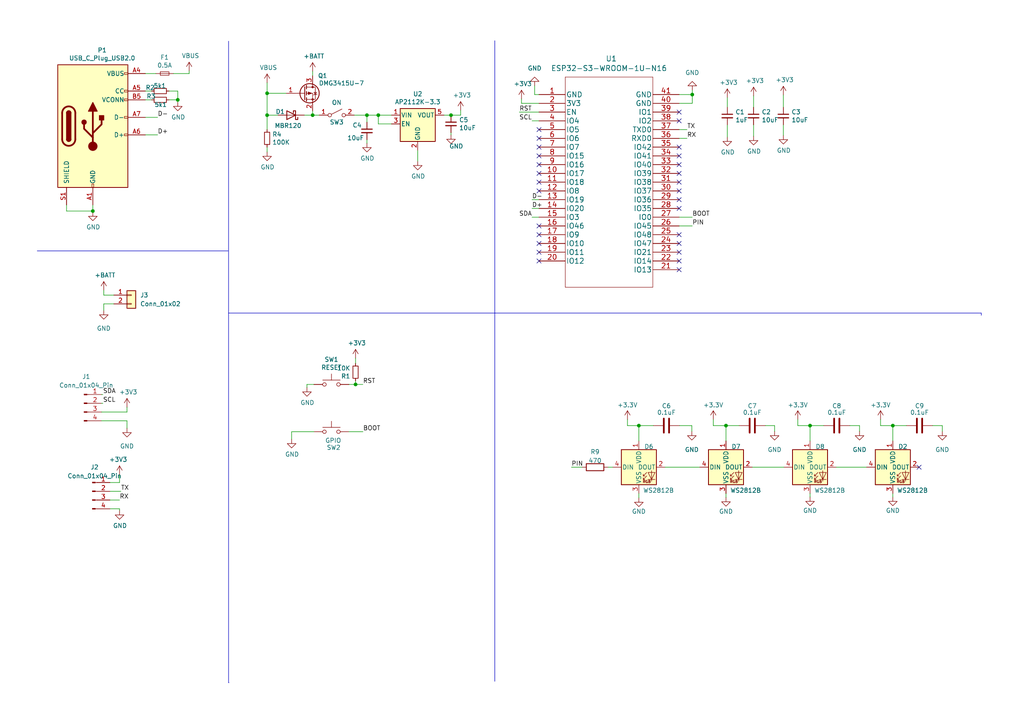
<source format=kicad_sch>
(kicad_sch (version 20230121) (generator eeschema)

  (uuid 3bd1d1f8-54bc-46fd-8763-4ee40cf8320e)

  (paper "A4")

  (title_block
    (date "2023-09-21")
    (rev "Edgar Capuchino")
  )

  (lib_symbols
    (symbol "Connector:Conn_01x04_Pin" (pin_names (offset 1.016) hide) (in_bom yes) (on_board yes)
      (property "Reference" "J" (at 0 5.08 0)
        (effects (font (size 1.27 1.27)))
      )
      (property "Value" "Conn_01x04_Pin" (at 0 -7.62 0)
        (effects (font (size 1.27 1.27)))
      )
      (property "Footprint" "" (at 0 0 0)
        (effects (font (size 1.27 1.27)) hide)
      )
      (property "Datasheet" "~" (at 0 0 0)
        (effects (font (size 1.27 1.27)) hide)
      )
      (property "ki_locked" "" (at 0 0 0)
        (effects (font (size 1.27 1.27)))
      )
      (property "ki_keywords" "connector" (at 0 0 0)
        (effects (font (size 1.27 1.27)) hide)
      )
      (property "ki_description" "Generic connector, single row, 01x04, script generated" (at 0 0 0)
        (effects (font (size 1.27 1.27)) hide)
      )
      (property "ki_fp_filters" "Connector*:*_1x??_*" (at 0 0 0)
        (effects (font (size 1.27 1.27)) hide)
      )
      (symbol "Conn_01x04_Pin_1_1"
        (polyline
          (pts
            (xy 1.27 -5.08)
            (xy 0.8636 -5.08)
          )
          (stroke (width 0.1524) (type default))
          (fill (type none))
        )
        (polyline
          (pts
            (xy 1.27 -2.54)
            (xy 0.8636 -2.54)
          )
          (stroke (width 0.1524) (type default))
          (fill (type none))
        )
        (polyline
          (pts
            (xy 1.27 0)
            (xy 0.8636 0)
          )
          (stroke (width 0.1524) (type default))
          (fill (type none))
        )
        (polyline
          (pts
            (xy 1.27 2.54)
            (xy 0.8636 2.54)
          )
          (stroke (width 0.1524) (type default))
          (fill (type none))
        )
        (rectangle (start 0.8636 -4.953) (end 0 -5.207)
          (stroke (width 0.1524) (type default))
          (fill (type outline))
        )
        (rectangle (start 0.8636 -2.413) (end 0 -2.667)
          (stroke (width 0.1524) (type default))
          (fill (type outline))
        )
        (rectangle (start 0.8636 0.127) (end 0 -0.127)
          (stroke (width 0.1524) (type default))
          (fill (type outline))
        )
        (rectangle (start 0.8636 2.667) (end 0 2.413)
          (stroke (width 0.1524) (type default))
          (fill (type outline))
        )
        (pin passive line (at 5.08 2.54 180) (length 3.81)
          (name "Pin_1" (effects (font (size 1.27 1.27))))
          (number "1" (effects (font (size 1.27 1.27))))
        )
        (pin passive line (at 5.08 0 180) (length 3.81)
          (name "Pin_2" (effects (font (size 1.27 1.27))))
          (number "2" (effects (font (size 1.27 1.27))))
        )
        (pin passive line (at 5.08 -2.54 180) (length 3.81)
          (name "Pin_3" (effects (font (size 1.27 1.27))))
          (number "3" (effects (font (size 1.27 1.27))))
        )
        (pin passive line (at 5.08 -5.08 180) (length 3.81)
          (name "Pin_4" (effects (font (size 1.27 1.27))))
          (number "4" (effects (font (size 1.27 1.27))))
        )
      )
    )
    (symbol "Connector_Generic:Conn_01x02" (pin_names (offset 1.016) hide) (in_bom yes) (on_board yes)
      (property "Reference" "J" (at 0 2.54 0)
        (effects (font (size 1.27 1.27)))
      )
      (property "Value" "Conn_01x02" (at 0 -5.08 0)
        (effects (font (size 1.27 1.27)))
      )
      (property "Footprint" "" (at 0 0 0)
        (effects (font (size 1.27 1.27)) hide)
      )
      (property "Datasheet" "~" (at 0 0 0)
        (effects (font (size 1.27 1.27)) hide)
      )
      (property "ki_keywords" "connector" (at 0 0 0)
        (effects (font (size 1.27 1.27)) hide)
      )
      (property "ki_description" "Generic connector, single row, 01x02, script generated (kicad-library-utils/schlib/autogen/connector/)" (at 0 0 0)
        (effects (font (size 1.27 1.27)) hide)
      )
      (property "ki_fp_filters" "Connector*:*_1x??_*" (at 0 0 0)
        (effects (font (size 1.27 1.27)) hide)
      )
      (symbol "Conn_01x02_1_1"
        (rectangle (start -1.27 -2.413) (end 0 -2.667)
          (stroke (width 0.1524) (type default))
          (fill (type none))
        )
        (rectangle (start -1.27 0.127) (end 0 -0.127)
          (stroke (width 0.1524) (type default))
          (fill (type none))
        )
        (rectangle (start -1.27 1.27) (end 1.27 -3.81)
          (stroke (width 0.254) (type default))
          (fill (type background))
        )
        (pin passive line (at -5.08 0 0) (length 3.81)
          (name "Pin_1" (effects (font (size 1.27 1.27))))
          (number "1" (effects (font (size 1.27 1.27))))
        )
        (pin passive line (at -5.08 -2.54 0) (length 3.81)
          (name "Pin_2" (effects (font (size 1.27 1.27))))
          (number "2" (effects (font (size 1.27 1.27))))
        )
      )
    )
    (symbol "Device:C" (pin_numbers hide) (pin_names (offset 0.254)) (in_bom yes) (on_board yes)
      (property "Reference" "C" (at 0.635 2.54 0)
        (effects (font (size 1.27 1.27)) (justify left))
      )
      (property "Value" "C" (at 0.635 -2.54 0)
        (effects (font (size 1.27 1.27)) (justify left))
      )
      (property "Footprint" "" (at 0.9652 -3.81 0)
        (effects (font (size 1.27 1.27)) hide)
      )
      (property "Datasheet" "~" (at 0 0 0)
        (effects (font (size 1.27 1.27)) hide)
      )
      (property "ki_keywords" "cap capacitor" (at 0 0 0)
        (effects (font (size 1.27 1.27)) hide)
      )
      (property "ki_description" "Unpolarized capacitor" (at 0 0 0)
        (effects (font (size 1.27 1.27)) hide)
      )
      (property "ki_fp_filters" "C_*" (at 0 0 0)
        (effects (font (size 1.27 1.27)) hide)
      )
      (symbol "C_0_1"
        (polyline
          (pts
            (xy -2.032 -0.762)
            (xy 2.032 -0.762)
          )
          (stroke (width 0.508) (type default))
          (fill (type none))
        )
        (polyline
          (pts
            (xy -2.032 0.762)
            (xy 2.032 0.762)
          )
          (stroke (width 0.508) (type default))
          (fill (type none))
        )
      )
      (symbol "C_1_1"
        (pin passive line (at 0 3.81 270) (length 2.794)
          (name "~" (effects (font (size 1.27 1.27))))
          (number "1" (effects (font (size 1.27 1.27))))
        )
        (pin passive line (at 0 -3.81 90) (length 2.794)
          (name "~" (effects (font (size 1.27 1.27))))
          (number "2" (effects (font (size 1.27 1.27))))
        )
      )
    )
    (symbol "Device:C_Small" (pin_numbers hide) (pin_names (offset 0.254) hide) (in_bom yes) (on_board yes)
      (property "Reference" "C" (at 0.254 1.778 0)
        (effects (font (size 1.27 1.27)) (justify left))
      )
      (property "Value" "C_Small" (at 0.254 -2.032 0)
        (effects (font (size 1.27 1.27)) (justify left))
      )
      (property "Footprint" "" (at 0 0 0)
        (effects (font (size 1.27 1.27)) hide)
      )
      (property "Datasheet" "~" (at 0 0 0)
        (effects (font (size 1.27 1.27)) hide)
      )
      (property "ki_keywords" "capacitor cap" (at 0 0 0)
        (effects (font (size 1.27 1.27)) hide)
      )
      (property "ki_description" "Unpolarized capacitor, small symbol" (at 0 0 0)
        (effects (font (size 1.27 1.27)) hide)
      )
      (property "ki_fp_filters" "C_*" (at 0 0 0)
        (effects (font (size 1.27 1.27)) hide)
      )
      (symbol "C_Small_0_1"
        (polyline
          (pts
            (xy -1.524 -0.508)
            (xy 1.524 -0.508)
          )
          (stroke (width 0.3302) (type default))
          (fill (type none))
        )
        (polyline
          (pts
            (xy -1.524 0.508)
            (xy 1.524 0.508)
          )
          (stroke (width 0.3048) (type default))
          (fill (type none))
        )
      )
      (symbol "C_Small_1_1"
        (pin passive line (at 0 2.54 270) (length 2.032)
          (name "~" (effects (font (size 1.27 1.27))))
          (number "1" (effects (font (size 1.27 1.27))))
        )
        (pin passive line (at 0 -2.54 90) (length 2.032)
          (name "~" (effects (font (size 1.27 1.27))))
          (number "2" (effects (font (size 1.27 1.27))))
        )
      )
    )
    (symbol "Device:Fuse_Small" (pin_numbers hide) (pin_names (offset 0.254) hide) (in_bom yes) (on_board yes)
      (property "Reference" "F" (at 0 -1.524 0)
        (effects (font (size 1.27 1.27)))
      )
      (property "Value" "Fuse_Small" (at 0 1.524 0)
        (effects (font (size 1.27 1.27)))
      )
      (property "Footprint" "" (at 0 0 0)
        (effects (font (size 1.27 1.27)) hide)
      )
      (property "Datasheet" "~" (at 0 0 0)
        (effects (font (size 1.27 1.27)) hide)
      )
      (property "ki_keywords" "fuse" (at 0 0 0)
        (effects (font (size 1.27 1.27)) hide)
      )
      (property "ki_description" "Fuse, small symbol" (at 0 0 0)
        (effects (font (size 1.27 1.27)) hide)
      )
      (property "ki_fp_filters" "SM*" (at 0 0 0)
        (effects (font (size 1.27 1.27)) hide)
      )
      (symbol "Fuse_Small_0_1"
        (rectangle (start -1.27 0.508) (end 1.27 -0.508)
          (stroke (width 0) (type default))
          (fill (type none))
        )
        (polyline
          (pts
            (xy -1.27 0)
            (xy 1.27 0)
          )
          (stroke (width 0) (type default))
          (fill (type none))
        )
      )
      (symbol "Fuse_Small_1_1"
        (pin passive line (at -2.54 0 0) (length 1.27)
          (name "~" (effects (font (size 1.27 1.27))))
          (number "1" (effects (font (size 1.27 1.27))))
        )
        (pin passive line (at 2.54 0 180) (length 1.27)
          (name "~" (effects (font (size 1.27 1.27))))
          (number "2" (effects (font (size 1.27 1.27))))
        )
      )
    )
    (symbol "Device:Q_PMOS_GSD" (pin_names (offset 0) hide) (in_bom yes) (on_board yes)
      (property "Reference" "Q" (at 5.08 1.27 0)
        (effects (font (size 1.27 1.27)) (justify left))
      )
      (property "Value" "Q_PMOS_GSD" (at 5.08 -1.27 0)
        (effects (font (size 1.27 1.27)) (justify left))
      )
      (property "Footprint" "" (at 5.08 2.54 0)
        (effects (font (size 1.27 1.27)) hide)
      )
      (property "Datasheet" "~" (at 0 0 0)
        (effects (font (size 1.27 1.27)) hide)
      )
      (property "ki_keywords" "transistor PMOS P-MOS P-MOSFET" (at 0 0 0)
        (effects (font (size 1.27 1.27)) hide)
      )
      (property "ki_description" "P-MOSFET transistor, gate/source/drain" (at 0 0 0)
        (effects (font (size 1.27 1.27)) hide)
      )
      (symbol "Q_PMOS_GSD_0_1"
        (polyline
          (pts
            (xy 0.254 0)
            (xy -2.54 0)
          )
          (stroke (width 0) (type default))
          (fill (type none))
        )
        (polyline
          (pts
            (xy 0.254 1.905)
            (xy 0.254 -1.905)
          )
          (stroke (width 0.254) (type default))
          (fill (type none))
        )
        (polyline
          (pts
            (xy 0.762 -1.27)
            (xy 0.762 -2.286)
          )
          (stroke (width 0.254) (type default))
          (fill (type none))
        )
        (polyline
          (pts
            (xy 0.762 0.508)
            (xy 0.762 -0.508)
          )
          (stroke (width 0.254) (type default))
          (fill (type none))
        )
        (polyline
          (pts
            (xy 0.762 2.286)
            (xy 0.762 1.27)
          )
          (stroke (width 0.254) (type default))
          (fill (type none))
        )
        (polyline
          (pts
            (xy 2.54 2.54)
            (xy 2.54 1.778)
          )
          (stroke (width 0) (type default))
          (fill (type none))
        )
        (polyline
          (pts
            (xy 2.54 -2.54)
            (xy 2.54 0)
            (xy 0.762 0)
          )
          (stroke (width 0) (type default))
          (fill (type none))
        )
        (polyline
          (pts
            (xy 0.762 1.778)
            (xy 3.302 1.778)
            (xy 3.302 -1.778)
            (xy 0.762 -1.778)
          )
          (stroke (width 0) (type default))
          (fill (type none))
        )
        (polyline
          (pts
            (xy 2.286 0)
            (xy 1.27 0.381)
            (xy 1.27 -0.381)
            (xy 2.286 0)
          )
          (stroke (width 0) (type default))
          (fill (type outline))
        )
        (polyline
          (pts
            (xy 2.794 -0.508)
            (xy 2.921 -0.381)
            (xy 3.683 -0.381)
            (xy 3.81 -0.254)
          )
          (stroke (width 0) (type default))
          (fill (type none))
        )
        (polyline
          (pts
            (xy 3.302 -0.381)
            (xy 2.921 0.254)
            (xy 3.683 0.254)
            (xy 3.302 -0.381)
          )
          (stroke (width 0) (type default))
          (fill (type none))
        )
        (circle (center 1.651 0) (radius 2.794)
          (stroke (width 0.254) (type default))
          (fill (type none))
        )
        (circle (center 2.54 -1.778) (radius 0.254)
          (stroke (width 0) (type default))
          (fill (type outline))
        )
        (circle (center 2.54 1.778) (radius 0.254)
          (stroke (width 0) (type default))
          (fill (type outline))
        )
      )
      (symbol "Q_PMOS_GSD_1_1"
        (pin input line (at -5.08 0 0) (length 2.54)
          (name "G" (effects (font (size 1.27 1.27))))
          (number "1" (effects (font (size 1.27 1.27))))
        )
        (pin passive line (at 2.54 -5.08 90) (length 2.54)
          (name "S" (effects (font (size 1.27 1.27))))
          (number "2" (effects (font (size 1.27 1.27))))
        )
        (pin passive line (at 2.54 5.08 270) (length 2.54)
          (name "D" (effects (font (size 1.27 1.27))))
          (number "3" (effects (font (size 1.27 1.27))))
        )
      )
    )
    (symbol "Device:R" (pin_numbers hide) (pin_names (offset 0)) (in_bom yes) (on_board yes)
      (property "Reference" "R" (at 2.032 0 90)
        (effects (font (size 1.27 1.27)))
      )
      (property "Value" "R" (at 0 0 90)
        (effects (font (size 1.27 1.27)))
      )
      (property "Footprint" "" (at -1.778 0 90)
        (effects (font (size 1.27 1.27)) hide)
      )
      (property "Datasheet" "~" (at 0 0 0)
        (effects (font (size 1.27 1.27)) hide)
      )
      (property "ki_keywords" "R res resistor" (at 0 0 0)
        (effects (font (size 1.27 1.27)) hide)
      )
      (property "ki_description" "Resistor" (at 0 0 0)
        (effects (font (size 1.27 1.27)) hide)
      )
      (property "ki_fp_filters" "R_*" (at 0 0 0)
        (effects (font (size 1.27 1.27)) hide)
      )
      (symbol "R_0_1"
        (rectangle (start -1.016 -2.54) (end 1.016 2.54)
          (stroke (width 0.254) (type default))
          (fill (type none))
        )
      )
      (symbol "R_1_1"
        (pin passive line (at 0 3.81 270) (length 1.27)
          (name "~" (effects (font (size 1.27 1.27))))
          (number "1" (effects (font (size 1.27 1.27))))
        )
        (pin passive line (at 0 -3.81 90) (length 1.27)
          (name "~" (effects (font (size 1.27 1.27))))
          (number "2" (effects (font (size 1.27 1.27))))
        )
      )
    )
    (symbol "Device:R_Small" (pin_numbers hide) (pin_names (offset 0.254) hide) (in_bom yes) (on_board yes)
      (property "Reference" "R" (at 0.762 0.508 0)
        (effects (font (size 1.27 1.27)) (justify left))
      )
      (property "Value" "R_Small" (at 0.762 -1.016 0)
        (effects (font (size 1.27 1.27)) (justify left))
      )
      (property "Footprint" "" (at 0 0 0)
        (effects (font (size 1.27 1.27)) hide)
      )
      (property "Datasheet" "~" (at 0 0 0)
        (effects (font (size 1.27 1.27)) hide)
      )
      (property "ki_keywords" "R resistor" (at 0 0 0)
        (effects (font (size 1.27 1.27)) hide)
      )
      (property "ki_description" "Resistor, small symbol" (at 0 0 0)
        (effects (font (size 1.27 1.27)) hide)
      )
      (property "ki_fp_filters" "R_*" (at 0 0 0)
        (effects (font (size 1.27 1.27)) hide)
      )
      (symbol "R_Small_0_1"
        (rectangle (start -0.762 1.778) (end 0.762 -1.778)
          (stroke (width 0.2032) (type default))
          (fill (type none))
        )
      )
      (symbol "R_Small_1_1"
        (pin passive line (at 0 2.54 270) (length 0.762)
          (name "~" (effects (font (size 1.27 1.27))))
          (number "1" (effects (font (size 1.27 1.27))))
        )
        (pin passive line (at 0 -2.54 90) (length 0.762)
          (name "~" (effects (font (size 1.27 1.27))))
          (number "2" (effects (font (size 1.27 1.27))))
        )
      )
    )
    (symbol "Diode:MBR340" (pin_numbers hide) (pin_names (offset 1.016) hide) (in_bom yes) (on_board yes)
      (property "Reference" "D" (at 0 2.54 0)
        (effects (font (size 1.27 1.27)))
      )
      (property "Value" "MBR340" (at 0 -2.54 0)
        (effects (font (size 1.27 1.27)))
      )
      (property "Footprint" "Diode_THT:D_DO-201AD_P15.24mm_Horizontal" (at 0 -4.445 0)
        (effects (font (size 1.27 1.27)) hide)
      )
      (property "Datasheet" "http://www.onsemi.com/pub_link/Collateral/MBR340-D.PDF" (at 0 0 0)
        (effects (font (size 1.27 1.27)) hide)
      )
      (property "ki_keywords" "diode Schottky" (at 0 0 0)
        (effects (font (size 1.27 1.27)) hide)
      )
      (property "ki_description" "40V 3A Schottky Barrier Rectifier Diode, DO-201AD" (at 0 0 0)
        (effects (font (size 1.27 1.27)) hide)
      )
      (property "ki_fp_filters" "D*DO?201AD*" (at 0 0 0)
        (effects (font (size 1.27 1.27)) hide)
      )
      (symbol "MBR340_0_1"
        (polyline
          (pts
            (xy 1.27 0)
            (xy -1.27 0)
          )
          (stroke (width 0) (type default))
          (fill (type none))
        )
        (polyline
          (pts
            (xy 1.27 1.27)
            (xy 1.27 -1.27)
            (xy -1.27 0)
            (xy 1.27 1.27)
          )
          (stroke (width 0.254) (type default))
          (fill (type none))
        )
        (polyline
          (pts
            (xy -1.905 0.635)
            (xy -1.905 1.27)
            (xy -1.27 1.27)
            (xy -1.27 -1.27)
            (xy -0.635 -1.27)
            (xy -0.635 -0.635)
          )
          (stroke (width 0.254) (type default))
          (fill (type none))
        )
      )
      (symbol "MBR340_1_1"
        (pin passive line (at -3.81 0 0) (length 2.54)
          (name "K" (effects (font (size 1.27 1.27))))
          (number "1" (effects (font (size 1.27 1.27))))
        )
        (pin passive line (at 3.81 0 180) (length 2.54)
          (name "A" (effects (font (size 1.27 1.27))))
          (number "2" (effects (font (size 1.27 1.27))))
        )
      )
    )
    (symbol "ESP32-S3-WROOM:ESP32-S3-WROOM-1-N8" (pin_names (offset 0.254)) (in_bom yes) (on_board yes)
      (property "Reference" "U1" (at -0.127 34.417 0)
        (effects (font (size 1.524 1.524)))
      )
      (property "Value" "ESP32-S3-WROOM-1U-N16" (at -0.762 31.623 0)
        (effects (font (size 1.524 1.524)))
      )
      (property "Footprint" "RF_Module:ESP32-S3-WROOM-1U" (at -0.762 30.099 0)
        (effects (font (size 1.524 1.524)) hide)
      )
      (property "Datasheet" "https://www.espressif.com/sites/default/files/documentation/esp32-s3-wroom-1_wroom-1u_datasheet_en.pdf" (at 0 0 0)
        (effects (font (size 1.524 1.524)) hide)
      )
      (property "manf#" "ESP32-S3-WROOM-1U-N16" (at -21.082 24.003 0)
        (effects (font (size 1.27 1.27)) hide)
      )
      (property "provedor" "MOUSER" (at -21.082 24.003 0)
        (effects (font (size 1.27 1.27)) hide)
      )
      (property "ki_locked" "" (at 0 0 0)
        (effects (font (size 1.27 1.27)))
      )
      (property "ki_fp_filters" "ESP32-S3-WROOM-1-N8_EXP" (at 0 0 0)
        (effects (font (size 1.27 1.27)) hide)
      )
      (symbol "ESP32-S3-WROOM-1-N8_1_1"
        (polyline
          (pts
            (xy -13.462 -31.877)
            (xy 11.938 -31.877)
          )
          (stroke (width 0.127) (type default))
          (fill (type none))
        )
        (polyline
          (pts
            (xy -13.462 29.083)
            (xy -13.462 -31.877)
          )
          (stroke (width 0.127) (type default))
          (fill (type none))
        )
        (polyline
          (pts
            (xy 11.938 -31.877)
            (xy 11.938 29.083)
          )
          (stroke (width 0.127) (type default))
          (fill (type none))
        )
        (polyline
          (pts
            (xy 11.938 29.083)
            (xy -13.462 29.083)
          )
          (stroke (width 0.127) (type default))
          (fill (type none))
        )
        (pin power_in line (at -21.082 24.003 0) (length 7.62)
          (name "GND" (effects (font (size 1.4986 1.4986))))
          (number "1" (effects (font (size 1.4986 1.4986))))
        )
        (pin bidirectional line (at -21.082 1.143 0) (length 7.62)
          (name "IO17" (effects (font (size 1.4986 1.4986))))
          (number "10" (effects (font (size 1.4986 1.4986))))
        )
        (pin bidirectional line (at -21.082 -1.397 0) (length 7.62)
          (name "IO18" (effects (font (size 1.4986 1.4986))))
          (number "11" (effects (font (size 1.4986 1.4986))))
        )
        (pin bidirectional line (at -21.082 -3.937 0) (length 7.62)
          (name "IO8" (effects (font (size 1.4986 1.4986))))
          (number "12" (effects (font (size 1.4986 1.4986))))
        )
        (pin bidirectional line (at -21.082 -6.477 0) (length 7.62)
          (name "IO19" (effects (font (size 1.4986 1.4986))))
          (number "13" (effects (font (size 1.4986 1.4986))))
        )
        (pin bidirectional line (at -21.082 -9.017 0) (length 7.62)
          (name "IO20" (effects (font (size 1.4986 1.4986))))
          (number "14" (effects (font (size 1.4986 1.4986))))
        )
        (pin bidirectional line (at -21.082 -11.557 0) (length 7.62)
          (name "IO3" (effects (font (size 1.4986 1.4986))))
          (number "15" (effects (font (size 1.4986 1.4986))))
        )
        (pin bidirectional line (at -21.082 -14.097 0) (length 7.62)
          (name "IO46" (effects (font (size 1.4986 1.4986))))
          (number "16" (effects (font (size 1.4986 1.4986))))
        )
        (pin bidirectional line (at -21.082 -16.637 0) (length 7.62)
          (name "IO9" (effects (font (size 1.4986 1.4986))))
          (number "17" (effects (font (size 1.4986 1.4986))))
        )
        (pin bidirectional line (at -21.082 -19.177 0) (length 7.62)
          (name "IO10" (effects (font (size 1.4986 1.4986))))
          (number "18" (effects (font (size 1.4986 1.4986))))
        )
        (pin bidirectional line (at -21.082 -21.717 0) (length 7.62)
          (name "IO11" (effects (font (size 1.4986 1.4986))))
          (number "19" (effects (font (size 1.4986 1.4986))))
        )
        (pin power_in line (at -21.082 21.463 0) (length 7.62)
          (name "3V3" (effects (font (size 1.4986 1.4986))))
          (number "2" (effects (font (size 1.4986 1.4986))))
        )
        (pin bidirectional line (at -21.082 -24.257 0) (length 7.62)
          (name "IO12" (effects (font (size 1.4986 1.4986))))
          (number "20" (effects (font (size 1.4986 1.4986))))
        )
        (pin bidirectional line (at 19.558 -26.797 180) (length 7.62)
          (name "IO13" (effects (font (size 1.4986 1.4986))))
          (number "21" (effects (font (size 1.4986 1.4986))))
        )
        (pin bidirectional line (at 19.558 -24.257 180) (length 7.62)
          (name "IO14" (effects (font (size 1.4986 1.4986))))
          (number "22" (effects (font (size 1.4986 1.4986))))
        )
        (pin bidirectional line (at 19.558 -21.717 180) (length 7.62)
          (name "IO21" (effects (font (size 1.4986 1.4986))))
          (number "23" (effects (font (size 1.4986 1.4986))))
        )
        (pin bidirectional line (at 19.558 -19.177 180) (length 7.62)
          (name "IO47" (effects (font (size 1.4986 1.4986))))
          (number "24" (effects (font (size 1.4986 1.4986))))
        )
        (pin bidirectional line (at 19.558 -16.637 180) (length 7.62)
          (name "IO48" (effects (font (size 1.4986 1.4986))))
          (number "25" (effects (font (size 1.4986 1.4986))))
        )
        (pin bidirectional line (at 19.558 -14.097 180) (length 7.62)
          (name "IO45" (effects (font (size 1.4986 1.4986))))
          (number "26" (effects (font (size 1.4986 1.4986))))
        )
        (pin bidirectional line (at 19.558 -11.557 180) (length 7.62)
          (name "IO0" (effects (font (size 1.4986 1.4986))))
          (number "27" (effects (font (size 1.4986 1.4986))))
        )
        (pin bidirectional line (at 19.558 -9.017 180) (length 7.62)
          (name "IO35" (effects (font (size 1.4986 1.4986))))
          (number "28" (effects (font (size 1.4986 1.4986))))
        )
        (pin bidirectional line (at 19.558 -6.477 180) (length 7.62)
          (name "IO36" (effects (font (size 1.4986 1.4986))))
          (number "29" (effects (font (size 1.4986 1.4986))))
        )
        (pin input line (at -21.082 18.923 0) (length 7.62)
          (name "EN" (effects (font (size 1.4986 1.4986))))
          (number "3" (effects (font (size 1.4986 1.4986))))
        )
        (pin bidirectional line (at 19.558 -3.937 180) (length 7.62)
          (name "IO37" (effects (font (size 1.4986 1.4986))))
          (number "30" (effects (font (size 1.4986 1.4986))))
        )
        (pin bidirectional line (at 19.558 -1.397 180) (length 7.62)
          (name "IO38" (effects (font (size 1.4986 1.4986))))
          (number "31" (effects (font (size 1.4986 1.4986))))
        )
        (pin bidirectional line (at 19.558 1.143 180) (length 7.62)
          (name "IO39" (effects (font (size 1.4986 1.4986))))
          (number "32" (effects (font (size 1.4986 1.4986))))
        )
        (pin bidirectional line (at 19.558 3.683 180) (length 7.62)
          (name "IO40" (effects (font (size 1.4986 1.4986))))
          (number "33" (effects (font (size 1.4986 1.4986))))
        )
        (pin bidirectional line (at 19.558 6.223 180) (length 7.62)
          (name "IO41" (effects (font (size 1.4986 1.4986))))
          (number "34" (effects (font (size 1.4986 1.4986))))
        )
        (pin bidirectional line (at 19.558 8.763 180) (length 7.62)
          (name "IO42" (effects (font (size 1.4986 1.4986))))
          (number "35" (effects (font (size 1.4986 1.4986))))
        )
        (pin bidirectional line (at 19.558 11.303 180) (length 7.62)
          (name "RXD0" (effects (font (size 1.4986 1.4986))))
          (number "36" (effects (font (size 1.4986 1.4986))))
        )
        (pin bidirectional line (at 19.558 13.843 180) (length 7.62)
          (name "TXD0" (effects (font (size 1.4986 1.4986))))
          (number "37" (effects (font (size 1.4986 1.4986))))
        )
        (pin bidirectional line (at 19.558 16.383 180) (length 7.62)
          (name "IO2" (effects (font (size 1.4986 1.4986))))
          (number "38" (effects (font (size 1.4986 1.4986))))
        )
        (pin bidirectional line (at 19.558 18.923 180) (length 7.62)
          (name "IO1" (effects (font (size 1.4986 1.4986))))
          (number "39" (effects (font (size 1.4986 1.4986))))
        )
        (pin bidirectional line (at -21.082 16.383 0) (length 7.62)
          (name "IO4" (effects (font (size 1.4986 1.4986))))
          (number "4" (effects (font (size 1.4986 1.4986))))
        )
        (pin power_in line (at 19.558 21.463 180) (length 7.62)
          (name "GND" (effects (font (size 1.4986 1.4986))))
          (number "40" (effects (font (size 1.4986 1.4986))))
        )
        (pin power_in line (at 19.558 24.003 180) (length 7.62)
          (name "GND" (effects (font (size 1.4986 1.4986))))
          (number "41" (effects (font (size 1.4986 1.4986))))
        )
        (pin bidirectional line (at -21.082 13.843 0) (length 7.62)
          (name "IO5" (effects (font (size 1.4986 1.4986))))
          (number "5" (effects (font (size 1.4986 1.4986))))
        )
        (pin bidirectional line (at -21.082 11.303 0) (length 7.62)
          (name "IO6" (effects (font (size 1.4986 1.4986))))
          (number "6" (effects (font (size 1.4986 1.4986))))
        )
        (pin bidirectional line (at -21.082 8.763 0) (length 7.62)
          (name "IO7" (effects (font (size 1.4986 1.4986))))
          (number "7" (effects (font (size 1.4986 1.4986))))
        )
        (pin bidirectional line (at -21.082 6.223 0) (length 7.62)
          (name "IO15" (effects (font (size 1.4986 1.4986))))
          (number "8" (effects (font (size 1.4986 1.4986))))
        )
        (pin bidirectional line (at -21.082 3.683 0) (length 7.62)
          (name "IO16" (effects (font (size 1.4986 1.4986))))
          (number "9" (effects (font (size 1.4986 1.4986))))
        )
      )
    )
    (symbol "GND_11" (power) (pin_names (offset 0)) (in_bom yes) (on_board yes)
      (property "Reference" "#PWR" (at 0 -6.35 0)
        (effects (font (size 1.27 1.27)) hide)
      )
      (property "Value" "GND_11" (at 0 -3.81 0)
        (effects (font (size 1.27 1.27)))
      )
      (property "Footprint" "" (at 0 0 0)
        (effects (font (size 1.27 1.27)) hide)
      )
      (property "Datasheet" "" (at 0 0 0)
        (effects (font (size 1.27 1.27)) hide)
      )
      (property "ki_keywords" "global power" (at 0 0 0)
        (effects (font (size 1.27 1.27)) hide)
      )
      (property "ki_description" "Power symbol creates a global label with name \"GND\" , ground" (at 0 0 0)
        (effects (font (size 1.27 1.27)) hide)
      )
      (symbol "GND_11_0_1"
        (polyline
          (pts
            (xy 0 0)
            (xy 0 -1.27)
            (xy 1.27 -1.27)
            (xy 0 -2.54)
            (xy -1.27 -1.27)
            (xy 0 -1.27)
          )
          (stroke (width 0) (type default))
          (fill (type none))
        )
      )
      (symbol "GND_11_1_1"
        (pin power_in line (at 0 0 270) (length 0) hide
          (name "GND" (effects (font (size 1.27 1.27))))
          (number "1" (effects (font (size 1.27 1.27))))
        )
      )
    )
    (symbol "GND_12" (power) (pin_names (offset 0)) (in_bom yes) (on_board yes)
      (property "Reference" "#PWR" (at 0 -6.35 0)
        (effects (font (size 1.27 1.27)) hide)
      )
      (property "Value" "GND_12" (at 0 -3.81 0)
        (effects (font (size 1.27 1.27)))
      )
      (property "Footprint" "" (at 0 0 0)
        (effects (font (size 1.27 1.27)) hide)
      )
      (property "Datasheet" "" (at 0 0 0)
        (effects (font (size 1.27 1.27)) hide)
      )
      (property "ki_keywords" "global power" (at 0 0 0)
        (effects (font (size 1.27 1.27)) hide)
      )
      (property "ki_description" "Power symbol creates a global label with name \"GND\" , ground" (at 0 0 0)
        (effects (font (size 1.27 1.27)) hide)
      )
      (symbol "GND_12_0_1"
        (polyline
          (pts
            (xy 0 0)
            (xy 0 -1.27)
            (xy 1.27 -1.27)
            (xy 0 -2.54)
            (xy -1.27 -1.27)
            (xy 0 -1.27)
          )
          (stroke (width 0) (type default))
          (fill (type none))
        )
      )
      (symbol "GND_12_1_1"
        (pin power_in line (at 0 0 270) (length 0) hide
          (name "GND" (effects (font (size 1.27 1.27))))
          (number "1" (effects (font (size 1.27 1.27))))
        )
      )
    )
    (symbol "GND_13" (power) (pin_names (offset 0)) (in_bom yes) (on_board yes)
      (property "Reference" "#PWR" (at 0 -6.35 0)
        (effects (font (size 1.27 1.27)) hide)
      )
      (property "Value" "GND_13" (at 0 -3.81 0)
        (effects (font (size 1.27 1.27)))
      )
      (property "Footprint" "" (at 0 0 0)
        (effects (font (size 1.27 1.27)) hide)
      )
      (property "Datasheet" "" (at 0 0 0)
        (effects (font (size 1.27 1.27)) hide)
      )
      (property "ki_keywords" "global power" (at 0 0 0)
        (effects (font (size 1.27 1.27)) hide)
      )
      (property "ki_description" "Power symbol creates a global label with name \"GND\" , ground" (at 0 0 0)
        (effects (font (size 1.27 1.27)) hide)
      )
      (symbol "GND_13_0_1"
        (polyline
          (pts
            (xy 0 0)
            (xy 0 -1.27)
            (xy 1.27 -1.27)
            (xy 0 -2.54)
            (xy -1.27 -1.27)
            (xy 0 -1.27)
          )
          (stroke (width 0) (type default))
          (fill (type none))
        )
      )
      (symbol "GND_13_1_1"
        (pin power_in line (at 0 0 270) (length 0) hide
          (name "GND" (effects (font (size 1.27 1.27))))
          (number "1" (effects (font (size 1.27 1.27))))
        )
      )
    )
    (symbol "GND_14" (power) (pin_names (offset 0)) (in_bom yes) (on_board yes)
      (property "Reference" "#PWR" (at 0 -6.35 0)
        (effects (font (size 1.27 1.27)) hide)
      )
      (property "Value" "GND_14" (at 0 -3.81 0)
        (effects (font (size 1.27 1.27)))
      )
      (property "Footprint" "" (at 0 0 0)
        (effects (font (size 1.27 1.27)) hide)
      )
      (property "Datasheet" "" (at 0 0 0)
        (effects (font (size 1.27 1.27)) hide)
      )
      (property "ki_keywords" "global power" (at 0 0 0)
        (effects (font (size 1.27 1.27)) hide)
      )
      (property "ki_description" "Power symbol creates a global label with name \"GND\" , ground" (at 0 0 0)
        (effects (font (size 1.27 1.27)) hide)
      )
      (symbol "GND_14_0_1"
        (polyline
          (pts
            (xy 0 0)
            (xy 0 -1.27)
            (xy 1.27 -1.27)
            (xy 0 -2.54)
            (xy -1.27 -1.27)
            (xy 0 -1.27)
          )
          (stroke (width 0) (type default))
          (fill (type none))
        )
      )
      (symbol "GND_14_1_1"
        (pin power_in line (at 0 0 270) (length 0) hide
          (name "GND" (effects (font (size 1.27 1.27))))
          (number "1" (effects (font (size 1.27 1.27))))
        )
      )
    )
    (symbol "GND_15" (power) (pin_names (offset 0)) (in_bom yes) (on_board yes)
      (property "Reference" "#PWR" (at 0 -6.35 0)
        (effects (font (size 1.27 1.27)) hide)
      )
      (property "Value" "GND_15" (at 0 -3.81 0)
        (effects (font (size 1.27 1.27)))
      )
      (property "Footprint" "" (at 0 0 0)
        (effects (font (size 1.27 1.27)) hide)
      )
      (property "Datasheet" "" (at 0 0 0)
        (effects (font (size 1.27 1.27)) hide)
      )
      (property "ki_keywords" "global power" (at 0 0 0)
        (effects (font (size 1.27 1.27)) hide)
      )
      (property "ki_description" "Power symbol creates a global label with name \"GND\" , ground" (at 0 0 0)
        (effects (font (size 1.27 1.27)) hide)
      )
      (symbol "GND_15_0_1"
        (polyline
          (pts
            (xy 0 0)
            (xy 0 -1.27)
            (xy 1.27 -1.27)
            (xy 0 -2.54)
            (xy -1.27 -1.27)
            (xy 0 -1.27)
          )
          (stroke (width 0) (type default))
          (fill (type none))
        )
      )
      (symbol "GND_15_1_1"
        (pin power_in line (at 0 0 270) (length 0) hide
          (name "GND" (effects (font (size 1.27 1.27))))
          (number "1" (effects (font (size 1.27 1.27))))
        )
      )
    )
    (symbol "GND_16" (power) (pin_names (offset 0)) (in_bom yes) (on_board yes)
      (property "Reference" "#PWR" (at 0 -6.35 0)
        (effects (font (size 1.27 1.27)) hide)
      )
      (property "Value" "GND_16" (at 0 -3.81 0)
        (effects (font (size 1.27 1.27)))
      )
      (property "Footprint" "" (at 0 0 0)
        (effects (font (size 1.27 1.27)) hide)
      )
      (property "Datasheet" "" (at 0 0 0)
        (effects (font (size 1.27 1.27)) hide)
      )
      (property "ki_keywords" "global power" (at 0 0 0)
        (effects (font (size 1.27 1.27)) hide)
      )
      (property "ki_description" "Power symbol creates a global label with name \"GND\" , ground" (at 0 0 0)
        (effects (font (size 1.27 1.27)) hide)
      )
      (symbol "GND_16_0_1"
        (polyline
          (pts
            (xy 0 0)
            (xy 0 -1.27)
            (xy 1.27 -1.27)
            (xy 0 -2.54)
            (xy -1.27 -1.27)
            (xy 0 -1.27)
          )
          (stroke (width 0) (type default))
          (fill (type none))
        )
      )
      (symbol "GND_16_1_1"
        (pin power_in line (at 0 0 270) (length 0) hide
          (name "GND" (effects (font (size 1.27 1.27))))
          (number "1" (effects (font (size 1.27 1.27))))
        )
      )
    )
    (symbol "HunterCat-NFC-rescue:AP2112K-3.3-Regulator_Linear" (pin_names (offset 0.254)) (in_bom yes) (on_board yes)
      (property "Reference" "U" (at -5.08 5.715 0)
        (effects (font (size 1.27 1.27)) (justify left))
      )
      (property "Value" "AP2112K-3.3-Regulator_Linear" (at 0 5.715 0)
        (effects (font (size 1.27 1.27)) (justify left))
      )
      (property "Footprint" "Package_TO_SOT_SMD:SOT-23-5" (at 0 8.255 0)
        (effects (font (size 1.27 1.27)) hide)
      )
      (property "Datasheet" "" (at 0 2.54 0)
        (effects (font (size 1.27 1.27)) hide)
      )
      (property "ki_fp_filters" "SOT?23?5*" (at 0 0 0)
        (effects (font (size 1.27 1.27)) hide)
      )
      (symbol "AP2112K-3.3-Regulator_Linear_0_1"
        (rectangle (start -5.08 4.445) (end 5.08 -5.08)
          (stroke (width 0.254) (type default))
          (fill (type background))
        )
      )
      (symbol "AP2112K-3.3-Regulator_Linear_1_1"
        (pin power_in line (at -7.62 2.54 0) (length 2.54)
          (name "VIN" (effects (font (size 1.27 1.27))))
          (number "1" (effects (font (size 1.27 1.27))))
        )
        (pin power_in line (at 0 -7.62 90) (length 2.54)
          (name "GND" (effects (font (size 1.27 1.27))))
          (number "2" (effects (font (size 1.27 1.27))))
        )
        (pin input line (at -7.62 0 0) (length 2.54)
          (name "EN" (effects (font (size 1.27 1.27))))
          (number "3" (effects (font (size 1.27 1.27))))
        )
        (pin no_connect line (at 7.62 0 180) (length 2.54) hide
          (name "NC" (effects (font (size 1.27 1.27))))
          (number "4" (effects (font (size 1.27 1.27))))
        )
        (pin power_out line (at 7.62 2.54 180) (length 2.54)
          (name "VOUT" (effects (font (size 1.27 1.27))))
          (number "5" (effects (font (size 1.27 1.27))))
        )
      )
    )
    (symbol "HunterCat-NFC-rescue:USB_C_Plug_USB2.0-Connector" (pin_names (offset 1.016)) (in_bom yes) (on_board yes)
      (property "Reference" "P" (at -10.16 19.05 0)
        (effects (font (size 1.27 1.27)) (justify left))
      )
      (property "Value" "USB_C_Plug_USB2.0-Connector" (at 12.7 19.05 0)
        (effects (font (size 1.27 1.27)) (justify right))
      )
      (property "Footprint" "" (at 3.81 0 0)
        (effects (font (size 1.27 1.27)) hide)
      )
      (property "Datasheet" "" (at 3.81 0 0)
        (effects (font (size 1.27 1.27)) hide)
      )
      (property "ki_fp_filters" "USB*C*Plug*" (at 0 0 0)
        (effects (font (size 1.27 1.27)) hide)
      )
      (symbol "USB_C_Plug_USB2.0-Connector_0_0"
        (rectangle (start -0.254 -17.78) (end 0.254 -16.764)
          (stroke (width 0) (type default))
          (fill (type none))
        )
        (rectangle (start 10.16 -2.286) (end 9.144 -2.794)
          (stroke (width 0) (type default))
          (fill (type none))
        )
        (rectangle (start 10.16 2.794) (end 9.144 2.286)
          (stroke (width 0) (type default))
          (fill (type none))
        )
        (rectangle (start 10.16 7.874) (end 9.144 7.366)
          (stroke (width 0) (type default))
          (fill (type none))
        )
        (rectangle (start 10.16 10.414) (end 9.144 9.906)
          (stroke (width 0) (type default))
          (fill (type none))
        )
        (rectangle (start 10.16 15.494) (end 9.144 14.986)
          (stroke (width 0) (type default))
          (fill (type none))
        )
      )
      (symbol "USB_C_Plug_USB2.0-Connector_0_1"
        (rectangle (start -10.16 17.78) (end 10.16 -17.78)
          (stroke (width 0.254) (type default))
          (fill (type background))
        )
        (arc (start -8.89 -3.81) (mid -6.985 -5.7067) (end -5.08 -3.81)
          (stroke (width 0.508) (type default))
          (fill (type none))
        )
        (arc (start -7.62 -3.81) (mid -6.985 -4.4423) (end -6.35 -3.81)
          (stroke (width 0.254) (type default))
          (fill (type none))
        )
        (arc (start -7.62 -3.81) (mid -6.985 -4.4423) (end -6.35 -3.81)
          (stroke (width 0.254) (type default))
          (fill (type outline))
        )
        (rectangle (start -7.62 -3.81) (end -6.35 3.81)
          (stroke (width 0.254) (type default))
          (fill (type outline))
        )
        (arc (start -6.35 3.81) (mid -6.985 4.4423) (end -7.62 3.81)
          (stroke (width 0.254) (type default))
          (fill (type none))
        )
        (arc (start -6.35 3.81) (mid -6.985 4.4423) (end -7.62 3.81)
          (stroke (width 0.254) (type default))
          (fill (type outline))
        )
        (arc (start -5.08 3.81) (mid -6.985 5.7067) (end -8.89 3.81)
          (stroke (width 0.508) (type default))
          (fill (type none))
        )
        (circle (center -2.54 1.143) (radius 0.635)
          (stroke (width 0.254) (type default))
          (fill (type outline))
        )
        (circle (center 0 -5.842) (radius 1.27)
          (stroke (width 0) (type default))
          (fill (type outline))
        )
        (polyline
          (pts
            (xy -8.89 -3.81)
            (xy -8.89 3.81)
          )
          (stroke (width 0.508) (type default))
          (fill (type none))
        )
        (polyline
          (pts
            (xy -5.08 3.81)
            (xy -5.08 -3.81)
          )
          (stroke (width 0.508) (type default))
          (fill (type none))
        )
        (polyline
          (pts
            (xy 0 -5.842)
            (xy 0 4.318)
          )
          (stroke (width 0.508) (type default))
          (fill (type none))
        )
        (polyline
          (pts
            (xy 0 -3.302)
            (xy -2.54 -0.762)
            (xy -2.54 0.508)
          )
          (stroke (width 0.508) (type default))
          (fill (type none))
        )
        (polyline
          (pts
            (xy 0 -2.032)
            (xy 2.54 0.508)
            (xy 2.54 1.778)
          )
          (stroke (width 0.508) (type default))
          (fill (type none))
        )
        (polyline
          (pts
            (xy -1.27 4.318)
            (xy 0 6.858)
            (xy 1.27 4.318)
            (xy -1.27 4.318)
          )
          (stroke (width 0.254) (type default))
          (fill (type outline))
        )
        (rectangle (start 1.905 1.778) (end 3.175 3.048)
          (stroke (width 0.254) (type default))
          (fill (type outline))
        )
      )
      (symbol "USB_C_Plug_USB2.0-Connector_1_1"
        (pin power_in line (at 0 -22.86 90) (length 5.08)
          (name "GND" (effects (font (size 1.27 1.27))))
          (number "A1" (effects (font (size 1.27 1.27))))
        )
        (pin passive line (at 0 -22.86 90) (length 5.08) hide
          (name "GND" (effects (font (size 1.27 1.27))))
          (number "A12" (effects (font (size 1.27 1.27))))
        )
        (pin power_in line (at 15.24 15.24 180) (length 5.08)
          (name "VBUS" (effects (font (size 1.27 1.27))))
          (number "A4" (effects (font (size 1.27 1.27))))
        )
        (pin bidirectional line (at 15.24 10.16 180) (length 5.08)
          (name "CC" (effects (font (size 1.27 1.27))))
          (number "A5" (effects (font (size 1.27 1.27))))
        )
        (pin bidirectional line (at 15.24 -2.54 180) (length 5.08)
          (name "D+" (effects (font (size 1.27 1.27))))
          (number "A6" (effects (font (size 1.27 1.27))))
        )
        (pin bidirectional line (at 15.24 2.54 180) (length 5.08)
          (name "D-" (effects (font (size 1.27 1.27))))
          (number "A7" (effects (font (size 1.27 1.27))))
        )
        (pin passive line (at 15.24 15.24 180) (length 5.08) hide
          (name "VBUS" (effects (font (size 1.27 1.27))))
          (number "A9" (effects (font (size 1.27 1.27))))
        )
        (pin passive line (at 0 -22.86 90) (length 5.08) hide
          (name "GND" (effects (font (size 1.27 1.27))))
          (number "B1" (effects (font (size 1.27 1.27))))
        )
        (pin passive line (at 0 -22.86 90) (length 5.08) hide
          (name "GND" (effects (font (size 1.27 1.27))))
          (number "B12" (effects (font (size 1.27 1.27))))
        )
        (pin passive line (at 15.24 15.24 180) (length 5.08) hide
          (name "VBUS" (effects (font (size 1.27 1.27))))
          (number "B4" (effects (font (size 1.27 1.27))))
        )
        (pin bidirectional line (at 15.24 7.62 180) (length 5.08)
          (name "VCONN" (effects (font (size 1.27 1.27))))
          (number "B5" (effects (font (size 1.27 1.27))))
        )
        (pin passive line (at 15.24 15.24 180) (length 5.08) hide
          (name "VBUS" (effects (font (size 1.27 1.27))))
          (number "B9" (effects (font (size 1.27 1.27))))
        )
        (pin passive line (at -7.62 -22.86 90) (length 5.08)
          (name "SHIELD" (effects (font (size 1.27 1.27))))
          (number "S1" (effects (font (size 1.27 1.27))))
        )
      )
    )
    (symbol "LED:WS2812B" (pin_names (offset 0.254)) (in_bom yes) (on_board yes)
      (property "Reference" "D" (at 5.08 5.715 0)
        (effects (font (size 1.27 1.27)) (justify right bottom))
      )
      (property "Value" "WS2812B" (at 1.27 -5.715 0)
        (effects (font (size 1.27 1.27)) (justify left top))
      )
      (property "Footprint" "LED_SMD:LED_WS2812B_PLCC4_5.0x5.0mm_P3.2mm" (at 1.27 -7.62 0)
        (effects (font (size 1.27 1.27)) (justify left top) hide)
      )
      (property "Datasheet" "https://cdn-shop.adafruit.com/datasheets/WS2812B.pdf" (at 2.54 -9.525 0)
        (effects (font (size 1.27 1.27)) (justify left top) hide)
      )
      (property "ki_keywords" "RGB LED NeoPixel addressable" (at 0 0 0)
        (effects (font (size 1.27 1.27)) hide)
      )
      (property "ki_description" "RGB LED with integrated controller" (at 0 0 0)
        (effects (font (size 1.27 1.27)) hide)
      )
      (property "ki_fp_filters" "LED*WS2812*PLCC*5.0x5.0mm*P3.2mm*" (at 0 0 0)
        (effects (font (size 1.27 1.27)) hide)
      )
      (symbol "WS2812B_0_0"
        (text "RGB" (at 2.286 -4.191 0)
          (effects (font (size 0.762 0.762)))
        )
      )
      (symbol "WS2812B_0_1"
        (polyline
          (pts
            (xy 1.27 -3.556)
            (xy 1.778 -3.556)
          )
          (stroke (width 0) (type default))
          (fill (type none))
        )
        (polyline
          (pts
            (xy 1.27 -2.54)
            (xy 1.778 -2.54)
          )
          (stroke (width 0) (type default))
          (fill (type none))
        )
        (polyline
          (pts
            (xy 4.699 -3.556)
            (xy 2.667 -3.556)
          )
          (stroke (width 0) (type default))
          (fill (type none))
        )
        (polyline
          (pts
            (xy 2.286 -2.54)
            (xy 1.27 -3.556)
            (xy 1.27 -3.048)
          )
          (stroke (width 0) (type default))
          (fill (type none))
        )
        (polyline
          (pts
            (xy 2.286 -1.524)
            (xy 1.27 -2.54)
            (xy 1.27 -2.032)
          )
          (stroke (width 0) (type default))
          (fill (type none))
        )
        (polyline
          (pts
            (xy 3.683 -1.016)
            (xy 3.683 -3.556)
            (xy 3.683 -4.064)
          )
          (stroke (width 0) (type default))
          (fill (type none))
        )
        (polyline
          (pts
            (xy 4.699 -1.524)
            (xy 2.667 -1.524)
            (xy 3.683 -3.556)
            (xy 4.699 -1.524)
          )
          (stroke (width 0) (type default))
          (fill (type none))
        )
        (rectangle (start 5.08 5.08) (end -5.08 -5.08)
          (stroke (width 0.254) (type default))
          (fill (type background))
        )
      )
      (symbol "WS2812B_1_1"
        (pin power_in line (at 0 7.62 270) (length 2.54)
          (name "VDD" (effects (font (size 1.27 1.27))))
          (number "1" (effects (font (size 1.27 1.27))))
        )
        (pin output line (at 7.62 0 180) (length 2.54)
          (name "DOUT" (effects (font (size 1.27 1.27))))
          (number "2" (effects (font (size 1.27 1.27))))
        )
        (pin power_in line (at 0 -7.62 90) (length 2.54)
          (name "VSS" (effects (font (size 1.27 1.27))))
          (number "3" (effects (font (size 1.27 1.27))))
        )
        (pin input line (at -7.62 0 0) (length 2.54)
          (name "DIN" (effects (font (size 1.27 1.27))))
          (number "4" (effects (font (size 1.27 1.27))))
        )
      )
    )
    (symbol "Switch:SW_Push" (pin_numbers hide) (pin_names (offset 1.016) hide) (in_bom yes) (on_board yes)
      (property "Reference" "SW" (at 1.27 2.54 0)
        (effects (font (size 1.27 1.27)) (justify left))
      )
      (property "Value" "SW_Push" (at 0 -1.524 0)
        (effects (font (size 1.27 1.27)))
      )
      (property "Footprint" "" (at 0 5.08 0)
        (effects (font (size 1.27 1.27)) hide)
      )
      (property "Datasheet" "~" (at 0 5.08 0)
        (effects (font (size 1.27 1.27)) hide)
      )
      (property "ki_keywords" "switch normally-open pushbutton push-button" (at 0 0 0)
        (effects (font (size 1.27 1.27)) hide)
      )
      (property "ki_description" "Push button switch, generic, two pins" (at 0 0 0)
        (effects (font (size 1.27 1.27)) hide)
      )
      (symbol "SW_Push_0_1"
        (circle (center -2.032 0) (radius 0.508)
          (stroke (width 0) (type default))
          (fill (type none))
        )
        (polyline
          (pts
            (xy 0 1.27)
            (xy 0 3.048)
          )
          (stroke (width 0) (type default))
          (fill (type none))
        )
        (polyline
          (pts
            (xy 2.54 1.27)
            (xy -2.54 1.27)
          )
          (stroke (width 0) (type default))
          (fill (type none))
        )
        (circle (center 2.032 0) (radius 0.508)
          (stroke (width 0) (type default))
          (fill (type none))
        )
        (pin passive line (at -5.08 0 0) (length 2.54)
          (name "1" (effects (font (size 1.27 1.27))))
          (number "1" (effects (font (size 1.27 1.27))))
        )
        (pin passive line (at 5.08 0 180) (length 2.54)
          (name "2" (effects (font (size 1.27 1.27))))
          (number "2" (effects (font (size 1.27 1.27))))
        )
      )
    )
    (symbol "Switch:SW_SPST" (pin_names (offset 0) hide) (in_bom yes) (on_board yes)
      (property "Reference" "SW" (at 0 3.175 0)
        (effects (font (size 1.27 1.27)))
      )
      (property "Value" "SW_SPST" (at 0 -2.54 0)
        (effects (font (size 1.27 1.27)))
      )
      (property "Footprint" "" (at 0 0 0)
        (effects (font (size 1.27 1.27)) hide)
      )
      (property "Datasheet" "~" (at 0 0 0)
        (effects (font (size 1.27 1.27)) hide)
      )
      (property "ki_keywords" "switch lever" (at 0 0 0)
        (effects (font (size 1.27 1.27)) hide)
      )
      (property "ki_description" "Single Pole Single Throw (SPST) switch" (at 0 0 0)
        (effects (font (size 1.27 1.27)) hide)
      )
      (symbol "SW_SPST_0_0"
        (circle (center -2.032 0) (radius 0.508)
          (stroke (width 0) (type default))
          (fill (type none))
        )
        (polyline
          (pts
            (xy -1.524 0.254)
            (xy 1.524 1.778)
          )
          (stroke (width 0) (type default))
          (fill (type none))
        )
        (circle (center 2.032 0) (radius 0.508)
          (stroke (width 0) (type default))
          (fill (type none))
        )
      )
      (symbol "SW_SPST_1_1"
        (pin passive line (at -5.08 0 0) (length 2.54)
          (name "A" (effects (font (size 1.27 1.27))))
          (number "1" (effects (font (size 1.27 1.27))))
        )
        (pin passive line (at 5.08 0 180) (length 2.54)
          (name "B" (effects (font (size 1.27 1.27))))
          (number "2" (effects (font (size 1.27 1.27))))
        )
      )
    )
    (symbol "power:+3.3V" (power) (pin_names (offset 0)) (in_bom yes) (on_board yes)
      (property "Reference" "#PWR" (at 0 -3.81 0)
        (effects (font (size 1.27 1.27)) hide)
      )
      (property "Value" "+3.3V" (at 0 3.556 0)
        (effects (font (size 1.27 1.27)))
      )
      (property "Footprint" "" (at 0 0 0)
        (effects (font (size 1.27 1.27)) hide)
      )
      (property "Datasheet" "" (at 0 0 0)
        (effects (font (size 1.27 1.27)) hide)
      )
      (property "ki_keywords" "global power" (at 0 0 0)
        (effects (font (size 1.27 1.27)) hide)
      )
      (property "ki_description" "Power symbol creates a global label with name \"+3.3V\"" (at 0 0 0)
        (effects (font (size 1.27 1.27)) hide)
      )
      (symbol "+3.3V_0_1"
        (polyline
          (pts
            (xy -0.762 1.27)
            (xy 0 2.54)
          )
          (stroke (width 0) (type default))
          (fill (type none))
        )
        (polyline
          (pts
            (xy 0 0)
            (xy 0 2.54)
          )
          (stroke (width 0) (type default))
          (fill (type none))
        )
        (polyline
          (pts
            (xy 0 2.54)
            (xy 0.762 1.27)
          )
          (stroke (width 0) (type default))
          (fill (type none))
        )
      )
      (symbol "+3.3V_1_1"
        (pin power_in line (at 0 0 90) (length 0) hide
          (name "+3.3V" (effects (font (size 1.27 1.27))))
          (number "1" (effects (font (size 1.27 1.27))))
        )
      )
    )
    (symbol "power:+3V3" (power) (pin_names (offset 0)) (in_bom yes) (on_board yes)
      (property "Reference" "#PWR" (at 0 -3.81 0)
        (effects (font (size 1.27 1.27)) hide)
      )
      (property "Value" "+3V3" (at 0 3.556 0)
        (effects (font (size 1.27 1.27)))
      )
      (property "Footprint" "" (at 0 0 0)
        (effects (font (size 1.27 1.27)) hide)
      )
      (property "Datasheet" "" (at 0 0 0)
        (effects (font (size 1.27 1.27)) hide)
      )
      (property "ki_keywords" "power-flag" (at 0 0 0)
        (effects (font (size 1.27 1.27)) hide)
      )
      (property "ki_description" "Power symbol creates a global label with name \"+3V3\"" (at 0 0 0)
        (effects (font (size 1.27 1.27)) hide)
      )
      (symbol "+3V3_0_1"
        (polyline
          (pts
            (xy -0.762 1.27)
            (xy 0 2.54)
          )
          (stroke (width 0) (type default))
          (fill (type none))
        )
        (polyline
          (pts
            (xy 0 0)
            (xy 0 2.54)
          )
          (stroke (width 0) (type default))
          (fill (type none))
        )
        (polyline
          (pts
            (xy 0 2.54)
            (xy 0.762 1.27)
          )
          (stroke (width 0) (type default))
          (fill (type none))
        )
      )
      (symbol "+3V3_1_1"
        (pin power_in line (at 0 0 90) (length 0) hide
          (name "+3V3" (effects (font (size 1.27 1.27))))
          (number "1" (effects (font (size 1.27 1.27))))
        )
      )
    )
    (symbol "power:+BATT" (power) (pin_names (offset 0)) (in_bom yes) (on_board yes)
      (property "Reference" "#PWR" (at 0 -3.81 0)
        (effects (font (size 1.27 1.27)) hide)
      )
      (property "Value" "+BATT" (at 0 3.556 0)
        (effects (font (size 1.27 1.27)))
      )
      (property "Footprint" "" (at 0 0 0)
        (effects (font (size 1.27 1.27)) hide)
      )
      (property "Datasheet" "" (at 0 0 0)
        (effects (font (size 1.27 1.27)) hide)
      )
      (property "ki_keywords" "power-flag battery" (at 0 0 0)
        (effects (font (size 1.27 1.27)) hide)
      )
      (property "ki_description" "Power symbol creates a global label with name \"+BATT\"" (at 0 0 0)
        (effects (font (size 1.27 1.27)) hide)
      )
      (symbol "+BATT_0_1"
        (polyline
          (pts
            (xy -0.762 1.27)
            (xy 0 2.54)
          )
          (stroke (width 0) (type default))
          (fill (type none))
        )
        (polyline
          (pts
            (xy 0 0)
            (xy 0 2.54)
          )
          (stroke (width 0) (type default))
          (fill (type none))
        )
        (polyline
          (pts
            (xy 0 2.54)
            (xy 0.762 1.27)
          )
          (stroke (width 0) (type default))
          (fill (type none))
        )
      )
      (symbol "+BATT_1_1"
        (pin power_in line (at 0 0 90) (length 0) hide
          (name "+BATT" (effects (font (size 1.27 1.27))))
          (number "1" (effects (font (size 1.27 1.27))))
        )
      )
    )
    (symbol "power:GND" (power) (pin_names (offset 0)) (in_bom yes) (on_board yes)
      (property "Reference" "#PWR" (at 0 -6.35 0)
        (effects (font (size 1.27 1.27)) hide)
      )
      (property "Value" "GND" (at 0 -3.81 0)
        (effects (font (size 1.27 1.27)))
      )
      (property "Footprint" "" (at 0 0 0)
        (effects (font (size 1.27 1.27)) hide)
      )
      (property "Datasheet" "" (at 0 0 0)
        (effects (font (size 1.27 1.27)) hide)
      )
      (property "ki_keywords" "power-flag" (at 0 0 0)
        (effects (font (size 1.27 1.27)) hide)
      )
      (property "ki_description" "Power symbol creates a global label with name \"GND\" , ground" (at 0 0 0)
        (effects (font (size 1.27 1.27)) hide)
      )
      (symbol "GND_0_1"
        (polyline
          (pts
            (xy 0 0)
            (xy 0 -1.27)
            (xy 1.27 -1.27)
            (xy 0 -2.54)
            (xy -1.27 -1.27)
            (xy 0 -1.27)
          )
          (stroke (width 0) (type default))
          (fill (type none))
        )
      )
      (symbol "GND_1_1"
        (pin power_in line (at 0 0 270) (length 0) hide
          (name "GND" (effects (font (size 1.27 1.27))))
          (number "1" (effects (font (size 1.27 1.27))))
        )
      )
    )
    (symbol "power:VBUS" (power) (pin_names (offset 0)) (in_bom yes) (on_board yes)
      (property "Reference" "#PWR" (at 0 -3.81 0)
        (effects (font (size 1.27 1.27)) hide)
      )
      (property "Value" "VBUS" (at 0 3.81 0)
        (effects (font (size 1.27 1.27)))
      )
      (property "Footprint" "" (at 0 0 0)
        (effects (font (size 1.27 1.27)) hide)
      )
      (property "Datasheet" "" (at 0 0 0)
        (effects (font (size 1.27 1.27)) hide)
      )
      (property "ki_keywords" "power-flag" (at 0 0 0)
        (effects (font (size 1.27 1.27)) hide)
      )
      (property "ki_description" "Power symbol creates a global label with name \"VBUS\"" (at 0 0 0)
        (effects (font (size 1.27 1.27)) hide)
      )
      (symbol "VBUS_0_1"
        (polyline
          (pts
            (xy -0.762 1.27)
            (xy 0 2.54)
          )
          (stroke (width 0) (type default))
          (fill (type none))
        )
        (polyline
          (pts
            (xy 0 0)
            (xy 0 2.54)
          )
          (stroke (width 0) (type default))
          (fill (type none))
        )
        (polyline
          (pts
            (xy 0 2.54)
            (xy 0.762 1.27)
          )
          (stroke (width 0) (type default))
          (fill (type none))
        )
      )
      (symbol "VBUS_1_1"
        (pin power_in line (at 0 0 90) (length 0) hide
          (name "VBUS" (effects (font (size 1.27 1.27))))
          (number "1" (effects (font (size 1.27 1.27))))
        )
      )
    )
  )

  (junction (at 77.47 27.051) (diameter 0) (color 0 0 0 0)
    (uuid 0961dca0-cd63-4286-834c-dfec8900bce4)
  )
  (junction (at 210.566 123.444) (diameter 0) (color 0 0 0 0)
    (uuid 100c8b47-3a07-40d4-98f3-efeb8c1b0428)
  )
  (junction (at 51.562 28.956) (diameter 0) (color 0 0 0 0)
    (uuid 1650ac61-186f-4418-a00e-f0569e5c1724)
  )
  (junction (at 103.124 111.506) (diameter 0) (color 0 0 0 0)
    (uuid 1e05b6fd-4e8c-4d18-9386-c400088056ee)
  )
  (junction (at 130.81 33.401) (diameter 0) (color 0 0 0 0)
    (uuid 497a3d31-9d8a-426e-9acd-8dd771185f9c)
  )
  (junction (at 77.47 33.401) (diameter 0) (color 0 0 0 0)
    (uuid 638bfc93-d094-4e36-9a2b-31c2c65371a5)
  )
  (junction (at 106.426 33.401) (diameter 0) (color 0 0 0 0)
    (uuid 72214061-22f4-4dbb-82bc-d61ae8128b08)
  )
  (junction (at 26.924 61.214) (diameter 0) (color 0 0 0 0)
    (uuid a8eb97d2-6be9-48a4-be16-2d2e19e19539)
  )
  (junction (at 258.953 123.444) (diameter 0) (color 0 0 0 0)
    (uuid b5867b20-b61a-4f6a-98e1-1744aa8f8cc3)
  )
  (junction (at 234.95 123.444) (diameter 0) (color 0 0 0 0)
    (uuid bdda6303-b9de-44f4-813a-465ade9594df)
  )
  (junction (at 90.678 33.401) (diameter 0) (color 0 0 0 0)
    (uuid c9b581cf-2438-42bf-b704-812cd2aadc21)
  )
  (junction (at 200.787 27.432) (diameter 0) (color 0 0 0 0)
    (uuid cc3dc3dd-7c09-45a6-97a4-2f83a2c92772)
  )
  (junction (at 185.293 123.444) (diameter 0) (color 0 0 0 0)
    (uuid ea0be1d7-b238-4087-8423-1494f0738e20)
  )
  (junction (at 109.728 33.401) (diameter 0) (color 0 0 0 0)
    (uuid ea905584-7db8-4095-bf7c-b1534af7c842)
  )

  (no_connect (at 266.573 135.509) (uuid 014b424e-d4a2-42bd-8569-b73a4dded9f3))
  (no_connect (at 196.977 50.292) (uuid 12255478-4adf-4341-8ae2-820afa080302))
  (no_connect (at 156.337 40.132) (uuid 1c3cb212-92a1-4c5c-8562-e2e1f6cac163))
  (no_connect (at 196.977 32.512) (uuid 24ae3574-6c81-4f89-80b7-7aca27ef322c))
  (no_connect (at 196.977 52.832) (uuid 28d93ebb-b696-473c-885a-199c7720a7ea))
  (no_connect (at 156.337 47.752) (uuid 3447864c-4877-4e7e-8737-fa0c414584af))
  (no_connect (at 196.977 47.752) (uuid 3ee18f39-6b44-460b-b96c-713768712fea))
  (no_connect (at 156.337 55.372) (uuid 4e075fd4-a306-4c41-81e3-2e1cd14190d0))
  (no_connect (at 156.337 37.592) (uuid 4f090464-04a0-4fcd-96be-b908242e566c))
  (no_connect (at 196.977 35.052) (uuid 5085f500-26e3-493b-9edd-808f58f11270))
  (no_connect (at 196.977 70.612) (uuid 56e5ed75-de81-4842-9de1-d9a227c3088a))
  (no_connect (at 196.977 57.912) (uuid 6b28243b-6eab-4e54-b09e-68b389a57175))
  (no_connect (at 156.337 75.692) (uuid 6b9d58dd-49b3-4a5a-9d33-21bcbab39da8))
  (no_connect (at 156.337 68.072) (uuid 709cf022-87b4-48ae-9bc1-8fbfd016b703))
  (no_connect (at 196.977 68.072) (uuid 7c830cd4-f83e-462a-90e3-e523affe4884))
  (no_connect (at 156.337 52.832) (uuid 7e543226-0446-4498-8128-448b0efe2f6f))
  (no_connect (at 196.977 60.452) (uuid 81a862d6-b771-4b18-abbf-49dc5f3e4dfb))
  (no_connect (at 156.337 45.212) (uuid 8cac0acf-be10-4af0-bb6d-f057dddea961))
  (no_connect (at 156.337 50.292) (uuid 8d0ca2a2-38b9-4534-b53f-ece8b1fbf307))
  (no_connect (at 196.977 75.692) (uuid 97beee68-05e9-4fbb-aa0a-03a088c28e6a))
  (no_connect (at 156.337 42.672) (uuid ac4329ec-b6a4-4dcd-8cd2-1ca50c6871bf))
  (no_connect (at 196.977 55.372) (uuid ad656fde-0a3a-40ea-96ab-20f0bb361a5f))
  (no_connect (at 196.977 73.152) (uuid bdcd0af7-5922-4f8e-ad66-202d7eeeb01e))
  (no_connect (at 196.977 45.212) (uuid cbef762b-ec4d-4340-bb0e-1b31d63c1139))
  (no_connect (at 156.337 65.532) (uuid d09e4c3e-6d47-4466-a599-c3bce854c1b2))
  (no_connect (at 156.337 73.152) (uuid d1e5f93f-9632-4f83-baa2-e569656135ac))
  (no_connect (at 196.977 78.232) (uuid d9e8b129-cfc0-4edd-bbd3-af7721a6b660))
  (no_connect (at 196.977 42.672) (uuid e851753f-ab1f-4758-8960-485f44108e87))
  (no_connect (at 156.337 70.612) (uuid f17f7953-248a-4bb3-8344-a70715daaa9a))

  (wire (pts (xy 227.203 36.195) (xy 227.203 39.243))
    (stroke (width 0) (type default))
    (uuid 01153ae3-6984-4b09-891c-f10683e6b82c)
  )
  (wire (pts (xy 150.622 32.512) (xy 156.337 32.512))
    (stroke (width 0) (type default))
    (uuid 01262614-742f-4f88-8325-fe5fe13c1675)
  )
  (wire (pts (xy 231.394 121.666) (xy 231.394 123.444))
    (stroke (width 0) (type default))
    (uuid 01f693e4-61de-43ef-b62d-c47ba8ad75e2)
  )
  (wire (pts (xy 249.301 125.095) (xy 249.301 123.444))
    (stroke (width 0) (type default))
    (uuid 0da5e5b8-b882-46cb-a593-f30009a48065)
  )
  (wire (pts (xy 273.304 123.444) (xy 270.51 123.444))
    (stroke (width 0) (type default))
    (uuid 116a489b-ee56-4663-b0a8-a44971041ded)
  )
  (wire (pts (xy 196.977 62.992) (xy 200.787 62.992))
    (stroke (width 0) (type default))
    (uuid 156c83ac-0421-4c86-b2ef-e989159b9511)
  )
  (wire (pts (xy 109.728 35.941) (xy 109.728 33.401))
    (stroke (width 0) (type default))
    (uuid 16cd27cf-5aaa-4a4a-8f6a-7bce182970d3)
  )
  (wire (pts (xy 26.924 61.214) (xy 26.924 61.468))
    (stroke (width 0) (type default))
    (uuid 17e27cf7-c456-483d-be28-b6af23e14eb7)
  )
  (wire (pts (xy 218.186 135.509) (xy 227.33 135.509))
    (stroke (width 0) (type default))
    (uuid 185b308a-0e51-4df8-9c3b-6cc9dd38df0b)
  )
  (wire (pts (xy 29.464 114.427) (xy 29.845 114.427))
    (stroke (width 0) (type default))
    (uuid 1997b8c3-5a59-4f20-806d-d773595034f9)
  )
  (wire (pts (xy 92.583 33.401) (xy 90.678 33.401))
    (stroke (width 0) (type default))
    (uuid 1ba0badb-365d-4d5c-9b70-cb52ebf11118)
  )
  (wire (pts (xy 218.567 36.195) (xy 218.567 39.497))
    (stroke (width 0) (type default))
    (uuid 1c22bbc8-0f6d-4f89-8930-86186773b25a)
  )
  (wire (pts (xy 242.57 135.509) (xy 251.333 135.509))
    (stroke (width 0) (type default))
    (uuid 1c66b7d4-8410-4bf7-ad0a-8a8760aad541)
  )
  (wire (pts (xy 151.257 29.972) (xy 151.257 28.702))
    (stroke (width 0) (type default))
    (uuid 1fe69c10-eab0-4a12-bfce-cee735b7cd65)
  )
  (wire (pts (xy 196.977 27.432) (xy 200.787 27.432))
    (stroke (width 0) (type default))
    (uuid 2105bf1a-db3d-41eb-8904-1077bfb93fb2)
  )
  (wire (pts (xy 102.743 33.401) (xy 106.426 33.401))
    (stroke (width 0) (type default))
    (uuid 2253d07c-e249-4f6f-8d43-af122892a0c8)
  )
  (wire (pts (xy 30.099 85.598) (xy 30.099 84.201))
    (stroke (width 0) (type default))
    (uuid 27c4fec2-ff28-415a-8260-0b49b1c616b5)
  )
  (wire (pts (xy 34.671 137.668) (xy 34.671 139.954))
    (stroke (width 0) (type default))
    (uuid 289e82e4-a56c-49b9-a058-881cd2103cef)
  )
  (wire (pts (xy 130.81 33.401) (xy 133.604 33.401))
    (stroke (width 0) (type default))
    (uuid 2e89583c-0c66-4c6f-91db-feea5e6b98fd)
  )
  (wire (pts (xy 121.158 43.561) (xy 121.158 46.736))
    (stroke (width 0) (type default))
    (uuid 30c997b7-555c-42e6-9be9-eb41722f9537)
  )
  (wire (pts (xy 83.058 27.051) (xy 77.47 27.051))
    (stroke (width 0) (type default))
    (uuid 30edb1ea-7878-4a3e-aa3f-19d219be674a)
  )
  (wire (pts (xy 210.947 36.195) (xy 210.947 39.751))
    (stroke (width 0) (type default))
    (uuid 31835637-923e-40a9-a2ff-4df43b8d1f69)
  )
  (wire (pts (xy 103.124 103.886) (xy 103.124 105.41))
    (stroke (width 0) (type default))
    (uuid 31c15160-9e4b-4604-8f98-415df5ff384a)
  )
  (wire (pts (xy 185.293 123.444) (xy 185.293 127.889))
    (stroke (width 0) (type default))
    (uuid 36fb5a13-991a-4931-aa8c-b637329acb7c)
  )
  (wire (pts (xy 154.305 35.052) (xy 156.337 35.052))
    (stroke (width 0) (type default))
    (uuid 37aac0b7-d9b7-4c06-b1c6-71891618774e)
  )
  (wire (pts (xy 34.671 139.954) (xy 31.877 139.954))
    (stroke (width 0) (type default))
    (uuid 37c3e92a-2b9c-4573-a760-3c1759d02637)
  )
  (wire (pts (xy 29.464 116.967) (xy 29.845 116.967))
    (stroke (width 0) (type default))
    (uuid 37f46ce9-41fe-48b2-a531-e4be7d38d7db)
  )
  (wire (pts (xy 89.027 111.506) (xy 89.027 112.395))
    (stroke (width 0) (type default))
    (uuid 3be04279-e37d-499e-bdbd-22a7646d206d)
  )
  (wire (pts (xy 30.099 88.138) (xy 33.02 88.138))
    (stroke (width 0) (type default))
    (uuid 3c0a410c-f456-43ff-8500-023a26288688)
  )
  (wire (pts (xy 200.66 125.095) (xy 200.66 123.444))
    (stroke (width 0) (type default))
    (uuid 3e1c6a15-44f3-4aab-9667-3a292c95ab09)
  )
  (wire (pts (xy 34.671 148.082) (xy 34.671 147.574))
    (stroke (width 0) (type default))
    (uuid 40298f37-6abb-488f-a5f3-55935cb47f36)
  )
  (wire (pts (xy 77.47 33.401) (xy 77.47 37.592))
    (stroke (width 0) (type default))
    (uuid 40a5f52f-291a-4151-8f82-fefbf4025f4f)
  )
  (wire (pts (xy 155.067 27.432) (xy 155.067 24.892))
    (stroke (width 0) (type default))
    (uuid 44206753-b4b0-4113-9453-d9e972074041)
  )
  (wire (pts (xy 49.022 26.416) (xy 51.562 26.416))
    (stroke (width 0) (type default))
    (uuid 44dfb525-e910-4a13-af56-bb51df57e7ca)
  )
  (polyline (pts (xy 143.51 90.805) (xy 284.607 90.805))
    (stroke (width 0) (type default))
    (uuid 4638e14f-a759-4271-9388-e02cebee53a8)
  )

  (wire (pts (xy 36.83 124.206) (xy 36.83 122.047))
    (stroke (width 0) (type default))
    (uuid 4672eb98-40cd-412c-8860-be88ffb35510)
  )
  (wire (pts (xy 234.95 123.444) (xy 234.95 127.889))
    (stroke (width 0) (type default))
    (uuid 4829875a-b046-4f59-9a8b-2c1ef22f7552)
  )
  (wire (pts (xy 168.783 135.509) (xy 165.735 135.509))
    (stroke (width 0) (type default))
    (uuid 4832f481-784e-4fa8-8d53-f73011cd6c90)
  )
  (wire (pts (xy 84.582 125.222) (xy 84.582 127.381))
    (stroke (width 0) (type default))
    (uuid 4b4e2568-3807-4795-9c88-f0843c035402)
  )
  (wire (pts (xy 154.305 57.912) (xy 156.337 57.912))
    (stroke (width 0) (type default))
    (uuid 4bd43f94-e153-45d9-9764-9f658ba46076)
  )
  (wire (pts (xy 36.83 122.047) (xy 29.464 122.047))
    (stroke (width 0) (type default))
    (uuid 50e5cfdb-fdfa-40c7-aad3-235f8718e6d2)
  )
  (polyline (pts (xy 66.294 11.938) (xy 66.294 197.993))
    (stroke (width 0) (type default))
    (uuid 52cd790b-65fe-4dbc-b5da-c04bda71535c)
  )

  (wire (pts (xy 91.059 111.506) (xy 89.027 111.506))
    (stroke (width 0) (type default))
    (uuid 52d74fd8-e422-445c-89a1-3d7f5f2a512f)
  )
  (wire (pts (xy 156.337 27.432) (xy 155.067 27.432))
    (stroke (width 0) (type default))
    (uuid 55b38408-d5cb-4c20-9ef1-7d24c0e64225)
  )
  (wire (pts (xy 231.394 123.444) (xy 234.95 123.444))
    (stroke (width 0) (type default))
    (uuid 580435d9-ad4a-4deb-8b2a-ddbecd3c1a8c)
  )
  (wire (pts (xy 80.645 33.401) (xy 77.47 33.401))
    (stroke (width 0) (type default))
    (uuid 5b4d67ee-f690-486b-afaa-9ce9262aed6e)
  )
  (wire (pts (xy 210.566 123.444) (xy 210.566 127.889))
    (stroke (width 0) (type default))
    (uuid 5b9bcba5-9548-41f5-b46d-2da4a5e4e8d8)
  )
  (wire (pts (xy 210.566 123.444) (xy 214.376 123.444))
    (stroke (width 0) (type default))
    (uuid 5c04407b-b945-4cd7-a5ec-d03cce1bb38b)
  )
  (wire (pts (xy 42.164 26.416) (xy 43.942 26.416))
    (stroke (width 0) (type default))
    (uuid 5c3bb5c4-cbb0-419b-aefb-080b99de457f)
  )
  (wire (pts (xy 50.292 21.336) (xy 54.864 21.336))
    (stroke (width 0) (type default))
    (uuid 5c4304c3-a767-4f15-981d-334a33113ebc)
  )
  (wire (pts (xy 42.164 28.956) (xy 43.942 28.956))
    (stroke (width 0) (type default))
    (uuid 5ce81e43-e98f-43bc-b5fc-c3192de7f9d9)
  )
  (wire (pts (xy 34.671 145.034) (xy 31.877 145.034))
    (stroke (width 0) (type default))
    (uuid 5ea9ee4c-b06e-4ced-b198-5bfcc16a3532)
  )
  (wire (pts (xy 200.787 27.432) (xy 200.787 29.972))
    (stroke (width 0) (type default))
    (uuid 61547aca-321e-49a0-a253-7363cabfc1ee)
  )
  (wire (pts (xy 192.913 135.509) (xy 202.946 135.509))
    (stroke (width 0) (type default))
    (uuid 619c7203-6045-427c-9990-397dd2f1b027)
  )
  (wire (pts (xy 77.47 27.051) (xy 77.47 24.003))
    (stroke (width 0) (type default))
    (uuid 6287fba3-7f5c-4576-8987-3f4d2539df8e)
  )
  (wire (pts (xy 210.566 144.272) (xy 210.566 143.129))
    (stroke (width 0) (type default))
    (uuid 639cacc9-bd35-44c0-848d-3e46bda0562f)
  )
  (wire (pts (xy 255.397 121.666) (xy 255.397 123.444))
    (stroke (width 0) (type default))
    (uuid 677f1415-cf44-4c0c-bbaf-67ad24772ce2)
  )
  (wire (pts (xy 200.787 65.532) (xy 196.977 65.532))
    (stroke (width 0) (type default))
    (uuid 68eea729-ae12-4b2c-a7f0-fd5bb13453e5)
  )
  (wire (pts (xy 133.604 33.401) (xy 133.604 32.004))
    (stroke (width 0) (type default))
    (uuid 6beb9366-6aac-440a-819c-a34084bdc44d)
  )
  (wire (pts (xy 106.426 33.401) (xy 109.728 33.401))
    (stroke (width 0) (type default))
    (uuid 6da39060-53f1-4833-859d-7996d9c5b600)
  )
  (wire (pts (xy 109.728 35.941) (xy 113.538 35.941))
    (stroke (width 0) (type default))
    (uuid 72616071-fe7a-43dd-ba9c-d174501cee89)
  )
  (wire (pts (xy 258.953 123.444) (xy 262.89 123.444))
    (stroke (width 0) (type default))
    (uuid 73be5f9a-6681-43f7-8bbb-ab7ee8f0246e)
  )
  (polyline (pts (xy 10.795 72.771) (xy 66.167 72.771))
    (stroke (width 0) (type default))
    (uuid 75377197-993b-4048-a5a7-280921887c68)
  )

  (wire (pts (xy 199.263 37.592) (xy 196.977 37.592))
    (stroke (width 0) (type default))
    (uuid 76696d68-96c4-42bd-a871-8e0be2ee1ad6)
  )
  (wire (pts (xy 42.164 21.336) (xy 45.212 21.336))
    (stroke (width 0) (type default))
    (uuid 7698dae3-7c43-4696-ad1d-01ac8438c41b)
  )
  (wire (pts (xy 176.403 135.509) (xy 177.673 135.509))
    (stroke (width 0) (type default))
    (uuid 77aaa2d7-1a25-4c49-b932-238dda82244a)
  )
  (wire (pts (xy 42.164 34.036) (xy 45.72 34.036))
    (stroke (width 0) (type default))
    (uuid 77b26428-ee5b-4082-b434-be0d9211ade3)
  )
  (wire (pts (xy 106.426 40.513) (xy 106.426 41.529))
    (stroke (width 0) (type default))
    (uuid 81508545-60f0-44cc-8d9e-a8f0a9fd374c)
  )
  (wire (pts (xy 77.47 42.672) (xy 77.47 44.069))
    (stroke (width 0) (type default))
    (uuid 82ab6ebd-9328-4a6c-a3c7-c8f21f4579cf)
  )
  (wire (pts (xy 91.059 125.222) (xy 84.582 125.222))
    (stroke (width 0) (type default))
    (uuid 8424a2e0-73cd-49c3-8e18-643d3b06605a)
  )
  (wire (pts (xy 26.924 59.436) (xy 26.924 61.214))
    (stroke (width 0) (type default))
    (uuid 888254c3-ea02-43ab-bb3b-83d142dde692)
  )
  (wire (pts (xy 77.47 33.401) (xy 77.47 27.051))
    (stroke (width 0) (type default))
    (uuid 888475f3-50f1-48f8-967a-7a90b5f410b8)
  )
  (wire (pts (xy 31.877 142.494) (xy 35.052 142.494))
    (stroke (width 0) (type default))
    (uuid 892fdfab-71d5-4d95-acf5-95a209cadde7)
  )
  (wire (pts (xy 227.203 27.559) (xy 227.203 31.115))
    (stroke (width 0) (type default))
    (uuid 8ac2e02c-28a2-4353-b0cc-430769437349)
  )
  (wire (pts (xy 19.304 61.214) (xy 26.924 61.214))
    (stroke (width 0) (type default))
    (uuid 8df00d2f-8a02-4253-ae49-a2e5a316eda6)
  )
  (wire (pts (xy 103.124 111.506) (xy 105.2576 111.506))
    (stroke (width 0) (type default))
    (uuid 8edc548a-924d-4ebd-b633-c6886b7e39ac)
  )
  (wire (pts (xy 185.293 123.444) (xy 189.484 123.444))
    (stroke (width 0) (type default))
    (uuid 93dbdab4-63e1-4e7a-8440-a1780bb4820d)
  )
  (wire (pts (xy 224.663 125.095) (xy 224.663 123.444))
    (stroke (width 0) (type default))
    (uuid 95903b8f-9ced-498b-87cd-b72d7174a1e8)
  )
  (wire (pts (xy 224.663 123.444) (xy 221.996 123.444))
    (stroke (width 0) (type default))
    (uuid 9b0f45ad-3546-4cb0-9711-017d2e9d946f)
  )
  (wire (pts (xy 90.678 32.131) (xy 90.678 33.401))
    (stroke (width 0) (type default))
    (uuid 9d19be5d-524c-4019-b1df-d0cf2cdf021f)
  )
  (polyline (pts (xy 143.51 11.811) (xy 143.51 197.612))
    (stroke (width 0) (type default))
    (uuid 9e393024-6fea-4306-a8a5-848324ff87f2)
  )

  (wire (pts (xy 19.304 59.436) (xy 19.304 61.214))
    (stroke (width 0) (type default))
    (uuid a35abc5b-588c-4e4c-86ad-afa5a36b595d)
  )
  (wire (pts (xy 51.562 28.956) (xy 51.562 29.591))
    (stroke (width 0) (type default))
    (uuid a59c0100-1fa2-4a64-a803-4ccfd12d56ce)
  )
  (wire (pts (xy 199.263 40.132) (xy 196.977 40.132))
    (stroke (width 0) (type default))
    (uuid aff026d7-2c1f-4565-8d51-8942433246bf)
  )
  (wire (pts (xy 156.337 29.972) (xy 151.257 29.972))
    (stroke (width 0) (type default))
    (uuid b0bdd75c-5cfd-49c2-9f27-696b4dec0f94)
  )
  (wire (pts (xy 30.099 90.043) (xy 30.099 88.138))
    (stroke (width 0) (type default))
    (uuid b353c814-35d4-4e4b-a9c7-b22d35a17cad)
  )
  (wire (pts (xy 206.883 123.444) (xy 210.566 123.444))
    (stroke (width 0) (type default))
    (uuid b6330817-32f8-4637-ad90-1fce8e36f536)
  )
  (wire (pts (xy 185.293 144.399) (xy 185.293 143.129))
    (stroke (width 0) (type default))
    (uuid b7eaf517-d8fc-4fb1-9deb-94ad3b87e61b)
  )
  (wire (pts (xy 103.124 110.49) (xy 103.124 111.506))
    (stroke (width 0) (type default))
    (uuid b8b39bb3-6094-4bf5-9925-68b5efef49fe)
  )
  (wire (pts (xy 51.562 26.416) (xy 51.562 28.956))
    (stroke (width 0) (type default))
    (uuid ba54da21-2f63-41d2-b7d2-33546c4fda15)
  )
  (wire (pts (xy 33.02 85.598) (xy 30.099 85.598))
    (stroke (width 0) (type default))
    (uuid c07b6ab9-3056-4caa-b152-f57680ed091b)
  )
  (wire (pts (xy 181.991 123.444) (xy 185.293 123.444))
    (stroke (width 0) (type default))
    (uuid c1f0a0da-ae1e-4ae7-92c4-b80dbc542357)
  )
  (wire (pts (xy 255.397 123.444) (xy 258.953 123.444))
    (stroke (width 0) (type default))
    (uuid c3f5a6f3-0a3a-487f-9fd0-2f75cea3eb58)
  )
  (polyline (pts (xy 66.294 197.993) (xy 66.421 197.993))
    (stroke (width 0) (type default))
    (uuid c4cc8590-6204-4561-bf24-3ca788c99755)
  )

  (wire (pts (xy 36.83 118.11) (xy 36.83 119.507))
    (stroke (width 0) (type default))
    (uuid c5eb9da6-891d-4fb0-8677-dbe7ec615ab0)
  )
  (wire (pts (xy 101.219 111.506) (xy 103.124 111.506))
    (stroke (width 0) (type default))
    (uuid cbe48e42-30e1-4a0c-b586-9747317765f7)
  )
  (wire (pts (xy 210.947 28.321) (xy 210.947 31.115))
    (stroke (width 0) (type default))
    (uuid ce211d7a-b654-44e7-8e47-f2fc760df697)
  )
  (wire (pts (xy 101.219 125.222) (xy 105.283 125.222))
    (stroke (width 0) (type default))
    (uuid d04968c5-0c2c-492c-bd6c-f8014a326202)
  )
  (wire (pts (xy 128.778 33.401) (xy 130.81 33.401))
    (stroke (width 0) (type default))
    (uuid d0612130-f16b-4d03-bf22-ebdaf6fe4c0c)
  )
  (wire (pts (xy 54.864 21.336) (xy 54.864 20.574))
    (stroke (width 0) (type default))
    (uuid d2c6c862-3461-4ad0-a4b3-eb50fbdfeeb5)
  )
  (wire (pts (xy 31.877 147.574) (xy 34.671 147.574))
    (stroke (width 0) (type default))
    (uuid d3aaef7d-3d49-4557-b2c0-7936d3cf58e9)
  )
  (wire (pts (xy 90.678 33.401) (xy 88.265 33.401))
    (stroke (width 0) (type default))
    (uuid d41972e5-dfba-4d42-8207-68e641c9be1b)
  )
  (wire (pts (xy 249.301 123.444) (xy 246.507 123.444))
    (stroke (width 0) (type default))
    (uuid d8b61408-9c0d-4e40-bf63-b88882db15c1)
  )
  (wire (pts (xy 106.426 35.433) (xy 106.426 33.401))
    (stroke (width 0) (type default))
    (uuid d9da93aa-2c23-4eef-9d98-312609850644)
  )
  (polyline (pts (xy 284.607 90.805) (xy 284.607 91.44))
    (stroke (width 0) (type default))
    (uuid dba1e843-72f4-4dc8-b1cf-a261d817f35b)
  )

  (wire (pts (xy 258.953 144.145) (xy 258.953 143.129))
    (stroke (width 0) (type default))
    (uuid dbaae65e-489a-43b6-bcb5-5fc9f968be87)
  )
  (wire (pts (xy 109.728 33.401) (xy 113.538 33.401))
    (stroke (width 0) (type default))
    (uuid dc632250-ed6b-4b97-80fb-dce51540c261)
  )
  (wire (pts (xy 181.991 121.666) (xy 181.991 123.444))
    (stroke (width 0) (type default))
    (uuid df1aae24-d89a-40e9-aad8-3d5a8232d426)
  )
  (wire (pts (xy 206.883 121.666) (xy 206.883 123.444))
    (stroke (width 0) (type default))
    (uuid e1cc59d5-4985-4621-b504-a485dfd25545)
  )
  (wire (pts (xy 234.95 144.145) (xy 234.95 143.129))
    (stroke (width 0) (type default))
    (uuid e570c5ee-e1bd-4ef7-a85f-bbe281f1cfcb)
  )
  (wire (pts (xy 258.953 123.444) (xy 258.953 127.889))
    (stroke (width 0) (type default))
    (uuid e623dbf9-6241-447c-bb29-de0cc4a2a14d)
  )
  (wire (pts (xy 90.678 21.971) (xy 90.678 20.701))
    (stroke (width 0) (type default))
    (uuid e6fe1520-ac0f-4612-81c4-a027e56ddc9f)
  )
  (wire (pts (xy 36.83 119.507) (xy 29.464 119.507))
    (stroke (width 0) (type default))
    (uuid e713c0f3-d06e-4ff3-a78a-5793cc746a37)
  )
  (wire (pts (xy 218.567 27.813) (xy 218.567 31.115))
    (stroke (width 0) (type default))
    (uuid e836b67f-e9f8-4b36-96fb-c2110bb1da0b)
  )
  (wire (pts (xy 273.304 125.095) (xy 273.304 123.444))
    (stroke (width 0) (type default))
    (uuid e9db00e0-47d5-466e-84f3-c7b5401a9efe)
  )
  (wire (pts (xy 154.305 62.992) (xy 156.337 62.992))
    (stroke (width 0) (type default))
    (uuid ea287a45-a106-47f0-9c88-2efaa18a78af)
  )
  (wire (pts (xy 234.95 123.444) (xy 238.887 123.444))
    (stroke (width 0) (type default))
    (uuid ed3adf0c-462e-41b3-97b5-4baf905c9dd3)
  )
  (wire (pts (xy 196.977 29.972) (xy 200.787 29.972))
    (stroke (width 0) (type default))
    (uuid ef91eb74-44d9-473c-9e11-cd55cc018d9d)
  )
  (wire (pts (xy 154.305 60.452) (xy 156.337 60.452))
    (stroke (width 0) (type default))
    (uuid f1801776-d127-42e5-bb85-6044000dc9d7)
  )
  (polyline (pts (xy 66.294 90.805) (xy 143.51 90.805))
    (stroke (width 0) (type default))
    (uuid f356a8bd-8b87-41d0-b079-cf2e9c0aabbe)
  )

  (wire (pts (xy 130.81 38.481) (xy 130.81 39.116))
    (stroke (width 0) (type default))
    (uuid f575bac5-c789-425c-9a3d-c6ccad422d05)
  )
  (wire (pts (xy 200.66 123.444) (xy 197.104 123.444))
    (stroke (width 0) (type default))
    (uuid f5b50310-611d-445e-ba51-6cd8eb50f4fd)
  )
  (wire (pts (xy 200.787 26.162) (xy 200.787 27.432))
    (stroke (width 0) (type default))
    (uuid f9daf91d-9e1d-4345-a5ab-8d21449c4167)
  )
  (wire (pts (xy 42.164 39.116) (xy 45.72 39.116))
    (stroke (width 0) (type default))
    (uuid fb2ec7e2-531e-49c2-8302-b55963f77882)
  )
  (wire (pts (xy 49.022 28.956) (xy 51.562 28.956))
    (stroke (width 0) (type default))
    (uuid fe9d5162-a944-4fb8-b00d-91de84b0dda3)
  )

  (label "BOOT" (at 200.787 62.992 0) (fields_autoplaced)
    (effects (font (size 1.27 1.27)) (justify left bottom))
    (uuid 147a7111-5778-46e4-ac30-405661c5ccbf)
  )
  (label "SCL" (at 154.305 35.052 180) (fields_autoplaced)
    (effects (font (size 1.27 1.27)) (justify right bottom))
    (uuid 1b4e4bd0-0a85-4937-a348-18f9181650e4)
  )
  (label "D+" (at 154.305 60.452 0) (fields_autoplaced)
    (effects (font (size 1.27 1.27)) (justify left bottom))
    (uuid 1c4cccc9-ed7d-4d51-b444-fb8837da121b)
  )
  (label "PIN" (at 200.787 65.532 0) (fields_autoplaced)
    (effects (font (size 1.27 1.27)) (justify left bottom))
    (uuid 1f44026f-ca37-43c1-b910-d396550e3a22)
  )
  (label "TX" (at 199.263 37.592 0) (fields_autoplaced)
    (effects (font (size 1.27 1.27)) (justify left bottom))
    (uuid 2c52d9ad-2162-4ca1-88e4-d0f047c550b8)
  )
  (label "PIN" (at 165.735 135.509 0) (fields_autoplaced)
    (effects (font (size 1.27 1.27)) (justify left bottom))
    (uuid 3a9a573a-ce3f-49ea-89ff-2ce1df74908a)
  )
  (label "D+" (at 45.72 39.116 0) (fields_autoplaced)
    (effects (font (size 1.27 1.27)) (justify left bottom))
    (uuid 52ebc9b0-4c1c-4509-a993-0ff953a83a47)
  )
  (label "SDA" (at 154.305 62.992 180) (fields_autoplaced)
    (effects (font (size 1.27 1.27)) (justify right bottom))
    (uuid 727bd859-9461-474a-a64f-339c72ea5ead)
  )
  (label "RST" (at 150.622 32.512 0) (fields_autoplaced)
    (effects (font (size 1.27 1.27)) (justify left bottom))
    (uuid 89b8ba69-70dc-4f7a-9d92-8e91522e2baa)
  )
  (label "D-" (at 154.305 57.912 0) (fields_autoplaced)
    (effects (font (size 1.27 1.27)) (justify left bottom))
    (uuid 8a27bb41-36e4-4cb5-97ec-b335e0dbb22e)
  )
  (label "RST" (at 105.2576 111.506 0) (fields_autoplaced)
    (effects (font (size 1.27 1.27)) (justify left bottom))
    (uuid 98645b58-bc33-467f-abd5-727f49210d1b)
  )
  (label "SCL" (at 29.845 116.967 0) (fields_autoplaced)
    (effects (font (size 1.27 1.27)) (justify left bottom))
    (uuid af17ec5c-88f7-4540-886a-0b557ee9cc16)
  )
  (label "RX" (at 199.263 40.132 0) (fields_autoplaced)
    (effects (font (size 1.27 1.27)) (justify left bottom))
    (uuid b5ef8a83-412a-4125-9167-4c714693540d)
  )
  (label "TX" (at 35.052 142.494 0) (fields_autoplaced)
    (effects (font (size 1.27 1.27)) (justify left bottom))
    (uuid c0665cd1-3a0c-4e8c-a45c-41b443016f69)
  )
  (label "SDA" (at 29.845 114.427 0) (fields_autoplaced)
    (effects (font (size 1.27 1.27)) (justify left bottom))
    (uuid c4fd95cd-531a-4e31-a2ef-652edb4bcc24)
  )
  (label "D-" (at 45.72 34.036 0) (fields_autoplaced)
    (effects (font (size 1.27 1.27)) (justify left bottom))
    (uuid cb677921-2180-46af-815c-7bda9c082e7a)
  )
  (label "RX" (at 34.671 145.034 0) (fields_autoplaced)
    (effects (font (size 1.27 1.27)) (justify left bottom))
    (uuid e8592dd2-b6af-4bcf-9eb7-b084c3ca7862)
  )
  (label "BOOT" (at 105.283 125.222 0) (fields_autoplaced)
    (effects (font (size 1.27 1.27)) (justify left bottom))
    (uuid f9db632f-768b-46a5-a6cc-7ac5ba161414)
  )

  (symbol (lib_id "power:+3.3V") (at 231.394 121.666 0) (unit 1)
    (in_bom yes) (on_board yes) (dnp no) (fields_autoplaced)
    (uuid 01781b22-0358-4c99-89e4-80e45e44e7a1)
    (property "Reference" "#PWR039" (at 231.394 125.476 0)
      (effects (font (size 1.27 1.27)) hide)
    )
    (property "Value" "+3.3V" (at 231.394 117.475 0)
      (effects (font (size 1.27 1.27)))
    )
    (property "Footprint" "" (at 231.394 121.666 0)
      (effects (font (size 1.27 1.27)) hide)
    )
    (property "Datasheet" "" (at 231.394 121.666 0)
      (effects (font (size 1.27 1.27)) hide)
    )
    (pin "1" (uuid 80a954bc-4ab9-45f6-88f1-78f597bdaf5e))
    (instances
      (project "BugCON_2023"
        (path "/3bd1d1f8-54bc-46fd-8763-4ee40cf8320e"
          (reference "#PWR039") (unit 1)
        )
      )
      (project "ekoparty2023"
        (path "/7698cad5-62ba-4b78-a0b3-4b9e419fd18c"
          (reference "#PWR029") (unit 1)
        )
      )
    )
  )

  (symbol (lib_id "power:+3.3V") (at 206.883 121.666 0) (unit 1)
    (in_bom yes) (on_board yes) (dnp no) (fields_autoplaced)
    (uuid 0b4c614b-bb92-490e-89ea-4762711e88c2)
    (property "Reference" "#PWR036" (at 206.883 125.476 0)
      (effects (font (size 1.27 1.27)) hide)
    )
    (property "Value" "+3.3V" (at 206.883 117.475 0)
      (effects (font (size 1.27 1.27)))
    )
    (property "Footprint" "" (at 206.883 121.666 0)
      (effects (font (size 1.27 1.27)) hide)
    )
    (property "Datasheet" "" (at 206.883 121.666 0)
      (effects (font (size 1.27 1.27)) hide)
    )
    (pin "1" (uuid 3652eab8-6018-4d7a-9710-e3c35ca99cc4))
    (instances
      (project "BugCON_2023"
        (path "/3bd1d1f8-54bc-46fd-8763-4ee40cf8320e"
          (reference "#PWR036") (unit 1)
        )
      )
      (project "ekoparty2023"
        (path "/7698cad5-62ba-4b78-a0b3-4b9e419fd18c"
          (reference "#PWR028") (unit 1)
        )
      )
    )
  )

  (symbol (lib_id "Device:C_Small") (at 106.426 37.973 0) (unit 1)
    (in_bom yes) (on_board yes) (dnp no)
    (uuid 0df19b61-8bf7-42ca-a8f4-1d40b7d54f96)
    (property "Reference" "C4" (at 102.235 36.322 0)
      (effects (font (size 1.27 1.27)) (justify left))
    )
    (property "Value" "10uF" (at 100.711 40.005 0)
      (effects (font (size 1.27 1.27)) (justify left))
    )
    (property "Footprint" "Capacitor_SMD:C_0603_1608Metric" (at 106.426 37.973 0)
      (effects (font (size 1.27 1.27)) hide)
    )
    (property "Datasheet" "~https://datasheet.lcsc.com/lcsc/1811021421_Samsung-Electro-Mechanics-CL10A106MP8NNNC_C85713.pdf" (at 106.426 37.973 0)
      (effects (font (size 1.27 1.27)) hide)
    )
    (property "manf#" "" (at 106.426 37.973 0)
      (effects (font (size 1.27 1.27)) hide)
    )
    (property "provedor" "LCSC" (at 106.426 37.973 0)
      (effects (font (size 1.27 1.27)) hide)
    )
    (property "LCSC#" "C85713" (at 106.426 37.973 0)
      (effects (font (size 1.27 1.27)) hide)
    )
    (pin "1" (uuid acb0f644-81c8-4a06-bdec-1440430afc06))
    (pin "2" (uuid 03190402-742c-43d5-a5dc-def8993e2afc))
    (instances
      (project "BugCON_2023"
        (path "/3bd1d1f8-54bc-46fd-8763-4ee40cf8320e"
          (reference "C4") (unit 1)
        )
      )
      (project "minino"
        (path "/aed8b10b-62ba-47cf-bd6c-c207f8432caa"
          (reference "C5") (unit 1)
        )
      )
    )
  )

  (symbol (lib_id "power:+BATT") (at 30.099 84.201 0) (unit 1)
    (in_bom yes) (on_board yes) (dnp no)
    (uuid 16bdc036-c20a-4f3d-8cc7-40ba62a0b138)
    (property "Reference" "#PWR028" (at 30.099 88.011 0)
      (effects (font (size 1.27 1.27)) hide)
    )
    (property "Value" "+BATT" (at 30.48 79.8068 0)
      (effects (font (size 1.27 1.27)))
    )
    (property "Footprint" "" (at 30.099 84.201 0)
      (effects (font (size 1.27 1.27)) hide)
    )
    (property "Datasheet" "" (at 30.099 84.201 0)
      (effects (font (size 1.27 1.27)) hide)
    )
    (pin "1" (uuid cf21c786-0621-4ce1-a897-22f06a8a5623))
    (instances
      (project "BugCON_2023"
        (path "/3bd1d1f8-54bc-46fd-8763-4ee40cf8320e"
          (reference "#PWR028") (unit 1)
        )
      )
      (project "minino"
        (path "/aed8b10b-62ba-47cf-bd6c-c207f8432caa"
          (reference "#PWR024") (unit 1)
        )
      )
    )
  )

  (symbol (lib_id "power:GND") (at 227.203 39.243 0) (unit 1)
    (in_bom yes) (on_board yes) (dnp no)
    (uuid 18603a00-11b3-4f6c-96eb-2b083868fceb)
    (property "Reference" "#PWR09" (at 227.203 45.593 0)
      (effects (font (size 1.27 1.27)) hide)
    )
    (property "Value" "GND" (at 227.33 43.6372 0)
      (effects (font (size 1.27 1.27)))
    )
    (property "Footprint" "" (at 227.203 39.243 0)
      (effects (font (size 1.27 1.27)) hide)
    )
    (property "Datasheet" "" (at 227.203 39.243 0)
      (effects (font (size 1.27 1.27)) hide)
    )
    (pin "1" (uuid 5c1d4acd-ca39-4bf8-9c8e-31433404a89d))
    (instances
      (project "BugCON_2023"
        (path "/3bd1d1f8-54bc-46fd-8763-4ee40cf8320e"
          (reference "#PWR09") (unit 1)
        )
      )
      (project "minino"
        (path "/aed8b10b-62ba-47cf-bd6c-c207f8432caa"
          (reference "#PWR023") (unit 1)
        )
      )
    )
  )

  (symbol (lib_id "Device:R") (at 172.593 135.509 90) (unit 1)
    (in_bom yes) (on_board yes) (dnp no)
    (uuid 1cbc8bd1-7c57-4aba-9e3e-e1d22602ca3d)
    (property "Reference" "R9" (at 172.593 131.064 90)
      (effects (font (size 1.27 1.27)))
    )
    (property "Value" "470" (at 172.593 133.604 90)
      (effects (font (size 1.27 1.27)))
    )
    (property "Footprint" "Resistor_SMD:R_0603_1608Metric" (at 172.593 137.287 90)
      (effects (font (size 1.27 1.27)) hide)
    )
    (property "Datasheet" "~" (at 172.593 135.509 0)
      (effects (font (size 1.27 1.27)) hide)
    )
    (property "LCSC#" "C103661" (at 172.593 135.509 0)
      (effects (font (size 1.27 1.27)) hide)
    )
    (pin "1" (uuid ab426c07-4afc-4791-9634-5ba0e40843a8))
    (pin "2" (uuid 7acc02a2-618c-4629-aa1b-40c89a46ae97))
    (instances
      (project "BugCON_2023"
        (path "/3bd1d1f8-54bc-46fd-8763-4ee40cf8320e"
          (reference "R9") (unit 1)
        )
      )
      (project "ekoparty2023"
        (path "/7698cad5-62ba-4b78-a0b3-4b9e419fd18c"
          (reference "R6") (unit 1)
        )
      )
    )
  )

  (symbol (lib_id "power:GND") (at 34.671 148.082 0) (unit 1)
    (in_bom yes) (on_board yes) (dnp no)
    (uuid 1e6dbd6d-4882-4422-a5d1-78eda38aa7e3)
    (property "Reference" "#PWR016" (at 34.671 154.432 0)
      (effects (font (size 1.27 1.27)) hide)
    )
    (property "Value" "GND" (at 34.798 152.4762 0)
      (effects (font (size 1.27 1.27)))
    )
    (property "Footprint" "" (at 34.671 148.082 0)
      (effects (font (size 1.27 1.27)) hide)
    )
    (property "Datasheet" "" (at 34.671 148.082 0)
      (effects (font (size 1.27 1.27)) hide)
    )
    (pin "1" (uuid f14df7c1-851b-4b91-be86-603d3917a04a))
    (instances
      (project "BugCON_2023"
        (path "/3bd1d1f8-54bc-46fd-8763-4ee40cf8320e"
          (reference "#PWR016") (unit 1)
        )
      )
      (project "minino"
        (path "/aed8b10b-62ba-47cf-bd6c-c207f8432caa"
          (reference "#PWR023") (unit 1)
        )
      )
    )
  )

  (symbol (lib_id "ESP32-S3-WROOM:ESP32-S3-WROOM-1-N8") (at 177.419 51.435 0) (unit 1)
    (in_bom yes) (on_board yes) (dnp no) (fields_autoplaced)
    (uuid 2076b54d-a0f0-4817-ac12-9ab96c56abbc)
    (property "Reference" "U1" (at 177.292 17.018 0)
      (effects (font (size 1.524 1.524)))
    )
    (property "Value" "ESP32-S3-WROOM-1U-N16" (at 176.657 19.812 0)
      (effects (font (size 1.524 1.524)))
    )
    (property "Footprint" "RF_Module:ESP32-S3-WROOM-1U" (at 176.657 21.336 0)
      (effects (font (size 1.524 1.524)) hide)
    )
    (property "Datasheet" "https://www.espressif.com/sites/default/files/documentation/esp32-s3-wroom-1_wroom-1u_datasheet_en.pdf" (at 177.419 51.435 0)
      (effects (font (size 1.524 1.524)) hide)
    )
    (property "manf#" "ESP32-S3-WROOM-1U-N16" (at 156.337 27.432 0)
      (effects (font (size 1.27 1.27)) hide)
    )
    (property "provedor" "MOUSER" (at 156.337 27.432 0)
      (effects (font (size 1.27 1.27)) hide)
    )
    (pin "1" (uuid 99937b59-091c-47c4-b4ff-5270e4f6e1b0))
    (pin "10" (uuid 94ae7257-0be1-450d-993e-168b7c6acb9e))
    (pin "11" (uuid dba0471c-dfdb-4d48-a731-3e56d0dffe9c))
    (pin "12" (uuid ffbec129-e094-4d2c-a589-07abf5c1b892))
    (pin "13" (uuid 0d6abdd7-69ac-45f7-8f4d-d8c0d03fcaf3))
    (pin "14" (uuid 1b5ae199-a689-471a-89d2-78da1101b86a))
    (pin "15" (uuid 80d29252-76af-43d3-aa47-fbd3e307dca5))
    (pin "16" (uuid fed70026-4fab-48d6-817e-510422621665))
    (pin "17" (uuid 599b483d-f0f6-48e2-afee-176f07959c7f))
    (pin "18" (uuid 1fdab92f-f647-49a3-a20a-10db4374f14f))
    (pin "19" (uuid 660fa8f8-08a8-4b4e-a527-886c69d20474))
    (pin "2" (uuid c3f86831-7dfe-4c4a-8499-c3fa35652e26))
    (pin "20" (uuid 3263fe6c-21a6-423f-91e7-96e9ff068eae))
    (pin "21" (uuid 33a1a285-4119-4ee9-8828-1b8694ed0d99))
    (pin "22" (uuid 16094ed9-0e4a-43c5-8621-552918761530))
    (pin "23" (uuid 268cffa4-b56a-4220-b7a7-b241b9b87141))
    (pin "24" (uuid 72903179-0c4c-4a42-9f33-6ff3984cfe66))
    (pin "25" (uuid 2089aa5f-e584-4f12-adc5-80154a08962c))
    (pin "26" (uuid d5f87d5b-622b-4208-bc47-188c60cc4e20))
    (pin "27" (uuid 24b58a4c-f2f4-4973-890b-08e59d7a79d1))
    (pin "28" (uuid fb9081f0-0edb-4465-90f6-23eb0ecfba54))
    (pin "29" (uuid 20224169-b19e-43b4-886f-58b951eb28e1))
    (pin "3" (uuid fe8352da-f2c7-486a-80b8-7386c8fd0036))
    (pin "30" (uuid cca87318-6f98-4180-af38-a8a5a9b113e4))
    (pin "31" (uuid a89c0b63-3d0b-4ae7-8bd2-937c98d2dfa1))
    (pin "32" (uuid 0b419cee-be51-4101-a942-06780c7f7016))
    (pin "33" (uuid 7526ffd0-b271-4918-aa30-e31271afe286))
    (pin "34" (uuid 182e9b5c-40fa-4914-a72d-83af1e836104))
    (pin "35" (uuid aba6b308-f351-43d1-9888-893cbe503382))
    (pin "36" (uuid f78cdcab-6f84-41a7-a8fd-3d40d25a3ca2))
    (pin "37" (uuid 7833876d-2c93-4f59-b627-e0f2dc965ec5))
    (pin "38" (uuid 7e5fb449-3d13-4c98-9c4a-97e94e8f43f5))
    (pin "39" (uuid 1f7706ab-ea59-42c7-8051-9add41ba342c))
    (pin "4" (uuid 09a71a75-83a3-4c52-b34a-f89c2524b16a))
    (pin "40" (uuid 0ad534de-358e-4cef-9b5e-55947502dcc7))
    (pin "41" (uuid 2baace6f-b6d5-4e3e-9ae4-87b9cf712bcd))
    (pin "5" (uuid 9ba8fa4e-635c-448e-ac94-d50b421f3788))
    (pin "6" (uuid f3fd64a6-43d8-4fa3-8b47-040d3a815acd))
    (pin "7" (uuid b05d5470-2d2b-481a-8c93-90c23e5706fe))
    (pin "8" (uuid ebd306d6-21a9-4ee8-8c9c-dca48acc5cb2))
    (pin "9" (uuid e34ac74b-babd-4cdc-807a-3ca5b8655809))
    (instances
      (project "BugCON_2023"
        (path "/3bd1d1f8-54bc-46fd-8763-4ee40cf8320e"
          (reference "U1") (unit 1)
        )
      )
      (project "minino"
        (path "/aed8b10b-62ba-47cf-bd6c-c207f8432caa"
          (reference "U1") (unit 1)
        )
      )
    )
  )

  (symbol (lib_name "GND_16") (lib_id "power:GND") (at 200.66 125.095 0) (unit 1)
    (in_bom yes) (on_board yes) (dnp no) (fields_autoplaced)
    (uuid 26b8b493-c65b-470e-a029-4dffabef7f64)
    (property "Reference" "#PWR035" (at 200.66 131.445 0)
      (effects (font (size 1.27 1.27)) hide)
    )
    (property "Value" "GND" (at 200.66 130.429 0)
      (effects (font (size 1.27 1.27)))
    )
    (property "Footprint" "" (at 200.66 125.095 0)
      (effects (font (size 1.27 1.27)) hide)
    )
    (property "Datasheet" "" (at 200.66 125.095 0)
      (effects (font (size 1.27 1.27)) hide)
    )
    (pin "1" (uuid 023b405d-336e-4ff6-a420-2fbe23ffcb54))
    (instances
      (project "BugCON_2023"
        (path "/3bd1d1f8-54bc-46fd-8763-4ee40cf8320e"
          (reference "#PWR035") (unit 1)
        )
      )
      (project "ekoparty2023"
        (path "/7698cad5-62ba-4b78-a0b3-4b9e419fd18c"
          (reference "#PWR032") (unit 1)
        )
      )
    )
  )

  (symbol (lib_id "power:GND") (at 155.067 24.892 180) (unit 1)
    (in_bom yes) (on_board yes) (dnp no) (fields_autoplaced)
    (uuid 26bc5c66-a2ec-4734-9ab3-bae0a540cf70)
    (property "Reference" "#PWR02" (at 155.067 18.542 0)
      (effects (font (size 1.27 1.27)) hide)
    )
    (property "Value" "GND" (at 155.067 19.812 0)
      (effects (font (size 1.27 1.27)))
    )
    (property "Footprint" "" (at 155.067 24.892 0)
      (effects (font (size 1.27 1.27)) hide)
    )
    (property "Datasheet" "" (at 155.067 24.892 0)
      (effects (font (size 1.27 1.27)) hide)
    )
    (pin "1" (uuid bef959f3-c919-4b0b-a172-fcfd0ce6f1f6))
    (instances
      (project "BugCON_2023"
        (path "/3bd1d1f8-54bc-46fd-8763-4ee40cf8320e"
          (reference "#PWR02") (unit 1)
        )
      )
      (project "minino"
        (path "/aed8b10b-62ba-47cf-bd6c-c207f8432caa"
          (reference "#PWR06") (unit 1)
        )
      )
    )
  )

  (symbol (lib_id "power:GND") (at 89.027 112.395 0) (unit 1)
    (in_bom yes) (on_board yes) (dnp no)
    (uuid 2c0b8f11-00f8-4de9-8039-cec6d0a4b3f5)
    (property "Reference" "#PWR011" (at 89.027 118.745 0)
      (effects (font (size 1.27 1.27)) hide)
    )
    (property "Value" "GND" (at 89.154 116.7892 0)
      (effects (font (size 1.27 1.27)))
    )
    (property "Footprint" "" (at 89.027 112.395 0)
      (effects (font (size 1.27 1.27)) hide)
    )
    (property "Datasheet" "" (at 89.027 112.395 0)
      (effects (font (size 1.27 1.27)) hide)
    )
    (pin "1" (uuid 96e28ff4-528b-42e9-9481-92603be2621c))
    (instances
      (project "BugCON_2023"
        (path "/3bd1d1f8-54bc-46fd-8763-4ee40cf8320e"
          (reference "#PWR011") (unit 1)
        )
      )
      (project "minino"
        (path "/aed8b10b-62ba-47cf-bd6c-c207f8432caa"
          (reference "#PWR041") (unit 1)
        )
      )
    )
  )

  (symbol (lib_id "Connector:Conn_01x04_Pin") (at 24.384 116.967 0) (unit 1)
    (in_bom yes) (on_board yes) (dnp no) (fields_autoplaced)
    (uuid 312601ec-cb38-49f1-9684-52c5d95ef50a)
    (property "Reference" "J1" (at 25.019 109.22 0)
      (effects (font (size 1.27 1.27)))
    )
    (property "Value" "Conn_01x04_Pin" (at 25.019 111.76 0)
      (effects (font (size 1.27 1.27)))
    )
    (property "Footprint" "Connector_PinSocket_2.54mm:PinSocket_1x04_P2.54mm_Vertical" (at 24.384 116.967 0)
      (effects (font (size 1.27 1.27)) hide)
    )
    (property "Datasheet" "~" (at 24.384 116.967 0)
      (effects (font (size 1.27 1.27)) hide)
    )
    (property "manf#" "Display OLED 128×32 0.91 I2C SSD1306 Blanco / Azul" (at 24.384 116.967 0)
      (effects (font (size 1.27 1.27)) hide)
    )
    (pin "1" (uuid 90ba63fc-50b4-4a7d-9b09-b53df1044518))
    (pin "2" (uuid dd7df3dc-779d-4a0c-9f30-1cfd9500c8ee))
    (pin "3" (uuid 43fba721-3ac3-4ecb-ac66-8c86a87c789f))
    (pin "4" (uuid c07d5028-4a53-4914-86c7-b086fcd5a7c5))
    (instances
      (project "BugCON_2023"
        (path "/3bd1d1f8-54bc-46fd-8763-4ee40cf8320e"
          (reference "J1") (unit 1)
        )
      )
    )
  )

  (symbol (lib_id "power:GND") (at 84.582 127.381 0) (unit 1)
    (in_bom yes) (on_board yes) (dnp no)
    (uuid 350b4dd5-8126-4a1d-991a-0918f8d52946)
    (property "Reference" "#PWR010" (at 84.582 133.731 0)
      (effects (font (size 1.27 1.27)) hide)
    )
    (property "Value" "GND" (at 84.709 131.7752 0)
      (effects (font (size 1.27 1.27)))
    )
    (property "Footprint" "" (at 84.582 127.381 0)
      (effects (font (size 1.27 1.27)) hide)
    )
    (property "Datasheet" "" (at 84.582 127.381 0)
      (effects (font (size 1.27 1.27)) hide)
    )
    (pin "1" (uuid 9d992b91-7a0f-4fac-aa7f-3b5c57d41a09))
    (instances
      (project "BugCON_2023"
        (path "/3bd1d1f8-54bc-46fd-8763-4ee40cf8320e"
          (reference "#PWR010") (unit 1)
        )
      )
      (project "minino"
        (path "/aed8b10b-62ba-47cf-bd6c-c207f8432caa"
          (reference "#PWR040") (unit 1)
        )
      )
    )
  )

  (symbol (lib_id "power:+3V3") (at 227.203 27.559 0) (unit 1)
    (in_bom yes) (on_board yes) (dnp no)
    (uuid 36305e4c-6eb3-43e3-bc25-c9ae24ebd40d)
    (property "Reference" "#PWR08" (at 227.203 31.369 0)
      (effects (font (size 1.27 1.27)) hide)
    )
    (property "Value" "+3V3" (at 227.584 23.1648 0)
      (effects (font (size 1.27 1.27)))
    )
    (property "Footprint" "" (at 227.203 27.559 0)
      (effects (font (size 1.27 1.27)) hide)
    )
    (property "Datasheet" "" (at 227.203 27.559 0)
      (effects (font (size 1.27 1.27)) hide)
    )
    (pin "1" (uuid 6e9c56d8-6190-4a22-914d-69978aab52e4))
    (instances
      (project "BugCON_2023"
        (path "/3bd1d1f8-54bc-46fd-8763-4ee40cf8320e"
          (reference "#PWR08") (unit 1)
        )
      )
      (project "minino"
        (path "/aed8b10b-62ba-47cf-bd6c-c207f8432caa"
          (reference "#PWR022") (unit 1)
        )
      )
    )
  )

  (symbol (lib_id "Device:C_Small") (at 218.567 33.655 0) (unit 1)
    (in_bom yes) (on_board yes) (dnp no)
    (uuid 36b9341c-1eb0-4dff-94b0-f5139fbff9e7)
    (property "Reference" "C2" (at 220.9038 32.4866 0)
      (effects (font (size 1.27 1.27)) (justify left))
    )
    (property "Value" "10uF" (at 220.9038 34.798 0)
      (effects (font (size 1.27 1.27)) (justify left))
    )
    (property "Footprint" "Capacitor_SMD:C_0603_1608Metric" (at 218.567 33.655 0)
      (effects (font (size 1.27 1.27)) hide)
    )
    (property "Datasheet" "https://datasheet.lcsc.com/lcsc/1912111437_CCTC-TCC0603COG100J500CT_C376764.pdf" (at 218.567 33.655 0)
      (effects (font (size 1.27 1.27)) hide)
    )
    (property "manf#" "" (at 218.567 33.655 0)
      (effects (font (size 1.27 1.27)) hide)
    )
    (property "provedor" "LCSC" (at 218.567 33.655 0)
      (effects (font (size 1.27 1.27)) hide)
    )
    (property "LCSC#" "C85713" (at 218.567 33.655 0)
      (effects (font (size 1.27 1.27)) hide)
    )
    (pin "1" (uuid d6a72d4a-6e47-4e6e-99a2-e63441a8d08f))
    (pin "2" (uuid df9d374f-a579-40fa-b197-a5183464c8d4))
    (instances
      (project "BugCON_2023"
        (path "/3bd1d1f8-54bc-46fd-8763-4ee40cf8320e"
          (reference "C2") (unit 1)
        )
      )
      (project "minino"
        (path "/aed8b10b-62ba-47cf-bd6c-c207f8432caa"
          (reference "C3") (unit 1)
        )
      )
    )
  )

  (symbol (lib_id "Device:Q_PMOS_GSD") (at 88.138 27.051 0) (unit 1)
    (in_bom yes) (on_board yes) (dnp no)
    (uuid 38a7f77c-520a-4351-a815-ab42c55fb0fe)
    (property "Reference" "Q1" (at 92.202 21.971 0)
      (effects (font (size 1.27 1.27)) (justify left))
    )
    (property "Value" "DMG3415U-7" (at 92.456 24.13 0)
      (effects (font (size 1.27 1.27)) (justify left))
    )
    (property "Footprint" "Package_TO_SOT_SMD:SOT-23" (at 93.218 24.511 0)
      (effects (font (size 1.27 1.27)) hide)
    )
    (property "Datasheet" "https://www.mouser.mx/datasheet/2/115/ds31735-64958.pdf" (at 88.138 27.051 0)
      (effects (font (size 1.27 1.27)) hide)
    )
    (property "LCSC#" "C96616" (at 88.138 27.051 0)
      (effects (font (size 1.27 1.27)) hide)
    )
    (property "manf#" "DMG3415U-7" (at 88.138 27.051 0)
      (effects (font (size 1.27 1.27)) hide)
    )
    (property "provedor" "LCSC" (at 88.138 27.051 0)
      (effects (font (size 1.27 1.27)) hide)
    )
    (pin "1" (uuid cd5e8ff0-aa1c-44af-97d7-a6f356c6144f))
    (pin "2" (uuid e85937ce-0c42-43e5-aef2-cf5fa7538282))
    (pin "3" (uuid 40340c59-98c1-4a24-9dad-05547c43441f))
    (instances
      (project "BugCON_2023"
        (path "/3bd1d1f8-54bc-46fd-8763-4ee40cf8320e"
          (reference "Q1") (unit 1)
        )
      )
      (project "minino"
        (path "/aed8b10b-62ba-47cf-bd6c-c207f8432caa"
          (reference "Q1") (unit 1)
        )
      )
    )
  )

  (symbol (lib_id "power:GND") (at 51.562 29.591 0) (unit 1)
    (in_bom yes) (on_board yes) (dnp no)
    (uuid 3e7a3b54-086d-41ec-88de-2d78cf8463bc)
    (property "Reference" "#PWR018" (at 51.562 35.941 0)
      (effects (font (size 1.27 1.27)) hide)
    )
    (property "Value" "GND" (at 51.689 33.9852 0)
      (effects (font (size 1.27 1.27)))
    )
    (property "Footprint" "" (at 51.562 29.591 0)
      (effects (font (size 1.27 1.27)) hide)
    )
    (property "Datasheet" "" (at 51.562 29.591 0)
      (effects (font (size 1.27 1.27)) hide)
    )
    (pin "1" (uuid d819f662-c893-471a-89a7-649d3d1c1101))
    (instances
      (project "BugCON_2023"
        (path "/3bd1d1f8-54bc-46fd-8763-4ee40cf8320e"
          (reference "#PWR018") (unit 1)
        )
      )
      (project "minino"
        (path "/aed8b10b-62ba-47cf-bd6c-c207f8432caa"
          (reference "#PWR043") (unit 1)
        )
      )
    )
  )

  (symbol (lib_id "power:+3V3") (at 218.567 27.813 0) (unit 1)
    (in_bom yes) (on_board yes) (dnp no)
    (uuid 40a8adaa-dbe2-47b8-a27a-30b2edd4acd1)
    (property "Reference" "#PWR06" (at 218.567 31.623 0)
      (effects (font (size 1.27 1.27)) hide)
    )
    (property "Value" "+3V3" (at 218.948 23.4188 0)
      (effects (font (size 1.27 1.27)))
    )
    (property "Footprint" "" (at 218.567 27.813 0)
      (effects (font (size 1.27 1.27)) hide)
    )
    (property "Datasheet" "" (at 218.567 27.813 0)
      (effects (font (size 1.27 1.27)) hide)
    )
    (pin "1" (uuid c53b4d81-c0d3-4281-baca-5a2a7a0c8095))
    (instances
      (project "BugCON_2023"
        (path "/3bd1d1f8-54bc-46fd-8763-4ee40cf8320e"
          (reference "#PWR06") (unit 1)
        )
      )
      (project "minino"
        (path "/aed8b10b-62ba-47cf-bd6c-c207f8432caa"
          (reference "#PWR018") (unit 1)
        )
      )
    )
  )

  (symbol (lib_id "power:GND") (at 200.787 26.162 180) (unit 1)
    (in_bom yes) (on_board yes) (dnp no) (fields_autoplaced)
    (uuid 43f5d30e-b382-4444-bf59-d439ad153467)
    (property "Reference" "#PWR03" (at 200.787 19.812 0)
      (effects (font (size 1.27 1.27)) hide)
    )
    (property "Value" "GND" (at 200.787 21.082 0)
      (effects (font (size 1.27 1.27)))
    )
    (property "Footprint" "" (at 200.787 26.162 0)
      (effects (font (size 1.27 1.27)) hide)
    )
    (property "Datasheet" "" (at 200.787 26.162 0)
      (effects (font (size 1.27 1.27)) hide)
    )
    (pin "1" (uuid ad24dcbb-c739-4fe7-a808-d79355f92fec))
    (instances
      (project "BugCON_2023"
        (path "/3bd1d1f8-54bc-46fd-8763-4ee40cf8320e"
          (reference "#PWR03") (unit 1)
        )
      )
      (project "minino"
        (path "/aed8b10b-62ba-47cf-bd6c-c207f8432caa"
          (reference "#PWR012") (unit 1)
        )
      )
    )
  )

  (symbol (lib_id "Device:Fuse_Small") (at 47.752 21.336 0) (unit 1)
    (in_bom yes) (on_board yes) (dnp no)
    (uuid 45feaeff-520a-4ff4-905b-32d901a71432)
    (property "Reference" "F1" (at 47.752 16.637 0)
      (effects (font (size 1.27 1.27)))
    )
    (property "Value" "0.5A" (at 47.752 18.9484 0)
      (effects (font (size 1.27 1.27)))
    )
    (property "Footprint" "Fuse:Fuse_0805_2012Metric" (at 47.752 21.336 0)
      (effects (font (size 1.27 1.27)) hide)
    )
    (property "Datasheet" "~" (at 47.752 21.336 0)
      (effects (font (size 1.27 1.27)) hide)
    )
    (property "manf#" "MFU0805FF00500P100" (at 47.752 21.336 0)
      (effects (font (size 1.27 1.27)) hide)
    )
    (property "provedor" "MOUSER" (at 47.752 21.336 0)
      (effects (font (size 1.27 1.27)) hide)
    )
    (property "LCSC#" "-" (at 47.752 21.336 0)
      (effects (font (size 1.27 1.27)) hide)
    )
    (pin "1" (uuid 782db755-45b3-4c00-9aea-8ed3932f888d))
    (pin "2" (uuid 5d13b931-db99-4d08-b152-b597bec31e00))
    (instances
      (project "BugCON_2023"
        (path "/3bd1d1f8-54bc-46fd-8763-4ee40cf8320e"
          (reference "F1") (unit 1)
        )
      )
      (project "minino"
        (path "/aed8b10b-62ba-47cf-bd6c-c207f8432caa"
          (reference "F1") (unit 1)
        )
      )
    )
  )

  (symbol (lib_id "power:+3V3") (at 36.83 118.11 0) (unit 1)
    (in_bom yes) (on_board yes) (dnp no)
    (uuid 498ca816-89da-4742-a956-51fdcea4667c)
    (property "Reference" "#PWR013" (at 36.83 121.92 0)
      (effects (font (size 1.27 1.27)) hide)
    )
    (property "Value" "+3V3" (at 37.211 113.7158 0)
      (effects (font (size 1.27 1.27)))
    )
    (property "Footprint" "" (at 36.83 118.11 0)
      (effects (font (size 1.27 1.27)) hide)
    )
    (property "Datasheet" "" (at 36.83 118.11 0)
      (effects (font (size 1.27 1.27)) hide)
    )
    (pin "1" (uuid de88391e-7f2f-48c3-a75b-fa2e33464ab3))
    (instances
      (project "BugCON_2023"
        (path "/3bd1d1f8-54bc-46fd-8763-4ee40cf8320e"
          (reference "#PWR013") (unit 1)
        )
      )
      (project "minino"
        (path "/aed8b10b-62ba-47cf-bd6c-c207f8432caa"
          (reference "#PWR05") (unit 1)
        )
      )
    )
  )

  (symbol (lib_id "Switch:SW_Push") (at 96.139 125.222 0) (unit 1)
    (in_bom yes) (on_board yes) (dnp no)
    (uuid 4c9e21c6-5bd5-424e-b9f9-113d500d41ed)
    (property "Reference" "SW2" (at 96.774 129.794 0)
      (effects (font (size 1.27 1.27)))
    )
    (property "Value" "GPIO" (at 96.647 127.762 0)
      (effects (font (size 1.27 1.27)))
    )
    (property "Footprint" "Button_Switch_SMD:SW_SPST_TL3342" (at 96.139 120.142 0)
      (effects (font (size 1.27 1.27)) hide)
    )
    (property "Datasheet" "https://datasheet.lcsc.com/lcsc/2205161616_E-Switch-TL3342F450QG_C2886897.pdf" (at 96.139 120.142 0)
      (effects (font (size 1.27 1.27)) hide)
    )
    (property "manf#" "" (at 96.139 125.222 0)
      (effects (font (size 1.27 1.27)) hide)
    )
    (property "LCSC#" "C318889" (at 96.139 125.222 0)
      (effects (font (size 1.27 1.27)) hide)
    )
    (property "provedor" "LCSC" (at 96.139 125.222 0)
      (effects (font (size 1.27 1.27)) hide)
    )
    (pin "1" (uuid a7222ac5-4a20-488c-87f3-e04f4ac6cb31))
    (pin "2" (uuid 75890ef3-d5d9-458a-8129-5c561bb857a0))
    (instances
      (project "BugCON_2023"
        (path "/3bd1d1f8-54bc-46fd-8763-4ee40cf8320e"
          (reference "SW2") (unit 1)
        )
      )
      (project "minino"
        (path "/aed8b10b-62ba-47cf-bd6c-c207f8432caa"
          (reference "SW8") (unit 1)
        )
      )
    )
  )

  (symbol (lib_id "power:+3V3") (at 133.604 32.004 0) (unit 1)
    (in_bom yes) (on_board yes) (dnp no)
    (uuid 54c92597-2506-481a-ae6d-30612fab0fb6)
    (property "Reference" "#PWR026" (at 133.604 35.814 0)
      (effects (font (size 1.27 1.27)) hide)
    )
    (property "Value" "+3V3" (at 133.985 27.6098 0)
      (effects (font (size 1.27 1.27)))
    )
    (property "Footprint" "" (at 133.604 32.004 0)
      (effects (font (size 1.27 1.27)) hide)
    )
    (property "Datasheet" "" (at 133.604 32.004 0)
      (effects (font (size 1.27 1.27)) hide)
    )
    (pin "1" (uuid 083af172-babd-43ca-8385-2a2778774ad5))
    (instances
      (project "BugCON_2023"
        (path "/3bd1d1f8-54bc-46fd-8763-4ee40cf8320e"
          (reference "#PWR026") (unit 1)
        )
      )
      (project "minino"
        (path "/aed8b10b-62ba-47cf-bd6c-c207f8432caa"
          (reference "#PWR030") (unit 1)
        )
      )
    )
  )

  (symbol (lib_id "Switch:SW_SPST") (at 97.663 33.401 0) (unit 1)
    (in_bom yes) (on_board yes) (dnp no)
    (uuid 553da0d1-db7d-49a9-bdc9-2497ba171c7f)
    (property "Reference" "SW3" (at 97.663 35.433 0)
      (effects (font (size 1.27 1.27)))
    )
    (property "Value" "ON" (at 97.663 29.7434 0)
      (effects (font (size 1.27 1.27)))
    )
    (property "Footprint" "FootprintsB:SW-TH_SK12D07VG4" (at 97.663 33.401 0)
      (effects (font (size 1.27 1.27)) hide)
    )
    (property "Datasheet" "https://www.mouser.mx/datasheet/2/60/js-1841892.pdf" (at 97.663 33.401 0)
      (effects (font (size 1.27 1.27)) hide)
    )
    (property "LCSC#" "C393937" (at 97.663 33.401 0)
      (effects (font (size 1.27 1.27)) hide)
    )
    (property "manf#" "" (at 97.663 33.401 0)
      (effects (font (size 1.27 1.27)) hide)
    )
    (property "provedor" "LCSC" (at 97.663 33.401 0)
      (effects (font (size 1.27 1.27)) hide)
    )
    (pin "1" (uuid 89f6157c-41b2-4c8f-a33c-388822db9cdd))
    (pin "2" (uuid 81289962-2047-473a-aa3a-4d76045172be))
    (instances
      (project "BugCON_2023"
        (path "/3bd1d1f8-54bc-46fd-8763-4ee40cf8320e"
          (reference "SW3") (unit 1)
        )
      )
      (project "minino"
        (path "/aed8b10b-62ba-47cf-bd6c-c207f8432caa"
          (reference "SW1") (unit 1)
        )
      )
    )
  )

  (symbol (lib_id "power:GND") (at 106.426 41.529 0) (unit 1)
    (in_bom yes) (on_board yes) (dnp no)
    (uuid 5e977a17-723d-484c-8781-516f7b4c052b)
    (property "Reference" "#PWR023" (at 106.426 47.879 0)
      (effects (font (size 1.27 1.27)) hide)
    )
    (property "Value" "GND" (at 106.553 45.9232 0)
      (effects (font (size 1.27 1.27)))
    )
    (property "Footprint" "" (at 106.426 41.529 0)
      (effects (font (size 1.27 1.27)) hide)
    )
    (property "Datasheet" "" (at 106.426 41.529 0)
      (effects (font (size 1.27 1.27)) hide)
    )
    (pin "1" (uuid 0fa72e1a-47f1-44e0-ae88-5d1db575575d))
    (instances
      (project "BugCON_2023"
        (path "/3bd1d1f8-54bc-46fd-8763-4ee40cf8320e"
          (reference "#PWR023") (unit 1)
        )
      )
      (project "minino"
        (path "/aed8b10b-62ba-47cf-bd6c-c207f8432caa"
          (reference "#PWR025") (unit 1)
        )
      )
    )
  )

  (symbol (lib_id "Device:C") (at 193.294 123.444 270) (unit 1)
    (in_bom yes) (on_board yes) (dnp no)
    (uuid 6396ecbc-bf79-4e5c-ba38-2d150056f6ec)
    (property "Reference" "C6" (at 193.294 117.729 90)
      (effects (font (size 1.27 1.27)))
    )
    (property "Value" "0.1uF" (at 193.294 119.634 90)
      (effects (font (size 1.27 1.27)))
    )
    (property "Footprint" "Capacitor_SMD:C_0603_1608Metric" (at 189.484 124.4092 0)
      (effects (font (size 1.27 1.27)) hide)
    )
    (property "Datasheet" "~" (at 193.294 123.444 0)
      (effects (font (size 1.27 1.27)) hide)
    )
    (property "LCSC#" "C42998" (at 193.294 123.444 0)
      (effects (font (size 1.27 1.27)) hide)
    )
    (pin "1" (uuid 6952090a-bf29-4fb9-845d-c23b7716466e))
    (pin "2" (uuid 920f89de-be98-47d4-ab4f-0b0083ba3754))
    (instances
      (project "BugCON_2023"
        (path "/3bd1d1f8-54bc-46fd-8763-4ee40cf8320e"
          (reference "C6") (unit 1)
        )
      )
      (project "ekoparty2023"
        (path "/7698cad5-62ba-4b78-a0b3-4b9e419fd18c"
          (reference "C13") (unit 1)
        )
      )
    )
  )

  (symbol (lib_id "power:+3V3") (at 103.124 103.886 0) (unit 1)
    (in_bom yes) (on_board yes) (dnp no)
    (uuid 6583cbfa-dd25-4427-99be-210863145b0c)
    (property "Reference" "#PWR012" (at 103.124 107.696 0)
      (effects (font (size 1.27 1.27)) hide)
    )
    (property "Value" "+3V3" (at 103.505 99.4918 0)
      (effects (font (size 1.27 1.27)))
    )
    (property "Footprint" "" (at 103.124 103.886 0)
      (effects (font (size 1.27 1.27)) hide)
    )
    (property "Datasheet" "" (at 103.124 103.886 0)
      (effects (font (size 1.27 1.27)) hide)
    )
    (pin "1" (uuid 228b48e0-694d-45c5-acd8-c845f14a2b1a))
    (instances
      (project "BugCON_2023"
        (path "/3bd1d1f8-54bc-46fd-8763-4ee40cf8320e"
          (reference "#PWR012") (unit 1)
        )
      )
      (project "minino"
        (path "/aed8b10b-62ba-47cf-bd6c-c207f8432caa"
          (reference "#PWR042") (unit 1)
        )
      )
    )
  )

  (symbol (lib_name "GND_13") (lib_id "power:GND") (at 258.953 144.145 0) (unit 1)
    (in_bom yes) (on_board yes) (dnp no)
    (uuid 67f65403-e6c6-476d-ac79-f86c85c0a151)
    (property "Reference" "#PWR030" (at 258.953 150.495 0)
      (effects (font (size 1.27 1.27)) hide)
    )
    (property "Value" "GND" (at 258.953 148.082 0)
      (effects (font (size 1.27 1.27)))
    )
    (property "Footprint" "" (at 258.953 144.145 0)
      (effects (font (size 1.27 1.27)) hide)
    )
    (property "Datasheet" "" (at 258.953 144.145 0)
      (effects (font (size 1.27 1.27)) hide)
    )
    (pin "1" (uuid 049bbdb4-25f6-48dc-9963-ab4bb4076ebc))
    (instances
      (project "BugCON_2023"
        (path "/3bd1d1f8-54bc-46fd-8763-4ee40cf8320e"
          (reference "#PWR030") (unit 1)
        )
      )
      (project "ekoparty2023"
        (path "/7698cad5-62ba-4b78-a0b3-4b9e419fd18c"
          (reference "#PWR026") (unit 1)
        )
      )
    )
  )

  (symbol (lib_id "power:GND") (at 77.47 44.069 0) (unit 1)
    (in_bom yes) (on_board yes) (dnp no)
    (uuid 6c4fa649-fc0e-4c6d-b054-fd3bcbff5464)
    (property "Reference" "#PWR021" (at 77.47 50.419 0)
      (effects (font (size 1.27 1.27)) hide)
    )
    (property "Value" "GND" (at 77.597 48.4632 0)
      (effects (font (size 1.27 1.27)))
    )
    (property "Footprint" "" (at 77.47 44.069 0)
      (effects (font (size 1.27 1.27)) hide)
    )
    (property "Datasheet" "" (at 77.47 44.069 0)
      (effects (font (size 1.27 1.27)) hide)
    )
    (pin "1" (uuid 5019915e-34b0-42b5-ad2a-c879953daf78))
    (instances
      (project "BugCON_2023"
        (path "/3bd1d1f8-54bc-46fd-8763-4ee40cf8320e"
          (reference "#PWR021") (unit 1)
        )
      )
      (project "minino"
        (path "/aed8b10b-62ba-47cf-bd6c-c207f8432caa"
          (reference "#PWR021") (unit 1)
        )
      )
    )
  )

  (symbol (lib_id "power:+BATT") (at 90.678 20.701 0) (unit 1)
    (in_bom yes) (on_board yes) (dnp no)
    (uuid 6d4a804d-5ae4-4d8f-88e4-5cd646aeec67)
    (property "Reference" "#PWR022" (at 90.678 24.511 0)
      (effects (font (size 1.27 1.27)) hide)
    )
    (property "Value" "+BATT" (at 91.059 16.3068 0)
      (effects (font (size 1.27 1.27)))
    )
    (property "Footprint" "" (at 90.678 20.701 0)
      (effects (font (size 1.27 1.27)) hide)
    )
    (property "Datasheet" "" (at 90.678 20.701 0)
      (effects (font (size 1.27 1.27)) hide)
    )
    (pin "1" (uuid 0fe647b9-9bc4-4f75-b30b-7aa6987082f7))
    (instances
      (project "BugCON_2023"
        (path "/3bd1d1f8-54bc-46fd-8763-4ee40cf8320e"
          (reference "#PWR022") (unit 1)
        )
      )
      (project "minino"
        (path "/aed8b10b-62ba-47cf-bd6c-c207f8432caa"
          (reference "#PWR024") (unit 1)
        )
      )
    )
  )

  (symbol (lib_id "power:+3V3") (at 151.257 28.702 0) (unit 1)
    (in_bom yes) (on_board yes) (dnp no)
    (uuid 722b0658-ae79-492d-9da5-5d3c645b10bd)
    (property "Reference" "#PWR01" (at 151.257 32.512 0)
      (effects (font (size 1.27 1.27)) hide)
    )
    (property "Value" "+3V3" (at 151.638 24.3078 0)
      (effects (font (size 1.27 1.27)))
    )
    (property "Footprint" "" (at 151.257 28.702 0)
      (effects (font (size 1.27 1.27)) hide)
    )
    (property "Datasheet" "" (at 151.257 28.702 0)
      (effects (font (size 1.27 1.27)) hide)
    )
    (pin "1" (uuid 5b48786c-74f6-4e52-a918-68575abaaef3))
    (instances
      (project "BugCON_2023"
        (path "/3bd1d1f8-54bc-46fd-8763-4ee40cf8320e"
          (reference "#PWR01") (unit 1)
        )
      )
      (project "minino"
        (path "/aed8b10b-62ba-47cf-bd6c-c207f8432caa"
          (reference "#PWR05") (unit 1)
        )
      )
    )
  )

  (symbol (lib_name "GND_13") (lib_id "power:GND") (at 234.95 144.145 0) (unit 1)
    (in_bom yes) (on_board yes) (dnp no)
    (uuid 7308dc26-65fd-4491-9da9-3e18a5338d82)
    (property "Reference" "#PWR040" (at 234.95 150.495 0)
      (effects (font (size 1.27 1.27)) hide)
    )
    (property "Value" "GND" (at 234.95 148.082 0)
      (effects (font (size 1.27 1.27)))
    )
    (property "Footprint" "" (at 234.95 144.145 0)
      (effects (font (size 1.27 1.27)) hide)
    )
    (property "Datasheet" "" (at 234.95 144.145 0)
      (effects (font (size 1.27 1.27)) hide)
    )
    (pin "1" (uuid 76532fab-44e6-42a9-8309-8ebe2ab69fb0))
    (instances
      (project "BugCON_2023"
        (path "/3bd1d1f8-54bc-46fd-8763-4ee40cf8320e"
          (reference "#PWR040") (unit 1)
        )
      )
      (project "ekoparty2023"
        (path "/7698cad5-62ba-4b78-a0b3-4b9e419fd18c"
          (reference "#PWR026") (unit 1)
        )
      )
    )
  )

  (symbol (lib_id "LED:WS2812B") (at 234.95 135.509 0) (unit 1)
    (in_bom yes) (on_board yes) (dnp no)
    (uuid 7361acf8-af68-4cee-8938-944daf1b9703)
    (property "Reference" "D8" (at 237.871 129.54 0)
      (effects (font (size 1.27 1.27)))
    )
    (property "Value" "WS2812B" (at 240.665 142.24 0)
      (effects (font (size 1.27 1.27)))
    )
    (property "Footprint" "Ekoparty:LED_SK6812MINI_PLCC4_3.5x3.5mm_P1.75mm" (at 236.22 143.129 0)
      (effects (font (size 1.27 1.27)) (justify left top) hide)
    )
    (property "Datasheet" "https://datasheet.lcsc.com/lcsc/2005251033_Worldsemi-WS2812B-Mini_C527089.pdf" (at 237.49 145.034 0)
      (effects (font (size 1.27 1.27)) (justify left top) hide)
    )
    (property "LCSC#" "C527089" (at 234.95 135.509 0)
      (effects (font (size 1.27 1.27)) hide)
    )
    (pin "1" (uuid 3f89431b-c9a2-4aba-98bd-05f11ec6ddfd))
    (pin "2" (uuid 342b5906-5926-425e-a862-868e8c7117df))
    (pin "3" (uuid 388901d6-ba95-4e29-8786-64ddc7edfb83))
    (pin "4" (uuid b71e56be-a027-47f1-b952-b554851e3fe1))
    (instances
      (project "BugCON_2023"
        (path "/3bd1d1f8-54bc-46fd-8763-4ee40cf8320e"
          (reference "D8") (unit 1)
        )
      )
      (project "ekoparty2023"
        (path "/7698cad5-62ba-4b78-a0b3-4b9e419fd18c"
          (reference "D3") (unit 1)
        )
      )
    )
  )

  (symbol (lib_id "power:GND") (at 130.81 39.116 0) (unit 1)
    (in_bom yes) (on_board yes) (dnp no)
    (uuid 74b387ef-5c80-4174-aa9e-bf1b088438fe)
    (property "Reference" "#PWR025" (at 130.81 45.466 0)
      (effects (font (size 1.27 1.27)) hide)
    )
    (property "Value" "GND" (at 132.334 42.418 0)
      (effects (font (size 1.27 1.27)))
    )
    (property "Footprint" "" (at 130.81 39.116 0)
      (effects (font (size 1.27 1.27)) hide)
    )
    (property "Datasheet" "" (at 130.81 39.116 0)
      (effects (font (size 1.27 1.27)) hide)
    )
    (pin "1" (uuid 60a4071d-d095-4722-84a9-cb0b87f823a2))
    (instances
      (project "BugCON_2023"
        (path "/3bd1d1f8-54bc-46fd-8763-4ee40cf8320e"
          (reference "#PWR025") (unit 1)
        )
      )
      (project "minino"
        (path "/aed8b10b-62ba-47cf-bd6c-c207f8432caa"
          (reference "#PWR029") (unit 1)
        )
      )
    )
  )

  (symbol (lib_id "power:GND") (at 218.567 39.497 0) (unit 1)
    (in_bom yes) (on_board yes) (dnp no)
    (uuid 7522c2fc-cdd0-4f5c-bd45-6418498accb3)
    (property "Reference" "#PWR07" (at 218.567 45.847 0)
      (effects (font (size 1.27 1.27)) hide)
    )
    (property "Value" "GND" (at 218.694 43.8912 0)
      (effects (font (size 1.27 1.27)))
    )
    (property "Footprint" "" (at 218.567 39.497 0)
      (effects (font (size 1.27 1.27)) hide)
    )
    (property "Datasheet" "" (at 218.567 39.497 0)
      (effects (font (size 1.27 1.27)) hide)
    )
    (pin "1" (uuid 234214dd-7541-4bc6-8535-2a5436d7176f))
    (instances
      (project "BugCON_2023"
        (path "/3bd1d1f8-54bc-46fd-8763-4ee40cf8320e"
          (reference "#PWR07") (unit 1)
        )
      )
      (project "minino"
        (path "/aed8b10b-62ba-47cf-bd6c-c207f8432caa"
          (reference "#PWR019") (unit 1)
        )
      )
    )
  )

  (symbol (lib_id "Device:C_Small") (at 227.203 33.655 0) (unit 1)
    (in_bom yes) (on_board yes) (dnp no)
    (uuid 76e4bb5a-1b23-4d72-93fc-f17a7cd7b939)
    (property "Reference" "C3" (at 229.5398 32.4866 0)
      (effects (font (size 1.27 1.27)) (justify left))
    )
    (property "Value" "10uF" (at 229.5398 34.798 0)
      (effects (font (size 1.27 1.27)) (justify left))
    )
    (property "Footprint" "Capacitor_SMD:C_0603_1608Metric" (at 227.203 33.655 0)
      (effects (font (size 1.27 1.27)) hide)
    )
    (property "Datasheet" "https://datasheet.lcsc.com/lcsc/1912111437_CCTC-TCC0603COG100J500CT_C376764.pdf" (at 227.203 33.655 0)
      (effects (font (size 1.27 1.27)) hide)
    )
    (property "manf#" "" (at 227.203 33.655 0)
      (effects (font (size 1.27 1.27)) hide)
    )
    (property "provedor" "LCSC" (at 227.203 33.655 0)
      (effects (font (size 1.27 1.27)) hide)
    )
    (property "LCSC#" "C85713" (at 227.203 33.655 0)
      (effects (font (size 1.27 1.27)) hide)
    )
    (pin "1" (uuid a7a26b30-1af8-49cb-8b1e-75f38fd8b0f0))
    (pin "2" (uuid 9733d8ed-a8aa-465e-8f3d-25611fca44bb))
    (instances
      (project "BugCON_2023"
        (path "/3bd1d1f8-54bc-46fd-8763-4ee40cf8320e"
          (reference "C3") (unit 1)
        )
      )
      (project "minino"
        (path "/aed8b10b-62ba-47cf-bd6c-c207f8432caa"
          (reference "C4") (unit 1)
        )
      )
    )
  )

  (symbol (lib_name "GND_14") (lib_id "power:GND") (at 273.304 125.095 0) (unit 1)
    (in_bom yes) (on_board yes) (dnp no) (fields_autoplaced)
    (uuid 78c67cc8-70ae-4883-8c27-e9429166b6ed)
    (property "Reference" "#PWR031" (at 273.304 131.445 0)
      (effects (font (size 1.27 1.27)) hide)
    )
    (property "Value" "GND" (at 273.304 130.429 0)
      (effects (font (size 1.27 1.27)))
    )
    (property "Footprint" "" (at 273.304 125.095 0)
      (effects (font (size 1.27 1.27)) hide)
    )
    (property "Datasheet" "" (at 273.304 125.095 0)
      (effects (font (size 1.27 1.27)) hide)
    )
    (pin "1" (uuid a045bb88-f976-4356-b7a9-ad429f4e19bd))
    (instances
      (project "BugCON_2023"
        (path "/3bd1d1f8-54bc-46fd-8763-4ee40cf8320e"
          (reference "#PWR031") (unit 1)
        )
      )
      (project "ekoparty2023"
        (path "/7698cad5-62ba-4b78-a0b3-4b9e419fd18c"
          (reference "#PWR030") (unit 1)
        )
      )
    )
  )

  (symbol (lib_id "Device:R_Small") (at 103.124 107.95 180) (unit 1)
    (in_bom yes) (on_board yes) (dnp no)
    (uuid 7c6938fa-0ae5-4c69-87ba-2f2ead14faa9)
    (property "Reference" "R1" (at 101.6254 109.1184 0)
      (effects (font (size 1.27 1.27)) (justify left))
    )
    (property "Value" "10K" (at 101.6254 106.807 0)
      (effects (font (size 1.27 1.27)) (justify left))
    )
    (property "Footprint" "Resistor_SMD:R_0603_1608Metric" (at 103.124 107.95 0)
      (effects (font (size 1.27 1.27)) hide)
    )
    (property "Datasheet" "https://datasheet.lcsc.com/lcsc/1811151133_Walsin-Tech-Corp-WR06X104JTL_C163843.pdf" (at 103.124 107.95 0)
      (effects (font (size 1.27 1.27)) hide)
    )
    (property "manf#" "CR-03JL7---10K" (at 103.124 107.95 0)
      (effects (font (size 1.27 1.27)) hide)
    )
    (property "LCSC#" "C217281" (at 103.124 107.95 0)
      (effects (font (size 1.27 1.27)) hide)
    )
    (property "provedor" "LCSC" (at 103.124 107.95 0)
      (effects (font (size 1.27 1.27)) hide)
    )
    (pin "1" (uuid 6052c82a-0685-472c-aafd-3f29c03a99e9))
    (pin "2" (uuid 7ccba142-200a-4118-bd64-e799f9e94b0d))
    (instances
      (project "BugCON_2023"
        (path "/3bd1d1f8-54bc-46fd-8763-4ee40cf8320e"
          (reference "R1") (unit 1)
        )
      )
      (project "minino"
        (path "/aed8b10b-62ba-47cf-bd6c-c207f8432caa"
          (reference "R12") (unit 1)
        )
      )
    )
  )

  (symbol (lib_id "LED:WS2812B") (at 185.293 135.509 0) (unit 1)
    (in_bom yes) (on_board yes) (dnp no)
    (uuid 838a9fdf-3a8b-45fc-b36a-c0f6591ec5d1)
    (property "Reference" "D6" (at 188.214 129.54 0)
      (effects (font (size 1.27 1.27)))
    )
    (property "Value" "WS2812B" (at 191.008 142.24 0)
      (effects (font (size 1.27 1.27)))
    )
    (property "Footprint" "Ekoparty:LED_SK6812MINI_PLCC4_3.5x3.5mm_P1.75mm" (at 186.563 143.129 0)
      (effects (font (size 1.27 1.27)) (justify left top) hide)
    )
    (property "Datasheet" "https://datasheet.lcsc.com/lcsc/2005251033_Worldsemi-WS2812B-Mini_C527089.pdf" (at 187.833 145.034 0)
      (effects (font (size 1.27 1.27)) (justify left top) hide)
    )
    (property "LCSC#" "C527089" (at 185.293 135.509 0)
      (effects (font (size 1.27 1.27)) hide)
    )
    (pin "1" (uuid 5096f380-71f4-41dc-8574-93e4fe4dd379))
    (pin "2" (uuid 3f8b2add-a49c-46ba-b0fa-18203ecfa2df))
    (pin "3" (uuid ee6004f8-9481-481a-ad1f-52924a379b91))
    (pin "4" (uuid 4601215c-d48c-4b47-b477-68b36fd0cb19))
    (instances
      (project "BugCON_2023"
        (path "/3bd1d1f8-54bc-46fd-8763-4ee40cf8320e"
          (reference "D6") (unit 1)
        )
      )
      (project "ekoparty2023"
        (path "/7698cad5-62ba-4b78-a0b3-4b9e419fd18c"
          (reference "D1") (unit 1)
        )
      )
    )
  )

  (symbol (lib_id "Device:C") (at 266.7 123.444 270) (unit 1)
    (in_bom yes) (on_board yes) (dnp no)
    (uuid 85681145-ed3b-4ef7-86cd-e49c71d438f7)
    (property "Reference" "C9" (at 266.7 117.729 90)
      (effects (font (size 1.27 1.27)))
    )
    (property "Value" "0.1uF" (at 266.7 119.634 90)
      (effects (font (size 1.27 1.27)))
    )
    (property "Footprint" "Capacitor_SMD:C_0603_1608Metric" (at 262.89 124.4092 0)
      (effects (font (size 1.27 1.27)) hide)
    )
    (property "Datasheet" "~" (at 266.7 123.444 0)
      (effects (font (size 1.27 1.27)) hide)
    )
    (property "LCSC#" "C42998" (at 266.7 123.444 0)
      (effects (font (size 1.27 1.27)) hide)
    )
    (pin "1" (uuid d810b2bc-2089-463c-977e-003178d10a0b))
    (pin "2" (uuid 33ae8257-b9fb-478c-a3e5-37ef3703cead))
    (instances
      (project "BugCON_2023"
        (path "/3bd1d1f8-54bc-46fd-8763-4ee40cf8320e"
          (reference "C9") (unit 1)
        )
      )
      (project "ekoparty2023"
        (path "/7698cad5-62ba-4b78-a0b3-4b9e419fd18c"
          (reference "C15") (unit 1)
        )
      )
    )
  )

  (symbol (lib_id "power:GND") (at 210.947 39.751 0) (unit 1)
    (in_bom yes) (on_board yes) (dnp no)
    (uuid 8733f3ce-a226-46c7-b4e1-ef47a4fa7250)
    (property "Reference" "#PWR05" (at 210.947 46.101 0)
      (effects (font (size 1.27 1.27)) hide)
    )
    (property "Value" "GND" (at 211.074 44.1452 0)
      (effects (font (size 1.27 1.27)))
    )
    (property "Footprint" "" (at 210.947 39.751 0)
      (effects (font (size 1.27 1.27)) hide)
    )
    (property "Datasheet" "" (at 210.947 39.751 0)
      (effects (font (size 1.27 1.27)) hide)
    )
    (pin "1" (uuid 04aada62-6c32-40ed-8b3b-0c37db7ed334))
    (instances
      (project "BugCON_2023"
        (path "/3bd1d1f8-54bc-46fd-8763-4ee40cf8320e"
          (reference "#PWR05") (unit 1)
        )
      )
      (project "minino"
        (path "/aed8b10b-62ba-47cf-bd6c-c207f8432caa"
          (reference "#PWR017") (unit 1)
        )
      )
    )
  )

  (symbol (lib_id "Device:C_Small") (at 210.947 33.655 0) (unit 1)
    (in_bom yes) (on_board yes) (dnp no)
    (uuid 877f85e4-1a2d-4129-996d-a6eda6d6b761)
    (property "Reference" "C1" (at 213.2838 32.4866 0)
      (effects (font (size 1.27 1.27)) (justify left))
    )
    (property "Value" "1uF" (at 213.2838 34.798 0)
      (effects (font (size 1.27 1.27)) (justify left))
    )
    (property "Footprint" "Capacitor_SMD:C_0603_1608Metric" (at 210.947 33.655 0)
      (effects (font (size 1.27 1.27)) hide)
    )
    (property "Datasheet" "https://datasheet.lcsc.com/lcsc/1912111437_CCTC-TCC0603COG100J500CT_C376764.pdf" (at 210.947 33.655 0)
      (effects (font (size 1.27 1.27)) hide)
    )
    (property "manf#" "" (at 210.947 33.655 0)
      (effects (font (size 1.27 1.27)) hide)
    )
    (property "provedor" "LCSC" (at 210.947 33.655 0)
      (effects (font (size 1.27 1.27)) hide)
    )
    (property "LCSC#" "C15849" (at 210.947 33.655 0)
      (effects (font (size 1.27 1.27)) hide)
    )
    (pin "1" (uuid 75970051-820d-422a-a01c-2fd52a0db784))
    (pin "2" (uuid 0d4c7fd9-34b9-43e3-b1cc-b0d19996e090))
    (instances
      (project "BugCON_2023"
        (path "/3bd1d1f8-54bc-46fd-8763-4ee40cf8320e"
          (reference "C1") (unit 1)
        )
      )
      (project "minino"
        (path "/aed8b10b-62ba-47cf-bd6c-c207f8432caa"
          (reference "C2") (unit 1)
        )
      )
    )
  )

  (symbol (lib_id "Device:C") (at 242.697 123.444 270) (unit 1)
    (in_bom yes) (on_board yes) (dnp no)
    (uuid 895e8f23-f223-4eaa-80aa-68702a946009)
    (property "Reference" "C8" (at 242.697 117.729 90)
      (effects (font (size 1.27 1.27)))
    )
    (property "Value" "0.1uF" (at 242.697 119.634 90)
      (effects (font (size 1.27 1.27)))
    )
    (property "Footprint" "Capacitor_SMD:C_0603_1608Metric" (at 238.887 124.4092 0)
      (effects (font (size 1.27 1.27)) hide)
    )
    (property "Datasheet" "~" (at 242.697 123.444 0)
      (effects (font (size 1.27 1.27)) hide)
    )
    (property "LCSC#" "C42998" (at 242.697 123.444 0)
      (effects (font (size 1.27 1.27)) hide)
    )
    (pin "1" (uuid a5cca5a5-c382-4457-83bd-a63056ea3559))
    (pin "2" (uuid fff91804-b4f9-4aca-bb90-de954a8186fc))
    (instances
      (project "BugCON_2023"
        (path "/3bd1d1f8-54bc-46fd-8763-4ee40cf8320e"
          (reference "C8") (unit 1)
        )
      )
      (project "ekoparty2023"
        (path "/7698cad5-62ba-4b78-a0b3-4b9e419fd18c"
          (reference "C15") (unit 1)
        )
      )
    )
  )

  (symbol (lib_id "Device:R_Small") (at 46.482 26.416 270) (unit 1)
    (in_bom yes) (on_board yes) (dnp no)
    (uuid 8b2d4829-acca-456d-90be-e24a15670979)
    (property "Reference" "R2" (at 43.561 25.4 90)
      (effects (font (size 1.27 1.27)))
    )
    (property "Value" "5k1" (at 46.355 24.892 90)
      (effects (font (size 1.27 1.27)))
    )
    (property "Footprint" "Resistor_SMD:R_0603_1608Metric" (at 46.482 26.416 0)
      (effects (font (size 1.27 1.27)) hide)
    )
    (property "Datasheet" "https://datasheet.lcsc.com/lcsc/1810170519_PANASONIC-ERJ3RBD5101V_C191782.pdf" (at 46.482 26.416 0)
      (effects (font (size 1.27 1.27)) hide)
    )
    (property "manf#" "ERJ3RBD5101V" (at 46.482 26.416 0)
      (effects (font (size 1.27 1.27)) hide)
    )
    (property "LCSC#" "C191782" (at 46.482 26.416 0)
      (effects (font (size 1.27 1.27)) hide)
    )
    (property "provedor" "LCSC" (at 46.482 26.416 0)
      (effects (font (size 1.27 1.27)) hide)
    )
    (pin "1" (uuid a110a2cd-187f-4900-a3e7-608aa8c29e4f))
    (pin "2" (uuid 5e4e8505-7ca9-4a50-86ae-77e6bfc02dd0))
    (instances
      (project "BugCON_2023"
        (path "/3bd1d1f8-54bc-46fd-8763-4ee40cf8320e"
          (reference "R2") (unit 1)
        )
      )
      (project "minino"
        (path "/aed8b10b-62ba-47cf-bd6c-c207f8432caa"
          (reference "R10") (unit 1)
        )
      )
    )
  )

  (symbol (lib_id "HunterCat-NFC-rescue:AP2112K-3.3-Regulator_Linear") (at 121.158 35.941 0) (unit 1)
    (in_bom yes) (on_board yes) (dnp no)
    (uuid 8d098bf8-367a-409c-ac8f-d4b64e2087b8)
    (property "Reference" "U2" (at 121.158 27.2542 0)
      (effects (font (size 1.27 1.27)))
    )
    (property "Value" "AP2112K-3.3" (at 121.158 29.5656 0)
      (effects (font (size 1.27 1.27)))
    )
    (property "Footprint" "Package_TO_SOT_SMD:SOT-23-5" (at 121.158 27.686 0)
      (effects (font (size 1.27 1.27)) hide)
    )
    (property "Datasheet" "https://www.diodes.com/assets/Datasheets/AP2112.pdf" (at 121.158 33.401 0)
      (effects (font (size 1.27 1.27)) hide)
    )
    (property "manf#" "AP7365-33WG-7" (at 121.158 35.941 0)
      (effects (font (size 1.27 1.27)) hide)
    )
    (property "provedor" "LCSC" (at 121.158 35.941 0)
      (effects (font (size 1.27 1.27)) hide)
    )
    (property "LCSC#" "C150742" (at 121.158 35.941 0)
      (effects (font (size 1.27 1.27)) hide)
    )
    (pin "1" (uuid 95fe5dee-f3d3-4774-b527-d07e3f0ff991))
    (pin "2" (uuid a878bd45-28cc-4a75-9594-cba69707d709))
    (pin "3" (uuid 5dfd04e3-78fc-42cc-8413-db9bebdc17f3))
    (pin "4" (uuid fc71863e-6e3d-4cf0-89cf-0adbc9a6b4ae))
    (pin "5" (uuid a20a32a9-4e35-41f0-8f55-0c7e11998224))
    (instances
      (project "BugCON_2023"
        (path "/3bd1d1f8-54bc-46fd-8763-4ee40cf8320e"
          (reference "U2") (unit 1)
        )
      )
      (project "minino"
        (path "/aed8b10b-62ba-47cf-bd6c-c207f8432caa"
          (reference "U3") (unit 1)
        )
      )
    )
  )

  (symbol (lib_id "Device:C") (at 218.186 123.444 270) (unit 1)
    (in_bom yes) (on_board yes) (dnp no)
    (uuid 94ccd06c-33fa-4009-921d-036e9a76b121)
    (property "Reference" "C7" (at 218.186 117.729 90)
      (effects (font (size 1.27 1.27)))
    )
    (property "Value" "0.1uF" (at 218.186 119.634 90)
      (effects (font (size 1.27 1.27)))
    )
    (property "Footprint" "Capacitor_SMD:C_0603_1608Metric" (at 214.376 124.4092 0)
      (effects (font (size 1.27 1.27)) hide)
    )
    (property "Datasheet" "~" (at 218.186 123.444 0)
      (effects (font (size 1.27 1.27)) hide)
    )
    (property "LCSC#" "C42998" (at 218.186 123.444 0)
      (effects (font (size 1.27 1.27)) hide)
    )
    (pin "1" (uuid 5ab52383-60aa-4d77-92d1-2ee6e052f049))
    (pin "2" (uuid 9c133b8c-80e1-4af2-8661-40595bd155d4))
    (instances
      (project "BugCON_2023"
        (path "/3bd1d1f8-54bc-46fd-8763-4ee40cf8320e"
          (reference "C7") (unit 1)
        )
      )
      (project "ekoparty2023"
        (path "/7698cad5-62ba-4b78-a0b3-4b9e419fd18c"
          (reference "C14") (unit 1)
        )
      )
    )
  )

  (symbol (lib_id "power:+3.3V") (at 181.991 121.666 0) (unit 1)
    (in_bom yes) (on_board yes) (dnp no) (fields_autoplaced)
    (uuid 9655bcee-5a1f-41d4-aa4d-ef316f6acadb)
    (property "Reference" "#PWR033" (at 181.991 125.476 0)
      (effects (font (size 1.27 1.27)) hide)
    )
    (property "Value" "+3.3V" (at 181.991 117.475 0)
      (effects (font (size 1.27 1.27)))
    )
    (property "Footprint" "" (at 181.991 121.666 0)
      (effects (font (size 1.27 1.27)) hide)
    )
    (property "Datasheet" "" (at 181.991 121.666 0)
      (effects (font (size 1.27 1.27)) hide)
    )
    (pin "1" (uuid f6aa4320-6b01-4393-bac3-ec4415683f25))
    (instances
      (project "BugCON_2023"
        (path "/3bd1d1f8-54bc-46fd-8763-4ee40cf8320e"
          (reference "#PWR033") (unit 1)
        )
      )
      (project "ekoparty2023"
        (path "/7698cad5-62ba-4b78-a0b3-4b9e419fd18c"
          (reference "#PWR027") (unit 1)
        )
      )
    )
  )

  (symbol (lib_id "Connector_Generic:Conn_01x02") (at 38.1 85.598 0) (unit 1)
    (in_bom yes) (on_board yes) (dnp no) (fields_autoplaced)
    (uuid 966b9749-33df-4644-9192-a549ce83ba83)
    (property "Reference" "J3" (at 40.64 85.598 0)
      (effects (font (size 1.27 1.27)) (justify left))
    )
    (property "Value" "Conn_01x02" (at 40.64 88.138 0)
      (effects (font (size 1.27 1.27)) (justify left))
    )
    (property "Footprint" "Connector_PinSocket_2.54mm:PinSocket_1x02_P2.54mm_Vertical" (at 38.1 85.598 0)
      (effects (font (size 1.27 1.27)) hide)
    )
    (property "Datasheet" "~" (at 38.1 85.598 0)
      (effects (font (size 1.27 1.27)) hide)
    )
    (pin "1" (uuid 25618236-49bd-4db8-99a1-4dc1d1e00cb1))
    (pin "2" (uuid 0d920b0c-64b8-4d40-abb3-9b142a78b606))
    (instances
      (project "BugCON_2023"
        (path "/3bd1d1f8-54bc-46fd-8763-4ee40cf8320e"
          (reference "J3") (unit 1)
        )
      )
    )
  )

  (symbol (lib_name "GND_11") (lib_id "power:GND") (at 185.293 144.399 0) (unit 1)
    (in_bom yes) (on_board yes) (dnp no)
    (uuid a12df7bf-8b52-42f8-90f2-f9733fd81718)
    (property "Reference" "#PWR034" (at 185.293 150.749 0)
      (effects (font (size 1.27 1.27)) hide)
    )
    (property "Value" "GND" (at 185.293 148.336 0)
      (effects (font (size 1.27 1.27)))
    )
    (property "Footprint" "" (at 185.293 144.399 0)
      (effects (font (size 1.27 1.27)) hide)
    )
    (property "Datasheet" "" (at 185.293 144.399 0)
      (effects (font (size 1.27 1.27)) hide)
    )
    (pin "1" (uuid 9adb60bd-f74d-435c-bdb8-e4388fa8b7e6))
    (instances
      (project "BugCON_2023"
        (path "/3bd1d1f8-54bc-46fd-8763-4ee40cf8320e"
          (reference "#PWR034") (unit 1)
        )
      )
      (project "ekoparty2023"
        (path "/7698cad5-62ba-4b78-a0b3-4b9e419fd18c"
          (reference "#PWR019") (unit 1)
        )
      )
    )
  )

  (symbol (lib_id "power:+3.3V") (at 255.397 121.666 0) (unit 1)
    (in_bom yes) (on_board yes) (dnp no) (fields_autoplaced)
    (uuid a4ec6405-4238-4e97-9e42-3d3ef84be46b)
    (property "Reference" "#PWR029" (at 255.397 125.476 0)
      (effects (font (size 1.27 1.27)) hide)
    )
    (property "Value" "+3.3V" (at 255.397 117.475 0)
      (effects (font (size 1.27 1.27)))
    )
    (property "Footprint" "" (at 255.397 121.666 0)
      (effects (font (size 1.27 1.27)) hide)
    )
    (property "Datasheet" "" (at 255.397 121.666 0)
      (effects (font (size 1.27 1.27)) hide)
    )
    (pin "1" (uuid fc52ed20-e22f-4c2a-ab51-037c7a720015))
    (instances
      (project "BugCON_2023"
        (path "/3bd1d1f8-54bc-46fd-8763-4ee40cf8320e"
          (reference "#PWR029") (unit 1)
        )
      )
      (project "ekoparty2023"
        (path "/7698cad5-62ba-4b78-a0b3-4b9e419fd18c"
          (reference "#PWR029") (unit 1)
        )
      )
    )
  )

  (symbol (lib_id "power:GND") (at 30.099 90.043 0) (unit 1)
    (in_bom yes) (on_board yes) (dnp no) (fields_autoplaced)
    (uuid aac55cfe-2d6c-4647-a202-cf702a85583f)
    (property "Reference" "#PWR027" (at 30.099 96.393 0)
      (effects (font (size 1.27 1.27)) hide)
    )
    (property "Value" "GND" (at 30.099 95.25 0)
      (effects (font (size 1.27 1.27)))
    )
    (property "Footprint" "" (at 30.099 90.043 0)
      (effects (font (size 1.27 1.27)) hide)
    )
    (property "Datasheet" "" (at 30.099 90.043 0)
      (effects (font (size 1.27 1.27)) hide)
    )
    (pin "1" (uuid f09a7281-dec2-498d-9869-f95593522934))
    (instances
      (project "BugCON_2023"
        (path "/3bd1d1f8-54bc-46fd-8763-4ee40cf8320e"
          (reference "#PWR027") (unit 1)
        )
      )
      (project "minino"
        (path "/aed8b10b-62ba-47cf-bd6c-c207f8432caa"
          (reference "#PWR06") (unit 1)
        )
      )
    )
  )

  (symbol (lib_id "Connector:Conn_01x04_Pin") (at 26.797 142.494 0) (unit 1)
    (in_bom yes) (on_board yes) (dnp no) (fields_autoplaced)
    (uuid b591ffbf-8025-4896-b098-e16f0b748d41)
    (property "Reference" "J2" (at 27.432 135.509 0)
      (effects (font (size 1.27 1.27)))
    )
    (property "Value" "Conn_01x04_Pin" (at 27.432 138.049 0)
      (effects (font (size 1.27 1.27)))
    )
    (property "Footprint" "Connector_PinSocket_2.54mm:PinSocket_1x04_P2.54mm_Vertical" (at 26.797 142.494 0)
      (effects (font (size 1.27 1.27)) hide)
    )
    (property "Datasheet" "~" (at 26.797 142.494 0)
      (effects (font (size 1.27 1.27)) hide)
    )
    (pin "1" (uuid 5c746c8a-23c0-47cf-a789-2017e1e6e91b))
    (pin "2" (uuid ab8a3d70-191b-4960-99b1-bb5b07d5a9a9))
    (pin "3" (uuid dfb1aa85-aa47-444a-8e8a-0fe214fdf1a7))
    (pin "4" (uuid 0d6686c1-2681-41e1-a022-0e9434ef2934))
    (instances
      (project "BugCON_2023"
        (path "/3bd1d1f8-54bc-46fd-8763-4ee40cf8320e"
          (reference "J2") (unit 1)
        )
      )
    )
  )

  (symbol (lib_name "GND_15") (lib_id "power:GND") (at 224.663 125.095 0) (unit 1)
    (in_bom yes) (on_board yes) (dnp no) (fields_autoplaced)
    (uuid b89bf28c-0838-419c-bda9-5923b2229b5a)
    (property "Reference" "#PWR038" (at 224.663 131.445 0)
      (effects (font (size 1.27 1.27)) hide)
    )
    (property "Value" "GND" (at 224.663 130.429 0)
      (effects (font (size 1.27 1.27)))
    )
    (property "Footprint" "" (at 224.663 125.095 0)
      (effects (font (size 1.27 1.27)) hide)
    )
    (property "Datasheet" "" (at 224.663 125.095 0)
      (effects (font (size 1.27 1.27)) hide)
    )
    (pin "1" (uuid b430bedf-4047-4362-bed8-f4a53c1b854e))
    (instances
      (project "BugCON_2023"
        (path "/3bd1d1f8-54bc-46fd-8763-4ee40cf8320e"
          (reference "#PWR038") (unit 1)
        )
      )
      (project "ekoparty2023"
        (path "/7698cad5-62ba-4b78-a0b3-4b9e419fd18c"
          (reference "#PWR031") (unit 1)
        )
      )
    )
  )

  (symbol (lib_id "power:GND") (at 121.158 46.736 0) (unit 1)
    (in_bom yes) (on_board yes) (dnp no)
    (uuid b986f2a9-4cb6-4770-bf7d-c3d5499eaaee)
    (property "Reference" "#PWR024" (at 121.158 53.086 0)
      (effects (font (size 1.27 1.27)) hide)
    )
    (property "Value" "GND" (at 121.285 51.1302 0)
      (effects (font (size 1.27 1.27)))
    )
    (property "Footprint" "" (at 121.158 46.736 0)
      (effects (font (size 1.27 1.27)) hide)
    )
    (property "Datasheet" "" (at 121.158 46.736 0)
      (effects (font (size 1.27 1.27)) hide)
    )
    (pin "1" (uuid 10e62edb-fa7b-4e57-81fc-148bfee878bc))
    (instances
      (project "BugCON_2023"
        (path "/3bd1d1f8-54bc-46fd-8763-4ee40cf8320e"
          (reference "#PWR024") (unit 1)
        )
      )
      (project "minino"
        (path "/aed8b10b-62ba-47cf-bd6c-c207f8432caa"
          (reference "#PWR026") (unit 1)
        )
      )
    )
  )

  (symbol (lib_id "power:+3V3") (at 210.947 28.321 0) (unit 1)
    (in_bom yes) (on_board yes) (dnp no)
    (uuid b9bed551-07b1-41bc-a62e-264019ff713a)
    (property "Reference" "#PWR04" (at 210.947 32.131 0)
      (effects (font (size 1.27 1.27)) hide)
    )
    (property "Value" "+3V3" (at 211.328 23.9268 0)
      (effects (font (size 1.27 1.27)))
    )
    (property "Footprint" "" (at 210.947 28.321 0)
      (effects (font (size 1.27 1.27)) hide)
    )
    (property "Datasheet" "" (at 210.947 28.321 0)
      (effects (font (size 1.27 1.27)) hide)
    )
    (pin "1" (uuid 02bef958-bf95-4f11-9fe5-70c4b1b19182))
    (instances
      (project "BugCON_2023"
        (path "/3bd1d1f8-54bc-46fd-8763-4ee40cf8320e"
          (reference "#PWR04") (unit 1)
        )
      )
      (project "minino"
        (path "/aed8b10b-62ba-47cf-bd6c-c207f8432caa"
          (reference "#PWR016") (unit 1)
        )
      )
    )
  )

  (symbol (lib_id "LED:WS2812B") (at 210.566 135.509 0) (unit 1)
    (in_bom yes) (on_board yes) (dnp no)
    (uuid bb9fece6-23df-43fa-91f2-26b55fc11ec8)
    (property "Reference" "D7" (at 213.487 129.54 0)
      (effects (font (size 1.27 1.27)))
    )
    (property "Value" "WS2812B" (at 216.281 142.24 0)
      (effects (font (size 1.27 1.27)))
    )
    (property "Footprint" "Ekoparty:LED_SK6812MINI_PLCC4_3.5x3.5mm_P1.75mm" (at 211.836 143.129 0)
      (effects (font (size 1.27 1.27)) (justify left top) hide)
    )
    (property "Datasheet" "https://datasheet.lcsc.com/lcsc/2005251033_Worldsemi-WS2812B-Mini_C527089.pdf" (at 213.106 145.034 0)
      (effects (font (size 1.27 1.27)) (justify left top) hide)
    )
    (property "LCSC#" "C527089" (at 210.566 135.509 0)
      (effects (font (size 1.27 1.27)) hide)
    )
    (pin "1" (uuid 2fcadae6-48c4-4f9d-a29e-9464f1801c75))
    (pin "2" (uuid 3991ca69-7ef0-40cc-b6de-6d948d7a97b9))
    (pin "3" (uuid ec81326d-f017-4e10-a151-577bd2de055b))
    (pin "4" (uuid ab82c03c-6d0c-469a-860c-81c5b11afaeb))
    (instances
      (project "BugCON_2023"
        (path "/3bd1d1f8-54bc-46fd-8763-4ee40cf8320e"
          (reference "D7") (unit 1)
        )
      )
      (project "ekoparty2023"
        (path "/7698cad5-62ba-4b78-a0b3-4b9e419fd18c"
          (reference "D2") (unit 1)
        )
      )
    )
  )

  (symbol (lib_name "GND_12") (lib_id "power:GND") (at 210.566 144.272 0) (unit 1)
    (in_bom yes) (on_board yes) (dnp no)
    (uuid c18e631a-09c2-4aa4-bb86-620beb29f4fc)
    (property "Reference" "#PWR037" (at 210.566 150.622 0)
      (effects (font (size 1.27 1.27)) hide)
    )
    (property "Value" "GND" (at 210.566 148.336 0)
      (effects (font (size 1.27 1.27)))
    )
    (property "Footprint" "" (at 210.566 144.272 0)
      (effects (font (size 1.27 1.27)) hide)
    )
    (property "Datasheet" "" (at 210.566 144.272 0)
      (effects (font (size 1.27 1.27)) hide)
    )
    (pin "1" (uuid 6318b035-a33f-451b-a601-1ed70fc784b4))
    (instances
      (project "BugCON_2023"
        (path "/3bd1d1f8-54bc-46fd-8763-4ee40cf8320e"
          (reference "#PWR037") (unit 1)
        )
      )
      (project "ekoparty2023"
        (path "/7698cad5-62ba-4b78-a0b3-4b9e419fd18c"
          (reference "#PWR025") (unit 1)
        )
      )
    )
  )

  (symbol (lib_name "GND_14") (lib_id "power:GND") (at 249.301 125.095 0) (unit 1)
    (in_bom yes) (on_board yes) (dnp no) (fields_autoplaced)
    (uuid c32a7a2e-33a7-45d2-bd51-7978efea1e47)
    (property "Reference" "#PWR041" (at 249.301 131.445 0)
      (effects (font (size 1.27 1.27)) hide)
    )
    (property "Value" "GND" (at 249.301 130.429 0)
      (effects (font (size 1.27 1.27)))
    )
    (property "Footprint" "" (at 249.301 125.095 0)
      (effects (font (size 1.27 1.27)) hide)
    )
    (property "Datasheet" "" (at 249.301 125.095 0)
      (effects (font (size 1.27 1.27)) hide)
    )
    (pin "1" (uuid b8ec7ca4-4653-454a-8790-d8a9d617a98b))
    (instances
      (project "BugCON_2023"
        (path "/3bd1d1f8-54bc-46fd-8763-4ee40cf8320e"
          (reference "#PWR041") (unit 1)
        )
      )
      (project "ekoparty2023"
        (path "/7698cad5-62ba-4b78-a0b3-4b9e419fd18c"
          (reference "#PWR030") (unit 1)
        )
      )
    )
  )

  (symbol (lib_id "Device:R_Small") (at 46.482 28.956 270) (unit 1)
    (in_bom yes) (on_board yes) (dnp no)
    (uuid c42f99e6-356d-4a34-aafd-619fd8c5a0f5)
    (property "Reference" "R3" (at 43.815 27.94 90)
      (effects (font (size 1.27 1.27)))
    )
    (property "Value" "5k1" (at 46.609 30.353 90)
      (effects (font (size 1.27 1.27)))
    )
    (property "Footprint" "Resistor_SMD:R_0603_1608Metric" (at 46.482 28.956 0)
      (effects (font (size 1.27 1.27)) hide)
    )
    (property "Datasheet" "https://datasheet.lcsc.com/lcsc/1810170519_PANASONIC-ERJ3RBD5101V_C191782.pdf" (at 46.482 28.956 0)
      (effects (font (size 1.27 1.27)) hide)
    )
    (property "manf#" "ERJ3RBD5101V" (at 46.482 28.956 0)
      (effects (font (size 1.27 1.27)) hide)
    )
    (property "LCSC#" "C191782" (at 46.482 28.956 0)
      (effects (font (size 1.27 1.27)) hide)
    )
    (property "provedor" "LCSC" (at 46.482 28.956 0)
      (effects (font (size 1.27 1.27)) hide)
    )
    (pin "1" (uuid 292e6fd7-663f-4994-870e-edd7ff5dd4d9))
    (pin "2" (uuid ef8926aa-6de7-4e96-8680-247006b865ca))
    (instances
      (project "BugCON_2023"
        (path "/3bd1d1f8-54bc-46fd-8763-4ee40cf8320e"
          (reference "R3") (unit 1)
        )
      )
      (project "minino"
        (path "/aed8b10b-62ba-47cf-bd6c-c207f8432caa"
          (reference "R11") (unit 1)
        )
      )
    )
  )

  (symbol (lib_id "power:VBUS") (at 77.47 24.003 0) (unit 1)
    (in_bom yes) (on_board yes) (dnp no)
    (uuid c4cfcbeb-2e33-4dfa-9ec4-e58e81cddaf7)
    (property "Reference" "#PWR020" (at 77.47 27.813 0)
      (effects (font (size 1.27 1.27)) hide)
    )
    (property "Value" "VBUS" (at 77.851 19.6088 0)
      (effects (font (size 1.27 1.27)))
    )
    (property "Footprint" "" (at 77.47 24.003 0)
      (effects (font (size 1.27 1.27)) hide)
    )
    (property "Datasheet" "" (at 77.47 24.003 0)
      (effects (font (size 1.27 1.27)) hide)
    )
    (pin "1" (uuid 08db7769-3bff-47dd-a734-bbfa03630dcb))
    (instances
      (project "BugCON_2023"
        (path "/3bd1d1f8-54bc-46fd-8763-4ee40cf8320e"
          (reference "#PWR020") (unit 1)
        )
      )
      (project "minino"
        (path "/aed8b10b-62ba-47cf-bd6c-c207f8432caa"
          (reference "#PWR020") (unit 1)
        )
      )
    )
  )

  (symbol (lib_id "HunterCat-NFC-rescue:USB_C_Plug_USB2.0-Connector") (at 26.924 36.576 0) (unit 1)
    (in_bom yes) (on_board yes) (dnp no)
    (uuid c6dd5f8d-cf82-468e-bf6d-56beddd6fd86)
    (property "Reference" "P1" (at 29.6418 14.5542 0)
      (effects (font (size 1.27 1.27)))
    )
    (property "Value" "USB_C_Plug_USB2.0" (at 29.6418 16.8656 0)
      (effects (font (size 1.27 1.27)))
    )
    (property "Footprint" "Connectors:C393939" (at 30.734 36.576 0)
      (effects (font (size 1.27 1.27)) hide)
    )
    (property "Datasheet" "https://datasheet.lcsc.com/lcsc/2108132030_Korean-Hroparts-Elec-TYPE-C-31-M-31_C2760486.pdf" (at 30.734 36.576 0)
      (effects (font (size 1.27 1.27)) hide)
    )
    (property "manf#" "TYPE-C-31-M-31" (at 26.924 36.576 0)
      (effects (font (size 1.27 1.27)) hide)
    )
    (property "LCSC#" "C2760486" (at 26.924 36.576 0)
      (effects (font (size 1.27 1.27)) hide)
    )
    (property "provedor" "LCSC" (at 26.924 36.576 0)
      (effects (font (size 1.27 1.27)) hide)
    )
    (pin "A1" (uuid d3113bc0-41cb-4e14-87dd-9b4525ab403f))
    (pin "A12" (uuid a4554a53-66bc-4374-8599-c18885076c3d))
    (pin "A4" (uuid 602598c4-fa0a-4a9e-9172-cf7153cf88e2))
    (pin "A5" (uuid aefa7733-2d1c-4ecd-9b48-b1b0d97a42f5))
    (pin "A6" (uuid 5e7065f1-3fe0-4380-8627-04d239e58d58))
    (pin "A7" (uuid 300ef1e3-d94c-4707-9315-a1986d144668))
    (pin "A9" (uuid 4ede1055-1b97-4c16-ad22-92934a0a275a))
    (pin "B1" (uuid 4d3824cb-e687-4ef4-bb99-63ce3796a2c2))
    (pin "B12" (uuid 9daabf34-89b9-43c2-a8a4-4e6dd470ebe6))
    (pin "B4" (uuid 94af06ae-6394-4763-8897-f671f4cfe359))
    (pin "B5" (uuid 20bc70e3-f019-4d36-ae6c-0237991fcdbd))
    (pin "B9" (uuid 030145a9-f656-4271-ad86-acb820e75008))
    (pin "S1" (uuid e344006c-076b-479d-ae59-6dad2b30bb39))
    (instances
      (project "BugCON_2023"
        (path "/3bd1d1f8-54bc-46fd-8763-4ee40cf8320e"
          (reference "P1") (unit 1)
        )
      )
      (project "minino"
        (path "/aed8b10b-62ba-47cf-bd6c-c207f8432caa"
          (reference "P1") (unit 1)
        )
      )
    )
  )

  (symbol (lib_id "power:+3V3") (at 34.671 137.668 0) (mirror y) (unit 1)
    (in_bom yes) (on_board yes) (dnp no)
    (uuid ca97cbd6-e6e7-4965-8e1c-d9740580a849)
    (property "Reference" "#PWR015" (at 34.671 141.478 0)
      (effects (font (size 1.27 1.27)) hide)
    )
    (property "Value" "+3V3" (at 34.29 133.2738 0)
      (effects (font (size 1.27 1.27)))
    )
    (property "Footprint" "" (at 34.671 137.668 0)
      (effects (font (size 1.27 1.27)) hide)
    )
    (property "Datasheet" "" (at 34.671 137.668 0)
      (effects (font (size 1.27 1.27)) hide)
    )
    (pin "1" (uuid 9552a61c-e785-4e76-b406-ab6cf59908c3))
    (instances
      (project "BugCON_2023"
        (path "/3bd1d1f8-54bc-46fd-8763-4ee40cf8320e"
          (reference "#PWR015") (unit 1)
        )
      )
      (project "minino"
        (path "/aed8b10b-62ba-47cf-bd6c-c207f8432caa"
          (reference "#PWR042") (unit 1)
        )
      )
    )
  )

  (symbol (lib_id "Switch:SW_Push") (at 96.139 111.506 0) (unit 1)
    (in_bom yes) (on_board yes) (dnp no)
    (uuid d2ee6a00-b218-4fc3-b139-f66bb0d8e1be)
    (property "Reference" "SW1" (at 96.139 104.267 0)
      (effects (font (size 1.27 1.27)))
    )
    (property "Value" "RESET" (at 96.139 106.5784 0)
      (effects (font (size 1.27 1.27)))
    )
    (property "Footprint" "Button_Switch_SMD:SW_SPST_TL3342" (at 96.139 106.426 0)
      (effects (font (size 1.27 1.27)) hide)
    )
    (property "Datasheet" "https://datasheet.lcsc.com/lcsc/2205161616_E-Switch-TL3342F450QG_C2886897.pdf" (at 96.139 106.426 0)
      (effects (font (size 1.27 1.27)) hide)
    )
    (property "manf#" "" (at 96.139 111.506 0)
      (effects (font (size 1.27 1.27)) hide)
    )
    (property "LCSC#" "C318889" (at 96.139 111.506 0)
      (effects (font (size 1.27 1.27)) hide)
    )
    (property "provedor" "LCSC" (at 96.139 111.506 0)
      (effects (font (size 1.27 1.27)) hide)
    )
    (pin "1" (uuid aafb2888-d38a-492a-87af-4bf14d9fdea6))
    (pin "2" (uuid d33a4e36-b33f-4219-af34-e2a613b2c6d8))
    (instances
      (project "BugCON_2023"
        (path "/3bd1d1f8-54bc-46fd-8763-4ee40cf8320e"
          (reference "SW1") (unit 1)
        )
      )
      (project "minino"
        (path "/aed8b10b-62ba-47cf-bd6c-c207f8432caa"
          (reference "SW7") (unit 1)
        )
      )
    )
  )

  (symbol (lib_id "Device:C_Small") (at 130.81 35.941 0) (unit 1)
    (in_bom yes) (on_board yes) (dnp no)
    (uuid dfa586ff-6b6d-44e6-9ce7-9ff5f1c1a778)
    (property "Reference" "C5" (at 133.1468 34.7726 0)
      (effects (font (size 1.27 1.27)) (justify left))
    )
    (property "Value" "10uF" (at 133.1468 37.084 0)
      (effects (font (size 1.27 1.27)) (justify left))
    )
    (property "Footprint" "Capacitor_SMD:C_0603_1608Metric" (at 130.81 35.941 0)
      (effects (font (size 1.27 1.27)) hide)
    )
    (property "Datasheet" "~https://datasheet.lcsc.com/lcsc/1811021421_Samsung-Electro-Mechanics-CL10A106MP8NNNC_C85713.pdf" (at 130.81 35.941 0)
      (effects (font (size 1.27 1.27)) hide)
    )
    (property "manf#" "" (at 130.81 35.941 0)
      (effects (font (size 1.27 1.27)) hide)
    )
    (property "provedor" "LCSC" (at 130.81 35.941 0)
      (effects (font (size 1.27 1.27)) hide)
    )
    (property "LCSC#" "C85713" (at 130.81 35.941 0)
      (effects (font (size 1.27 1.27)) hide)
    )
    (pin "1" (uuid 26251e59-4793-4b36-8287-99e136081065))
    (pin "2" (uuid e63b2b72-3c27-477e-a358-fb8ec4dab4cd))
    (instances
      (project "BugCON_2023"
        (path "/3bd1d1f8-54bc-46fd-8763-4ee40cf8320e"
          (reference "C5") (unit 1)
        )
      )
      (project "minino"
        (path "/aed8b10b-62ba-47cf-bd6c-c207f8432caa"
          (reference "C6") (unit 1)
        )
      )
    )
  )

  (symbol (lib_id "power:VBUS") (at 54.864 20.574 0) (unit 1)
    (in_bom yes) (on_board yes) (dnp no)
    (uuid ee743494-8c8a-4db5-9c6e-fdcef54a07d8)
    (property "Reference" "#PWR019" (at 54.864 24.384 0)
      (effects (font (size 1.27 1.27)) hide)
    )
    (property "Value" "VBUS" (at 55.245 16.1798 0)
      (effects (font (size 1.27 1.27)))
    )
    (property "Footprint" "" (at 54.864 20.574 0)
      (effects (font (size 1.27 1.27)) hide)
    )
    (property "Datasheet" "" (at 54.864 20.574 0)
      (effects (font (size 1.27 1.27)) hide)
    )
    (pin "1" (uuid ddee3a6c-e3e4-4d5b-b395-ed3575e0113d))
    (instances
      (project "BugCON_2023"
        (path "/3bd1d1f8-54bc-46fd-8763-4ee40cf8320e"
          (reference "#PWR019") (unit 1)
        )
      )
      (project "minino"
        (path "/aed8b10b-62ba-47cf-bd6c-c207f8432caa"
          (reference "#PWR044") (unit 1)
        )
      )
    )
  )

  (symbol (lib_id "LED:WS2812B") (at 258.953 135.509 0) (unit 1)
    (in_bom yes) (on_board yes) (dnp no)
    (uuid ee88ebcb-56aa-4cdb-a5d0-0b559a0b9684)
    (property "Reference" "D2" (at 261.874 129.54 0)
      (effects (font (size 1.27 1.27)))
    )
    (property "Value" "WS2812B" (at 264.668 142.24 0)
      (effects (font (size 1.27 1.27)))
    )
    (property "Footprint" "Ekoparty:LED_SK6812MINI_PLCC4_3.5x3.5mm_P1.75mm" (at 260.223 143.129 0)
      (effects (font (size 1.27 1.27)) (justify left top) hide)
    )
    (property "Datasheet" "https://datasheet.lcsc.com/lcsc/2005251033_Worldsemi-WS2812B-Mini_C527089.pdf" (at 261.493 145.034 0)
      (effects (font (size 1.27 1.27)) (justify left top) hide)
    )
    (property "LCSC#" "C527089" (at 258.953 135.509 0)
      (effects (font (size 1.27 1.27)) hide)
    )
    (pin "1" (uuid 15d95cf7-07ce-47e6-a440-bd6e22e36e91))
    (pin "2" (uuid 6fc76b6c-f683-42a9-bf81-47e3becdc614))
    (pin "3" (uuid 4a2e7b7e-ec2b-4c31-b551-755a84f2e22c))
    (pin "4" (uuid 383e17ac-6084-494a-b8cd-76c8d6199fe0))
    (instances
      (project "BugCON_2023"
        (path "/3bd1d1f8-54bc-46fd-8763-4ee40cf8320e"
          (reference "D2") (unit 1)
        )
      )
      (project "ekoparty2023"
        (path "/7698cad5-62ba-4b78-a0b3-4b9e419fd18c"
          (reference "D3") (unit 1)
        )
      )
    )
  )

  (symbol (lib_id "Device:R_Small") (at 77.47 40.132 0) (unit 1)
    (in_bom yes) (on_board yes) (dnp no)
    (uuid f0937ef5-cfc4-483c-963d-6acb94d397c8)
    (property "Reference" "R4" (at 78.9686 38.9636 0)
      (effects (font (size 1.27 1.27)) (justify left))
    )
    (property "Value" "100K" (at 78.9686 41.275 0)
      (effects (font (size 1.27 1.27)) (justify left))
    )
    (property "Footprint" "Resistor_SMD:R_0603_1608Metric" (at 77.47 40.132 0)
      (effects (font (size 1.27 1.27)) hide)
    )
    (property "Datasheet" "https://datasheet.lcsc.com/lcsc/1811151133_Walsin-Tech-Corp-WR06X104JTL_C163843.pdf" (at 77.47 40.132 0)
      (effects (font (size 1.27 1.27)) hide)
    )
    (property "manf#" "WR06X104JTL" (at 77.47 40.132 0)
      (effects (font (size 1.27 1.27)) hide)
    )
    (property "LCSC#" "C15458" (at 77.47 40.132 0)
      (effects (font (size 1.27 1.27)) hide)
    )
    (property "provedor" "LCSC" (at 77.47 40.132 0)
      (effects (font (size 1.27 1.27)) hide)
    )
    (pin "1" (uuid a24f622d-ccf4-4ef5-a400-936d5d14c7af))
    (pin "2" (uuid 03e7b5b1-528a-41b6-97a4-50eb20f0c35d))
    (instances
      (project "BugCON_2023"
        (path "/3bd1d1f8-54bc-46fd-8763-4ee40cf8320e"
          (reference "R4") (unit 1)
        )
      )
      (project "minino"
        (path "/aed8b10b-62ba-47cf-bd6c-c207f8432caa"
          (reference "R5") (unit 1)
        )
      )
    )
  )

  (symbol (lib_id "power:GND") (at 36.83 124.206 0) (unit 1)
    (in_bom yes) (on_board yes) (dnp no) (fields_autoplaced)
    (uuid f3c4406a-bb31-472f-8d76-5c6782c394eb)
    (property "Reference" "#PWR014" (at 36.83 130.556 0)
      (effects (font (size 1.27 1.27)) hide)
    )
    (property "Value" "GND" (at 36.83 129.413 0)
      (effects (font (size 1.27 1.27)))
    )
    (property "Footprint" "" (at 36.83 124.206 0)
      (effects (font (size 1.27 1.27)) hide)
    )
    (property "Datasheet" "" (at 36.83 124.206 0)
      (effects (font (size 1.27 1.27)) hide)
    )
    (pin "1" (uuid b757e58f-96fd-42a3-9d2e-b52553e22d90))
    (instances
      (project "BugCON_2023"
        (path "/3bd1d1f8-54bc-46fd-8763-4ee40cf8320e"
          (reference "#PWR014") (unit 1)
        )
      )
      (project "minino"
        (path "/aed8b10b-62ba-47cf-bd6c-c207f8432caa"
          (reference "#PWR06") (unit 1)
        )
      )
    )
  )

  (symbol (lib_id "Diode:MBR340") (at 84.455 33.401 180) (unit 1)
    (in_bom yes) (on_board yes) (dnp no)
    (uuid f5ea38c5-5861-42a0-b127-33092e086397)
    (property "Reference" "D1" (at 81.28 32.385 0)
      (effects (font (size 1.27 1.27)))
    )
    (property "Value" "MBR120" (at 83.566 36.449 0)
      (effects (font (size 1.27 1.27)))
    )
    (property "Footprint" "Diode_SMD:D_SOD-123F" (at 84.455 28.956 0)
      (effects (font (size 1.27 1.27)) hide)
    )
    (property "Datasheet" "http://www.onsemi.com/pub_link/Collateral/MBR340-D.PDF" (at 84.455 33.401 0)
      (effects (font (size 1.27 1.27)) hide)
    )
    (property "provedor" "LCSC" (at 84.455 33.401 0)
      (effects (font (size 1.27 1.27)) hide)
    )
    (property "LCSC#" "C130880" (at 84.455 33.401 0)
      (effects (font (size 1.27 1.27)) hide)
    )
    (property "manf#" "MBR120LSF" (at 84.455 33.401 0)
      (effects (font (size 1.27 1.27)) hide)
    )
    (pin "1" (uuid f94f84e9-e91a-4b12-b901-aea4d9078021))
    (pin "2" (uuid 85a3579e-a9a9-43b1-b96e-143cd30ab031))
    (instances
      (project "BugCON_2023"
        (path "/3bd1d1f8-54bc-46fd-8763-4ee40cf8320e"
          (reference "D1") (unit 1)
        )
      )
      (project "minino"
        (path "/aed8b10b-62ba-47cf-bd6c-c207f8432caa"
          (reference "D2") (unit 1)
        )
      )
    )
  )

  (symbol (lib_id "power:GND") (at 26.924 61.468 0) (unit 1)
    (in_bom yes) (on_board yes) (dnp no)
    (uuid fff6e360-884d-4b5c-b67f-a1369ab976e9)
    (property "Reference" "#PWR017" (at 26.924 67.818 0)
      (effects (font (size 1.27 1.27)) hide)
    )
    (property "Value" "GND" (at 27.051 65.8622 0)
      (effects (font (size 1.27 1.27)))
    )
    (property "Footprint" "" (at 26.924 61.468 0)
      (effects (font (size 1.27 1.27)) hide)
    )
    (property "Datasheet" "" (at 26.924 61.468 0)
      (effects (font (size 1.27 1.27)) hide)
    )
    (pin "1" (uuid 40c05465-22cc-4ae2-a076-65aa34cd045d))
    (instances
      (project "BugCON_2023"
        (path "/3bd1d1f8-54bc-46fd-8763-4ee40cf8320e"
          (reference "#PWR017") (unit 1)
        )
      )
      (project "minino"
        (path "/aed8b10b-62ba-47cf-bd6c-c207f8432caa"
          (reference "#PWR037") (unit 1)
        )
      )
    )
  )

  (sheet_instances
    (path "/" (page "1"))
  )
)

</source>
